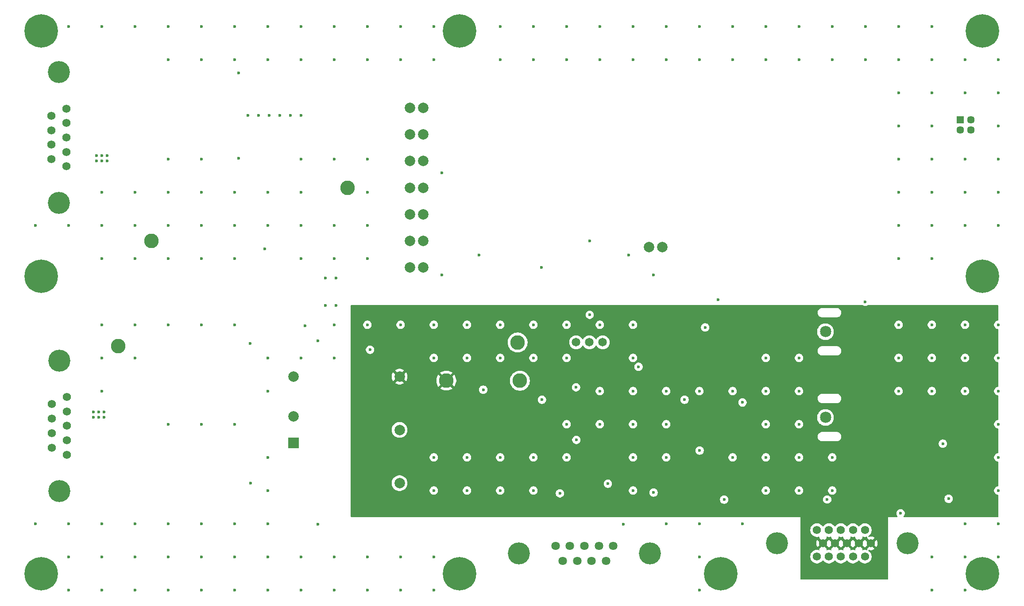
<source format=gbr>
%TF.GenerationSoftware,KiCad,Pcbnew,9.0.3*%
%TF.CreationDate,2025-09-16T12:03:33-04:00*%
%TF.ProjectId,6_COLD_TPC_HV,365f434f-4c44-45f5-9450-435f48562e6b,rev?*%
%TF.SameCoordinates,Original*%
%TF.FileFunction,Copper,L4,Inr*%
%TF.FilePolarity,Positive*%
%FSLAX46Y46*%
G04 Gerber Fmt 4.6, Leading zero omitted, Abs format (unit mm)*
G04 Created by KiCad (PCBNEW 9.0.3) date 2025-09-16 12:03:33*
%MOMM*%
%LPD*%
G01*
G04 APERTURE LIST*
%TA.AperFunction,ComponentPad*%
%ADD10C,2.800000*%
%TD*%
%TA.AperFunction,ComponentPad*%
%ADD11C,6.400000*%
%TD*%
%TA.AperFunction,ComponentPad*%
%ADD12C,2.159000*%
%TD*%
%TA.AperFunction,ComponentPad*%
%ADD13C,1.575000*%
%TD*%
%TA.AperFunction,ComponentPad*%
%ADD14C,4.216000*%
%TD*%
%TA.AperFunction,ComponentPad*%
%ADD15C,1.650000*%
%TD*%
%TA.AperFunction,ComponentPad*%
%ADD16C,2.000000*%
%TD*%
%TA.AperFunction,ComponentPad*%
%ADD17R,1.447800X1.447800*%
%TD*%
%TA.AperFunction,ComponentPad*%
%ADD18C,1.447800*%
%TD*%
%TA.AperFunction,ComponentPad*%
%ADD19C,1.635000*%
%TD*%
%TA.AperFunction,ComponentPad*%
%ADD20C,1.560000*%
%TD*%
%TA.AperFunction,ComponentPad*%
%ADD21R,2.000000X2.000000*%
%TD*%
%TA.AperFunction,ViaPad*%
%ADD22C,0.600000*%
%TD*%
G04 APERTURE END LIST*
D10*
%TO.N,/V_TELEM_RTN*%
%TO.C,GND1*%
X104730000Y-118410000D03*
%TD*%
D11*
%TO.N,GNDPWR*%
%TO.C,H3*%
X270000000Y-58000000D03*
%TD*%
%TO.N,GNDPWR*%
%TO.C,H2*%
X90000000Y-105000000D03*
%TD*%
D12*
%TO.N,Net-(P1-Pad1)*%
%TO.C,P1*%
X240000000Y-132049800D03*
%TD*%
D11*
%TO.N,GNDPWR*%
%TO.C,H6*%
X170000000Y-58000000D03*
%TD*%
D13*
%TO.N,/TEMP_0_Telem*%
%TO.C,J3*%
X247536000Y-153630000D03*
%TO.N,/TEMP_1_Telem*%
X245246000Y-153630000D03*
%TO.N,unconnected-(J3-Pad3)*%
X242956000Y-153630000D03*
%TO.N,/HV_I_MON_Telem*%
X240666000Y-153630000D03*
%TO.N,/HV_MON_Telem*%
X238376000Y-153630000D03*
%TO.N,/V3p3_RTN*%
X248681000Y-156170000D03*
X246391000Y-156170000D03*
X244101000Y-156170000D03*
X241811000Y-156170000D03*
X239521000Y-156170000D03*
%TO.N,unconnected-(J3-Pad11)*%
X247536000Y-158710000D03*
%TO.N,unconnected-(J3-Pad12)*%
X245246000Y-158710000D03*
%TO.N,unconnected-(J3-Pad13)*%
X242956000Y-158710000D03*
%TO.N,unconnected-(J3-Pad14)*%
X240666000Y-158710000D03*
%TO.N,unconnected-(J3-Pad15)*%
X238376000Y-158710000D03*
D14*
%TO.N,GNDPWR*%
X230715000Y-156170000D03*
X255705000Y-156170000D03*
%TD*%
D10*
%TO.N,/V3p3*%
%TO.C,V_{3.3V}1*%
X181560000Y-125020000D03*
%TD*%
D15*
%TO.N,/HV_SET_INT*%
%TO.C,J5*%
X197400000Y-117660000D03*
%TO.N,/Main_DCDC_Converter/HV_SET*%
X194860000Y-117660000D03*
%TO.N,/HV_SET_EXT*%
X192320000Y-117660000D03*
%TD*%
D11*
%TO.N,GNDPWR*%
%TO.C,H9*%
X270000000Y-105000000D03*
%TD*%
D16*
%TO.N,/Main_DCDC_Converter/V_RTN*%
%TO.C,U1*%
X160560000Y-72745000D03*
%TO.N,/Main_DCDC_Converter/V_IN*%
X160560000Y-77845000D03*
%TO.N,/HV_I_MON*%
X160560000Y-82945000D03*
%TO.N,/HV_EN*%
X160560000Y-88045000D03*
%TO.N,/V3p3_RTN*%
X160560000Y-93145000D03*
%TO.N,N/C*%
X160560000Y-98245000D03*
%TO.N,/5V_REF*%
X160560000Y-103345000D03*
%TO.N,/Main_DCDC_Converter/V_RTN*%
X163060000Y-72745000D03*
%TO.N,/Main_DCDC_Converter/V_IN*%
X163060000Y-77845000D03*
%TO.N,unconnected-(U1-NC-Pad10)*%
X163060000Y-82945000D03*
%TO.N,/Main_DCDC_Converter/V_RTN*%
X163060000Y-88045000D03*
%TO.N,Net-(U1-V_MODE)*%
X163060000Y-93145000D03*
%TO.N,/Main_DCDC_Converter/HV_SET*%
X163060000Y-98245000D03*
%TO.N,/HV_MON*%
X163060000Y-103345000D03*
%TO.N,/HV_RTN*%
X206260000Y-99445000D03*
X208760000Y-99445000D03*
%TD*%
D11*
%TO.N,GNDPWR*%
%TO.C,H8*%
X170000000Y-162000000D03*
%TD*%
%TO.N,GNDPWR*%
%TO.C,H4*%
X220000000Y-162000000D03*
%TD*%
D17*
%TO.N,/HV_RTN*%
%TO.C,J6*%
X265779999Y-75009999D03*
D18*
X265779999Y-77010000D03*
X267780000Y-75009999D03*
X267780000Y-77010000D03*
%TD*%
D11*
%TO.N,GNDPWR*%
%TO.C,H7*%
X270000000Y-162000000D03*
%TD*%
D19*
%TO.N,/SYNC_n+*%
%TO.C,J4*%
X199440000Y-156690000D03*
%TO.N,/Enable-*%
X196670000Y-156690000D03*
%TO.N,unconnected-(J4-Pad3)*%
X193900000Y-156690000D03*
%TO.N,/SCLK+*%
X191130000Y-156690000D03*
%TO.N,/Data_In-*%
X188360000Y-156690000D03*
%TO.N,/SYNC_n-*%
X198055000Y-159530000D03*
%TO.N,/Enable+*%
X195285000Y-159530000D03*
%TO.N,/SCLK-*%
X192515000Y-159530000D03*
%TO.N,/Data_In+*%
X189745000Y-159530000D03*
D14*
%TO.N,GNDPWR*%
X181400000Y-158110000D03*
X206400000Y-158110000D03*
%TD*%
D20*
%TO.N,/V_TELEM_RTN*%
%TO.C,J2*%
X94880000Y-128120000D03*
X94880000Y-130890000D03*
%TO.N,unconnected-(J2-Pad3)*%
X94880000Y-133660000D03*
%TO.N,/V_TELEM_RTN*%
X94880000Y-136430000D03*
X94880000Y-139200000D03*
%TO.N,/V_TELEM_IN*%
X92040000Y-129505000D03*
X92040000Y-132275000D03*
X92040000Y-135045000D03*
X92040000Y-137815000D03*
D14*
%TO.N,GNDPWR*%
X93460000Y-121160000D03*
X93460000Y-146160000D03*
%TD*%
D21*
%TO.N,/Telemetry_DCDC_Converter/V_POS*%
%TO.C,U4*%
X138247500Y-136930000D03*
D16*
%TO.N,/Telemetry_DCDC_Converter/V_RTN*%
X138247500Y-131830000D03*
%TO.N,/P5V*%
X158547500Y-144630000D03*
%TO.N,unconnected-(U4-COMMON-Pad4)*%
X158547500Y-134430000D03*
%TO.N,/V3p3_RTN*%
X158547500Y-124230000D03*
%TO.N,unconnected-(U4-REMOTE-Pad6)*%
X138247500Y-124230000D03*
%TD*%
D10*
%TO.N,/V3p3_RTN*%
%TO.C,V_{GND}1*%
X167490000Y-124990000D03*
%TD*%
%TO.N,/HV_SET_EXT*%
%TO.C,HV_SET_{-EXT}1*%
X181130000Y-117680000D03*
%TD*%
D11*
%TO.N,GNDPWR*%
%TO.C,H5*%
X90000000Y-162000000D03*
%TD*%
%TO.N,GNDPWR*%
%TO.C,H1*%
X90000000Y-58000000D03*
%TD*%
D20*
%TO.N,/V_SEC_RTN*%
%TO.C,J1*%
X94830000Y-72880000D03*
X94830000Y-75650000D03*
%TO.N,unconnected-(J1-Pad3)*%
X94830000Y-78420000D03*
%TO.N,/V_SEC_RTN*%
X94830000Y-81190000D03*
X94830000Y-83960000D03*
%TO.N,/V_SEC_IN*%
X91990000Y-74265000D03*
X91990000Y-77035000D03*
X91990000Y-79805000D03*
X91990000Y-82575000D03*
D14*
%TO.N,GNDPWR*%
X93410000Y-65920000D03*
X93410000Y-90920000D03*
%TD*%
D10*
%TO.N,/V_SEC_RTN*%
%TO.C,GND2*%
X111060000Y-98240000D03*
%TD*%
D12*
%TO.N,Net-(M3-Pad3)*%
%TO.C,P2*%
X240000000Y-115620000D03*
%TD*%
D10*
%TO.N,/HV_EN*%
%TO.C,V_{EN}1*%
X148590000Y-88075000D03*
%TD*%
D22*
%TO.N,/V_SEC_RTN*%
X101572000Y-81869000D03*
X273050000Y-95250000D03*
X254000000Y-88900000D03*
X184150000Y-57150000D03*
X266700000Y-95250000D03*
X228600000Y-57150000D03*
X254000000Y-76200000D03*
X133350000Y-88900000D03*
X146050000Y-63500000D03*
X146050000Y-101600000D03*
X120650000Y-101600000D03*
X228600000Y-63500000D03*
X139700000Y-95250000D03*
X120650000Y-82550000D03*
X203200000Y-63500000D03*
X133350000Y-57150000D03*
X234950000Y-57150000D03*
X266700000Y-69850000D03*
X133350000Y-63500000D03*
X260350000Y-63500000D03*
X152400000Y-95250000D03*
X101600000Y-88900000D03*
X137668000Y-74168000D03*
X222250000Y-63500000D03*
X139700000Y-74168000D03*
X273050000Y-63500000D03*
X254000000Y-69850000D03*
X209550000Y-57150000D03*
X131572000Y-74168000D03*
X101600000Y-101600000D03*
X133350000Y-95250000D03*
X114300000Y-88900000D03*
X100556000Y-81869000D03*
X254000000Y-82550000D03*
X132730000Y-99745000D03*
X177800000Y-57150000D03*
X247650000Y-57150000D03*
X241300000Y-57150000D03*
X152400000Y-101600000D03*
X120650000Y-95250000D03*
X215900000Y-63500000D03*
X127000000Y-63500000D03*
X102588000Y-81869000D03*
X139700000Y-101600000D03*
X260350000Y-57150000D03*
X139700000Y-82550000D03*
X152400000Y-63500000D03*
X95250000Y-57150000D03*
X146360000Y-105350000D03*
X120650000Y-63500000D03*
X114300000Y-101600000D03*
X254000000Y-95250000D03*
X260350000Y-76200000D03*
X146050000Y-82550000D03*
X254000000Y-101600000D03*
X139700000Y-63500000D03*
X139700000Y-57150000D03*
X260350000Y-88900000D03*
X152400000Y-88900000D03*
X209550000Y-63500000D03*
X254000000Y-63500000D03*
X100556000Y-82885000D03*
X254000000Y-57150000D03*
X234950000Y-63500000D03*
X120650000Y-57150000D03*
X273050000Y-76200000D03*
X135636000Y-74168000D03*
X215900000Y-57150000D03*
X129540000Y-74168000D03*
X114300000Y-63500000D03*
X266700000Y-88900000D03*
X260350000Y-95250000D03*
X102588000Y-82885000D03*
X273050000Y-88900000D03*
X247650000Y-63500000D03*
X152400000Y-82550000D03*
X146050000Y-95250000D03*
X107950000Y-101600000D03*
X107950000Y-95250000D03*
X260350000Y-69850000D03*
X101572000Y-82885000D03*
X114300000Y-82550000D03*
X158750000Y-63500000D03*
X101600000Y-57150000D03*
X146050000Y-57150000D03*
X241300000Y-63500000D03*
X127000000Y-95250000D03*
X127000000Y-57150000D03*
X158750000Y-57150000D03*
X88900000Y-95250000D03*
X184150000Y-63500000D03*
X260350000Y-82550000D03*
X127000000Y-101600000D03*
X107950000Y-88900000D03*
X260350000Y-101600000D03*
X114300000Y-57150000D03*
X196850000Y-57150000D03*
X266700000Y-63500000D03*
X266700000Y-82550000D03*
X114300000Y-95250000D03*
X133604000Y-74168000D03*
X190500000Y-57150000D03*
X273050000Y-82550000D03*
X196850000Y-63500000D03*
X144390000Y-105350000D03*
X127000000Y-88900000D03*
X95250000Y-95250000D03*
X139700000Y-88900000D03*
X152400000Y-57150000D03*
X190500000Y-63500000D03*
X273050000Y-69850000D03*
X165100000Y-63500000D03*
X177800000Y-63500000D03*
X203200000Y-57150000D03*
X120650000Y-88900000D03*
X165100000Y-57150000D03*
X101600000Y-95250000D03*
X107950000Y-57150000D03*
X222250000Y-57150000D03*
%TO.N,GNDPWR*%
X152908000Y-119070000D03*
X127780000Y-66095000D03*
X127770000Y-82395000D03*
%TO.N,/V3p3*%
X198385000Y-144740000D03*
X216980000Y-114810000D03*
X263560000Y-147630000D03*
X174550000Y-126740000D03*
X189205000Y-146580000D03*
X215935000Y-138383800D03*
%TO.N,/V3p3_RTN*%
X218895000Y-127873800D03*
X227840000Y-117770000D03*
X157660000Y-119080000D03*
X211565000Y-138393800D03*
X180910000Y-130470000D03*
X217605000Y-149123800D03*
X258380000Y-146770000D03*
X217735000Y-112490000D03*
X198775000Y-147000000D03*
X161115000Y-113270000D03*
X215090000Y-124100000D03*
X264510000Y-134640000D03*
X263570000Y-142250000D03*
X211155000Y-131183800D03*
X208935000Y-144593800D03*
X193915000Y-136350000D03*
X216980000Y-119770000D03*
X189455000Y-149310000D03*
%TO.N,/V_TELEM_RTN*%
X260350000Y-158750000D03*
X102000000Y-131000000D03*
X127000000Y-165100000D03*
X114300000Y-114300000D03*
X107950000Y-158750000D03*
X190500000Y-114300000D03*
X146050000Y-114300000D03*
X192300000Y-126260000D03*
X127000000Y-158750000D03*
X184150000Y-146050000D03*
X171450000Y-120650000D03*
X273050000Y-158750000D03*
X152400000Y-158750000D03*
X222250000Y-127000000D03*
X177800000Y-146050000D03*
X139700000Y-120650000D03*
X190500000Y-120650000D03*
X101600000Y-114300000D03*
X127000000Y-133350000D03*
X100000000Y-131000000D03*
X273050000Y-133350000D03*
X144400000Y-110600000D03*
X209550000Y-127000000D03*
X120650000Y-133350000D03*
X139700000Y-165100000D03*
X241300000Y-139700000D03*
X273050000Y-139700000D03*
X273050000Y-146050000D03*
X133350000Y-158750000D03*
X234950000Y-139700000D03*
X114300000Y-158750000D03*
X101600000Y-152400000D03*
X254000000Y-120650000D03*
X139700000Y-158750000D03*
X146050000Y-165100000D03*
X158750000Y-114300000D03*
X100000000Y-132000000D03*
X196850000Y-133350000D03*
X234950000Y-120650000D03*
X254000000Y-114300000D03*
X228600000Y-146050000D03*
X101600000Y-127000000D03*
X133350000Y-127000000D03*
X203200000Y-127000000D03*
X234950000Y-133350000D03*
X133350000Y-146050000D03*
X101000000Y-131000000D03*
X266700000Y-127000000D03*
X95250000Y-158750000D03*
X215900000Y-158750000D03*
X102000000Y-132000000D03*
X266700000Y-158750000D03*
X146050000Y-120650000D03*
X101600000Y-120650000D03*
X177800000Y-120650000D03*
X133350000Y-152400000D03*
X266700000Y-152400000D03*
X120650000Y-114300000D03*
X171450000Y-139700000D03*
X266700000Y-165100000D03*
X273050000Y-120650000D03*
X101000000Y-132000000D03*
X171450000Y-146050000D03*
X215900000Y-127000000D03*
X114300000Y-165100000D03*
X241300000Y-146050000D03*
X260350000Y-127000000D03*
X165100000Y-120650000D03*
X215900000Y-152400000D03*
X171450000Y-114300000D03*
X228600000Y-127000000D03*
X165100000Y-158750000D03*
X107950000Y-152400000D03*
X158750000Y-158750000D03*
X215900000Y-165100000D03*
X127000000Y-114300000D03*
X209550000Y-139700000D03*
X228600000Y-139700000D03*
X146360000Y-110600000D03*
X254000000Y-127000000D03*
X165100000Y-139700000D03*
X234950000Y-127000000D03*
X120650000Y-152400000D03*
X107950000Y-120650000D03*
X133350000Y-120650000D03*
X190500000Y-139700000D03*
X177800000Y-139700000D03*
X260350000Y-165100000D03*
X133350000Y-165100000D03*
X133350000Y-139700000D03*
X196850000Y-127000000D03*
X95250000Y-152400000D03*
X165100000Y-165100000D03*
X120650000Y-158750000D03*
X190500000Y-133350000D03*
X152400000Y-165100000D03*
X260350000Y-114300000D03*
X107950000Y-165100000D03*
X184150000Y-114300000D03*
X203200000Y-114300000D03*
X273050000Y-114300000D03*
X203200000Y-133350000D03*
X228600000Y-120650000D03*
X165100000Y-114300000D03*
X273050000Y-152400000D03*
X158750000Y-165100000D03*
X101600000Y-158750000D03*
X203200000Y-146050000D03*
X273050000Y-127000000D03*
X114300000Y-152400000D03*
X101600000Y-165100000D03*
X260350000Y-120650000D03*
X177800000Y-114300000D03*
X222250000Y-139700000D03*
X127000000Y-152400000D03*
X203200000Y-120650000D03*
X140500000Y-114475000D03*
X114300000Y-133350000D03*
X266700000Y-114300000D03*
X209550000Y-133350000D03*
X234950000Y-146050000D03*
X152400000Y-114300000D03*
X184150000Y-139700000D03*
X196850000Y-114300000D03*
X203200000Y-139700000D03*
X165100000Y-146050000D03*
X228600000Y-133350000D03*
X266700000Y-120650000D03*
X95250000Y-165100000D03*
X209550000Y-152400000D03*
X146050000Y-158750000D03*
X120650000Y-165100000D03*
X184150000Y-120650000D03*
X88900000Y-152400000D03*
X107950000Y-114300000D03*
%TO.N,/P5V*%
X129950000Y-117870000D03*
X262450000Y-137070000D03*
X254360000Y-150400000D03*
X130040000Y-144630000D03*
X192365000Y-136340000D03*
%TO.N,/5V_REF*%
X173720000Y-100945000D03*
X204240000Y-122350000D03*
X202320000Y-100950000D03*
%TO.N,/HV_I_MON_Telem*%
X240331193Y-147760234D03*
X220625000Y-147778800D03*
%TO.N,/HV_MON_Telem*%
X224130000Y-129170000D03*
X224130000Y-152390000D03*
%TO.N,/TEMP_0_Telem*%
X247610000Y-109880000D03*
X219470000Y-109500000D03*
%TO.N,/Enable_SIG*%
X201380000Y-152530000D03*
X142910000Y-117340000D03*
X142910000Y-152530000D03*
%TO.N,/HV_MON*%
X185780000Y-128650000D03*
X185710000Y-103320000D03*
X213060000Y-128650000D03*
%TO.N,/HV_I_MON*%
X166640000Y-104760000D03*
X207130000Y-146440000D03*
X207130000Y-104760000D03*
X166630000Y-85230000D03*
%TO.N,/Main_DCDC_Converter/HV_SET*%
X194920000Y-98220000D03*
X194910000Y-112380000D03*
%TD*%
%TA.AperFunction,Conductor*%
%TO.N,/V3p3_RTN*%
G36*
X247111491Y-110509685D02*
G01*
X247113343Y-110510898D01*
X247230814Y-110589390D01*
X247230827Y-110589397D01*
X247376498Y-110649735D01*
X247376503Y-110649737D01*
X247531153Y-110680499D01*
X247531156Y-110680500D01*
X247531158Y-110680500D01*
X247688844Y-110680500D01*
X247688845Y-110680499D01*
X247843497Y-110649737D01*
X247989179Y-110589394D01*
X248029445Y-110562489D01*
X248106657Y-110510898D01*
X248173334Y-110490020D01*
X248175548Y-110490000D01*
X272926000Y-110490000D01*
X272993039Y-110509685D01*
X273038794Y-110562489D01*
X273050000Y-110614000D01*
X273050000Y-113382052D01*
X273030315Y-113449091D01*
X272977511Y-113494846D01*
X272950192Y-113503669D01*
X272816508Y-113530261D01*
X272816498Y-113530264D01*
X272670827Y-113590602D01*
X272670814Y-113590609D01*
X272539711Y-113678210D01*
X272539707Y-113678213D01*
X272428213Y-113789707D01*
X272428210Y-113789711D01*
X272340609Y-113920814D01*
X272340602Y-113920827D01*
X272280264Y-114066498D01*
X272280261Y-114066510D01*
X272249500Y-114221153D01*
X272249500Y-114378846D01*
X272280261Y-114533489D01*
X272280264Y-114533501D01*
X272340602Y-114679172D01*
X272340609Y-114679185D01*
X272428210Y-114810288D01*
X272428213Y-114810292D01*
X272539707Y-114921786D01*
X272539711Y-114921789D01*
X272670814Y-115009390D01*
X272670827Y-115009397D01*
X272753163Y-115043501D01*
X272816503Y-115069737D01*
X272868130Y-115080006D01*
X272950191Y-115096330D01*
X273012102Y-115128715D01*
X273046677Y-115189431D01*
X273050000Y-115217947D01*
X273050000Y-119732052D01*
X273030315Y-119799091D01*
X272977511Y-119844846D01*
X272950192Y-119853669D01*
X272816508Y-119880261D01*
X272816498Y-119880264D01*
X272670827Y-119940602D01*
X272670814Y-119940609D01*
X272539711Y-120028210D01*
X272539707Y-120028213D01*
X272428213Y-120139707D01*
X272428210Y-120139711D01*
X272340609Y-120270814D01*
X272340602Y-120270827D01*
X272280264Y-120416498D01*
X272280261Y-120416510D01*
X272249500Y-120571153D01*
X272249500Y-120728846D01*
X272280261Y-120883489D01*
X272280264Y-120883501D01*
X272340602Y-121029172D01*
X272340609Y-121029185D01*
X272428210Y-121160288D01*
X272428213Y-121160292D01*
X272539707Y-121271786D01*
X272539711Y-121271789D01*
X272670814Y-121359390D01*
X272670827Y-121359397D01*
X272816498Y-121419735D01*
X272816503Y-121419737D01*
X272868130Y-121430006D01*
X272950191Y-121446330D01*
X273012102Y-121478715D01*
X273046677Y-121539431D01*
X273050000Y-121567947D01*
X273050000Y-126082052D01*
X273030315Y-126149091D01*
X272977511Y-126194846D01*
X272950192Y-126203669D01*
X272816508Y-126230261D01*
X272816498Y-126230264D01*
X272670827Y-126290602D01*
X272670814Y-126290609D01*
X272539711Y-126378210D01*
X272539707Y-126378213D01*
X272428213Y-126489707D01*
X272428210Y-126489711D01*
X272340609Y-126620814D01*
X272340602Y-126620827D01*
X272280264Y-126766498D01*
X272280261Y-126766510D01*
X272249500Y-126921153D01*
X272249500Y-127078846D01*
X272280261Y-127233489D01*
X272280264Y-127233501D01*
X272340602Y-127379172D01*
X272340609Y-127379185D01*
X272428210Y-127510288D01*
X272428213Y-127510292D01*
X272539707Y-127621786D01*
X272539711Y-127621789D01*
X272670814Y-127709390D01*
X272670827Y-127709397D01*
X272816498Y-127769735D01*
X272816503Y-127769737D01*
X272868130Y-127780006D01*
X272950191Y-127796330D01*
X273012102Y-127828715D01*
X273046677Y-127889431D01*
X273050000Y-127917947D01*
X273050000Y-132432052D01*
X273030315Y-132499091D01*
X272977511Y-132544846D01*
X272950192Y-132553669D01*
X272816508Y-132580261D01*
X272816498Y-132580264D01*
X272670827Y-132640602D01*
X272670814Y-132640609D01*
X272539711Y-132728210D01*
X272539707Y-132728213D01*
X272428213Y-132839707D01*
X272428210Y-132839711D01*
X272340609Y-132970814D01*
X272340602Y-132970827D01*
X272280264Y-133116498D01*
X272280261Y-133116510D01*
X272249500Y-133271153D01*
X272249500Y-133428846D01*
X272280261Y-133583489D01*
X272280264Y-133583501D01*
X272340602Y-133729172D01*
X272340609Y-133729185D01*
X272428210Y-133860288D01*
X272428213Y-133860292D01*
X272539707Y-133971786D01*
X272539711Y-133971789D01*
X272670814Y-134059390D01*
X272670827Y-134059397D01*
X272816498Y-134119735D01*
X272816503Y-134119737D01*
X272868130Y-134130006D01*
X272950191Y-134146330D01*
X273012102Y-134178715D01*
X273046677Y-134239431D01*
X273050000Y-134267947D01*
X273050000Y-138782052D01*
X273030315Y-138849091D01*
X272977511Y-138894846D01*
X272950192Y-138903669D01*
X272816508Y-138930261D01*
X272816498Y-138930264D01*
X272670827Y-138990602D01*
X272670814Y-138990609D01*
X272539711Y-139078210D01*
X272539707Y-139078213D01*
X272428213Y-139189707D01*
X272428210Y-139189711D01*
X272340609Y-139320814D01*
X272340602Y-139320827D01*
X272280264Y-139466498D01*
X272280261Y-139466510D01*
X272249500Y-139621153D01*
X272249500Y-139778846D01*
X272280261Y-139933489D01*
X272280264Y-139933501D01*
X272340602Y-140079172D01*
X272340609Y-140079185D01*
X272428210Y-140210288D01*
X272428213Y-140210292D01*
X272539707Y-140321786D01*
X272539711Y-140321789D01*
X272670814Y-140409390D01*
X272670827Y-140409397D01*
X272816498Y-140469735D01*
X272816503Y-140469737D01*
X272868130Y-140480006D01*
X272950191Y-140496330D01*
X273012102Y-140528715D01*
X273046677Y-140589431D01*
X273050000Y-140617947D01*
X273050000Y-145132052D01*
X273030315Y-145199091D01*
X272977511Y-145244846D01*
X272950192Y-145253669D01*
X272816508Y-145280261D01*
X272816498Y-145280264D01*
X272670827Y-145340602D01*
X272670814Y-145340609D01*
X272539711Y-145428210D01*
X272539707Y-145428213D01*
X272428213Y-145539707D01*
X272428210Y-145539711D01*
X272340609Y-145670814D01*
X272340602Y-145670827D01*
X272280264Y-145816498D01*
X272280261Y-145816510D01*
X272249500Y-145971153D01*
X272249500Y-146128846D01*
X272280261Y-146283489D01*
X272280264Y-146283501D01*
X272340602Y-146429172D01*
X272340609Y-146429185D01*
X272428210Y-146560288D01*
X272428213Y-146560292D01*
X272539707Y-146671786D01*
X272539711Y-146671789D01*
X272670814Y-146759390D01*
X272670827Y-146759397D01*
X272801419Y-146813489D01*
X272816503Y-146819737D01*
X272865585Y-146829500D01*
X272950191Y-146846330D01*
X273012102Y-146878715D01*
X273046677Y-146939431D01*
X273050000Y-146967947D01*
X273050000Y-151006000D01*
X273030315Y-151073039D01*
X272977511Y-151118794D01*
X272926000Y-151130000D01*
X255061441Y-151130000D01*
X254994402Y-151110315D01*
X254948647Y-151057511D01*
X254938703Y-150988353D01*
X254967728Y-150924797D01*
X254973760Y-150918319D01*
X254981786Y-150910292D01*
X254981789Y-150910289D01*
X255069394Y-150779179D01*
X255129737Y-150633497D01*
X255160500Y-150478842D01*
X255160500Y-150321158D01*
X255160500Y-150321155D01*
X255160499Y-150321153D01*
X255129738Y-150166510D01*
X255129737Y-150166503D01*
X255129735Y-150166498D01*
X255069397Y-150020827D01*
X255069390Y-150020814D01*
X254981789Y-149889711D01*
X254981786Y-149889707D01*
X254870292Y-149778213D01*
X254870288Y-149778210D01*
X254739185Y-149690609D01*
X254739172Y-149690602D01*
X254593501Y-149630264D01*
X254593489Y-149630261D01*
X254438845Y-149599500D01*
X254438842Y-149599500D01*
X254281158Y-149599500D01*
X254281155Y-149599500D01*
X254126510Y-149630261D01*
X254126498Y-149630264D01*
X253980827Y-149690602D01*
X253980814Y-149690609D01*
X253849711Y-149778210D01*
X253849707Y-149778213D01*
X253738213Y-149889707D01*
X253738210Y-149889711D01*
X253650609Y-150020814D01*
X253650602Y-150020827D01*
X253590264Y-150166498D01*
X253590261Y-150166510D01*
X253559500Y-150321153D01*
X253559500Y-150478846D01*
X253590261Y-150633489D01*
X253590264Y-150633501D01*
X253650602Y-150779172D01*
X253650609Y-150779185D01*
X253738210Y-150910288D01*
X253738213Y-150910292D01*
X253746240Y-150918319D01*
X253779725Y-150979642D01*
X253774741Y-151049334D01*
X253732869Y-151105267D01*
X253667405Y-151129684D01*
X253658559Y-151130000D01*
X251968000Y-151130000D01*
X251968000Y-147551153D01*
X262759500Y-147551153D01*
X262759500Y-147708846D01*
X262790261Y-147863489D01*
X262790264Y-147863501D01*
X262850602Y-148009172D01*
X262850609Y-148009185D01*
X262938210Y-148140288D01*
X262938213Y-148140292D01*
X263049707Y-148251786D01*
X263049711Y-148251789D01*
X263180814Y-148339390D01*
X263180827Y-148339397D01*
X263283730Y-148382020D01*
X263326503Y-148399737D01*
X263481153Y-148430499D01*
X263481156Y-148430500D01*
X263481158Y-148430500D01*
X263638844Y-148430500D01*
X263638845Y-148430499D01*
X263793497Y-148399737D01*
X263939179Y-148339394D01*
X264070289Y-148251789D01*
X264181789Y-148140289D01*
X264269394Y-148009179D01*
X264329737Y-147863497D01*
X264360500Y-147708842D01*
X264360500Y-147551158D01*
X264360500Y-147551155D01*
X264360499Y-147551153D01*
X264355644Y-147526744D01*
X264329737Y-147396503D01*
X264323335Y-147381048D01*
X264269397Y-147250827D01*
X264269390Y-147250814D01*
X264181789Y-147119711D01*
X264181786Y-147119707D01*
X264070292Y-147008213D01*
X264070288Y-147008210D01*
X263939185Y-146920609D01*
X263939172Y-146920602D01*
X263793501Y-146860264D01*
X263793489Y-146860261D01*
X263638845Y-146829500D01*
X263638842Y-146829500D01*
X263481158Y-146829500D01*
X263481155Y-146829500D01*
X263326510Y-146860261D01*
X263326498Y-146860264D01*
X263180827Y-146920602D01*
X263180814Y-146920609D01*
X263049711Y-147008210D01*
X263049707Y-147008213D01*
X262938213Y-147119707D01*
X262938210Y-147119711D01*
X262850609Y-147250814D01*
X262850602Y-147250827D01*
X262790264Y-147396498D01*
X262790261Y-147396510D01*
X262759500Y-147551153D01*
X251968000Y-147551153D01*
X251968000Y-145796000D01*
X242061244Y-145796000D01*
X242009397Y-145670827D01*
X242009390Y-145670814D01*
X241921789Y-145539711D01*
X241921786Y-145539707D01*
X241810292Y-145428213D01*
X241810288Y-145428210D01*
X241679185Y-145340609D01*
X241679172Y-145340602D01*
X241533501Y-145280264D01*
X241533489Y-145280261D01*
X241378845Y-145249500D01*
X241378842Y-145249500D01*
X241221158Y-145249500D01*
X241221155Y-145249500D01*
X241066510Y-145280261D01*
X241066498Y-145280264D01*
X240920827Y-145340602D01*
X240920814Y-145340609D01*
X240789711Y-145428210D01*
X240789707Y-145428213D01*
X240678213Y-145539707D01*
X240678210Y-145539711D01*
X240590609Y-145670814D01*
X240590602Y-145670827D01*
X240538754Y-145796000D01*
X235711244Y-145796000D01*
X235659397Y-145670827D01*
X235659390Y-145670814D01*
X235571789Y-145539711D01*
X235571786Y-145539707D01*
X235460292Y-145428213D01*
X235460288Y-145428210D01*
X235329185Y-145340609D01*
X235329172Y-145340602D01*
X235183501Y-145280264D01*
X235183489Y-145280261D01*
X235028845Y-145249500D01*
X235028842Y-145249500D01*
X234871158Y-145249500D01*
X234871155Y-145249500D01*
X234716510Y-145280261D01*
X234716498Y-145280264D01*
X234570827Y-145340602D01*
X234570814Y-145340609D01*
X234439711Y-145428210D01*
X234439707Y-145428213D01*
X234328213Y-145539707D01*
X234328210Y-145539711D01*
X234240609Y-145670814D01*
X234240602Y-145670827D01*
X234180264Y-145816498D01*
X234180261Y-145816510D01*
X234149500Y-145971153D01*
X234149500Y-146128846D01*
X234180261Y-146283489D01*
X234180264Y-146283501D01*
X234240602Y-146429172D01*
X234240609Y-146429185D01*
X234328210Y-146560288D01*
X234328213Y-146560292D01*
X234439707Y-146671786D01*
X234439711Y-146671789D01*
X234570814Y-146759390D01*
X234570827Y-146759397D01*
X234701419Y-146813489D01*
X234716503Y-146819737D01*
X234850194Y-146846330D01*
X234871153Y-146850499D01*
X234871156Y-146850500D01*
X234871158Y-146850500D01*
X235028844Y-146850500D01*
X235028845Y-146850499D01*
X235183497Y-146819737D01*
X235204000Y-146811244D01*
X235204000Y-151130000D01*
X149349000Y-151130000D01*
X149281961Y-151110315D01*
X149236206Y-151057511D01*
X149225000Y-151006000D01*
X149225000Y-147699953D01*
X219824500Y-147699953D01*
X219824500Y-147857646D01*
X219855261Y-148012289D01*
X219855264Y-148012301D01*
X219915602Y-148157972D01*
X219915609Y-148157985D01*
X220003210Y-148289088D01*
X220003213Y-148289092D01*
X220114707Y-148400586D01*
X220114711Y-148400589D01*
X220245814Y-148488190D01*
X220245827Y-148488197D01*
X220391498Y-148548535D01*
X220391503Y-148548537D01*
X220546153Y-148579299D01*
X220546156Y-148579300D01*
X220546158Y-148579300D01*
X220703844Y-148579300D01*
X220703845Y-148579299D01*
X220858497Y-148548537D01*
X221004179Y-148488194D01*
X221135289Y-148400589D01*
X221246789Y-148289089D01*
X221334394Y-148157979D01*
X221394737Y-148012297D01*
X221425500Y-147857642D01*
X221425500Y-147699958D01*
X221425500Y-147699955D01*
X221425407Y-147699488D01*
X221425407Y-147699487D01*
X221394738Y-147545308D01*
X221394737Y-147545307D01*
X221394737Y-147545303D01*
X221387045Y-147526732D01*
X221334397Y-147399627D01*
X221334390Y-147399614D01*
X221246789Y-147268511D01*
X221246786Y-147268507D01*
X221135292Y-147157013D01*
X221135288Y-147157010D01*
X221004185Y-147069409D01*
X221004172Y-147069402D01*
X220858501Y-147009064D01*
X220858489Y-147009061D01*
X220703845Y-146978300D01*
X220703842Y-146978300D01*
X220546158Y-146978300D01*
X220546155Y-146978300D01*
X220391510Y-147009061D01*
X220391498Y-147009064D01*
X220245827Y-147069402D01*
X220245814Y-147069409D01*
X220114711Y-147157010D01*
X220114707Y-147157013D01*
X220003213Y-147268507D01*
X220003210Y-147268511D01*
X219915609Y-147399614D01*
X219915602Y-147399627D01*
X219855264Y-147545298D01*
X219855261Y-147545310D01*
X219824500Y-147699953D01*
X149225000Y-147699953D01*
X149225000Y-144511902D01*
X157047000Y-144511902D01*
X157047000Y-144748097D01*
X157083946Y-144981368D01*
X157156933Y-145205996D01*
X157264157Y-145416433D01*
X157402983Y-145607510D01*
X157569990Y-145774517D01*
X157761067Y-145913343D01*
X157849129Y-145958213D01*
X157971503Y-146020566D01*
X157971505Y-146020566D01*
X157971508Y-146020568D01*
X158091912Y-146059689D01*
X158196131Y-146093553D01*
X158429403Y-146130500D01*
X158429408Y-146130500D01*
X158665597Y-146130500D01*
X158898868Y-146093553D01*
X159123492Y-146020568D01*
X159220474Y-145971153D01*
X164299500Y-145971153D01*
X164299500Y-146128846D01*
X164330261Y-146283489D01*
X164330264Y-146283501D01*
X164390602Y-146429172D01*
X164390609Y-146429185D01*
X164478210Y-146560288D01*
X164478213Y-146560292D01*
X164589707Y-146671786D01*
X164589711Y-146671789D01*
X164720814Y-146759390D01*
X164720827Y-146759397D01*
X164851419Y-146813489D01*
X164866503Y-146819737D01*
X165000194Y-146846330D01*
X165021153Y-146850499D01*
X165021156Y-146850500D01*
X165021158Y-146850500D01*
X165178844Y-146850500D01*
X165178845Y-146850499D01*
X165333497Y-146819737D01*
X165479179Y-146759394D01*
X165610289Y-146671789D01*
X165721789Y-146560289D01*
X165809394Y-146429179D01*
X165869737Y-146283497D01*
X165900500Y-146128842D01*
X165900500Y-145971158D01*
X165900500Y-145971155D01*
X165900499Y-145971153D01*
X170649500Y-145971153D01*
X170649500Y-146128846D01*
X170680261Y-146283489D01*
X170680264Y-146283501D01*
X170740602Y-146429172D01*
X170740609Y-146429185D01*
X170828210Y-146560288D01*
X170828213Y-146560292D01*
X170939707Y-146671786D01*
X170939711Y-146671789D01*
X171070814Y-146759390D01*
X171070827Y-146759397D01*
X171201419Y-146813489D01*
X171216503Y-146819737D01*
X171350194Y-146846330D01*
X171371153Y-146850499D01*
X171371156Y-146850500D01*
X171371158Y-146850500D01*
X171528844Y-146850500D01*
X171528845Y-146850499D01*
X171683497Y-146819737D01*
X171829179Y-146759394D01*
X171960289Y-146671789D01*
X172071789Y-146560289D01*
X172159394Y-146429179D01*
X172219737Y-146283497D01*
X172250500Y-146128842D01*
X172250500Y-145971158D01*
X172250500Y-145971155D01*
X172250499Y-145971153D01*
X176999500Y-145971153D01*
X176999500Y-146128846D01*
X177030261Y-146283489D01*
X177030264Y-146283501D01*
X177090602Y-146429172D01*
X177090609Y-146429185D01*
X177178210Y-146560288D01*
X177178213Y-146560292D01*
X177289707Y-146671786D01*
X177289711Y-146671789D01*
X177420814Y-146759390D01*
X177420827Y-146759397D01*
X177551419Y-146813489D01*
X177566503Y-146819737D01*
X177700194Y-146846330D01*
X177721153Y-146850499D01*
X177721156Y-146850500D01*
X177721158Y-146850500D01*
X177878844Y-146850500D01*
X177878845Y-146850499D01*
X178033497Y-146819737D01*
X178179179Y-146759394D01*
X178310289Y-146671789D01*
X178421789Y-146560289D01*
X178509394Y-146429179D01*
X178569737Y-146283497D01*
X178600500Y-146128842D01*
X178600500Y-145971158D01*
X178600500Y-145971155D01*
X178600499Y-145971153D01*
X183349500Y-145971153D01*
X183349500Y-146128846D01*
X183380261Y-146283489D01*
X183380264Y-146283501D01*
X183440602Y-146429172D01*
X183440609Y-146429185D01*
X183528210Y-146560288D01*
X183528213Y-146560292D01*
X183639707Y-146671786D01*
X183639711Y-146671789D01*
X183770814Y-146759390D01*
X183770827Y-146759397D01*
X183901419Y-146813489D01*
X183916503Y-146819737D01*
X184050194Y-146846330D01*
X184071153Y-146850499D01*
X184071156Y-146850500D01*
X184071158Y-146850500D01*
X184228844Y-146850500D01*
X184228845Y-146850499D01*
X184383497Y-146819737D01*
X184529179Y-146759394D01*
X184660289Y-146671789D01*
X184771789Y-146560289D01*
X184811302Y-146501153D01*
X188404500Y-146501153D01*
X188404500Y-146658846D01*
X188435261Y-146813489D01*
X188435264Y-146813501D01*
X188495602Y-146959172D01*
X188495609Y-146959185D01*
X188583210Y-147090288D01*
X188583213Y-147090292D01*
X188694707Y-147201786D01*
X188694711Y-147201789D01*
X188825814Y-147289390D01*
X188825827Y-147289397D01*
X188971498Y-147349735D01*
X188971503Y-147349737D01*
X189126153Y-147380499D01*
X189126156Y-147380500D01*
X189126158Y-147380500D01*
X189283844Y-147380500D01*
X189283845Y-147380499D01*
X189438497Y-147349737D01*
X189584179Y-147289394D01*
X189715289Y-147201789D01*
X189826789Y-147090289D01*
X189914394Y-146959179D01*
X189974737Y-146813497D01*
X190005500Y-146658842D01*
X190005500Y-146501158D01*
X190005500Y-146501155D01*
X190005499Y-146501153D01*
X189991184Y-146429186D01*
X189974737Y-146346503D01*
X189948641Y-146283501D01*
X189914397Y-146200827D01*
X189914390Y-146200814D01*
X189826789Y-146069711D01*
X189826786Y-146069707D01*
X189728232Y-145971153D01*
X202399500Y-145971153D01*
X202399500Y-146128846D01*
X202430261Y-146283489D01*
X202430264Y-146283501D01*
X202490602Y-146429172D01*
X202490609Y-146429185D01*
X202578210Y-146560288D01*
X202578213Y-146560292D01*
X202689707Y-146671786D01*
X202689711Y-146671789D01*
X202820814Y-146759390D01*
X202820827Y-146759397D01*
X202951419Y-146813489D01*
X202966503Y-146819737D01*
X203100194Y-146846330D01*
X203121153Y-146850499D01*
X203121156Y-146850500D01*
X203121158Y-146850500D01*
X203278844Y-146850500D01*
X203278845Y-146850499D01*
X203433497Y-146819737D01*
X203579179Y-146759394D01*
X203710289Y-146671789D01*
X203821789Y-146560289D01*
X203909394Y-146429179D01*
X203937569Y-146361158D01*
X203937571Y-146361153D01*
X206329500Y-146361153D01*
X206329500Y-146518846D01*
X206360261Y-146673489D01*
X206360264Y-146673501D01*
X206420602Y-146819172D01*
X206420609Y-146819185D01*
X206508210Y-146950288D01*
X206508213Y-146950292D01*
X206619707Y-147061786D01*
X206619711Y-147061789D01*
X206750814Y-147149390D01*
X206750827Y-147149397D01*
X206896498Y-147209735D01*
X206896503Y-147209737D01*
X207051153Y-147240499D01*
X207051156Y-147240500D01*
X207051158Y-147240500D01*
X207208844Y-147240500D01*
X207208845Y-147240499D01*
X207363497Y-147209737D01*
X207509179Y-147149394D01*
X207640289Y-147061789D01*
X207751789Y-146950289D01*
X207839394Y-146819179D01*
X207899737Y-146673497D01*
X207930500Y-146518842D01*
X207930500Y-146361158D01*
X207930500Y-146361155D01*
X207930499Y-146361153D01*
X207915051Y-146283492D01*
X207899737Y-146206503D01*
X207897386Y-146200827D01*
X207839397Y-146060827D01*
X207839391Y-146060816D01*
X207821444Y-146033956D01*
X207821443Y-146033955D01*
X207779480Y-145971153D01*
X227799500Y-145971153D01*
X227799500Y-146128846D01*
X227830261Y-146283489D01*
X227830264Y-146283501D01*
X227890602Y-146429172D01*
X227890609Y-146429185D01*
X227978210Y-146560288D01*
X227978213Y-146560292D01*
X228089707Y-146671786D01*
X228089711Y-146671789D01*
X228220814Y-146759390D01*
X228220827Y-146759397D01*
X228351419Y-146813489D01*
X228366503Y-146819737D01*
X228500194Y-146846330D01*
X228521153Y-146850499D01*
X228521156Y-146850500D01*
X228521158Y-146850500D01*
X228678844Y-146850500D01*
X228678845Y-146850499D01*
X228833497Y-146819737D01*
X228979179Y-146759394D01*
X229110289Y-146671789D01*
X229221789Y-146560289D01*
X229309394Y-146429179D01*
X229369737Y-146283497D01*
X229400500Y-146128842D01*
X229400500Y-145971158D01*
X229400500Y-145971155D01*
X229400499Y-145971153D01*
X229389000Y-145913343D01*
X229369737Y-145816503D01*
X229367152Y-145810263D01*
X229309397Y-145670827D01*
X229309390Y-145670814D01*
X229221789Y-145539711D01*
X229221786Y-145539707D01*
X229110292Y-145428213D01*
X229110288Y-145428210D01*
X228979185Y-145340609D01*
X228979172Y-145340602D01*
X228833501Y-145280264D01*
X228833489Y-145280261D01*
X228678845Y-145249500D01*
X228678842Y-145249500D01*
X228521158Y-145249500D01*
X228521155Y-145249500D01*
X228366510Y-145280261D01*
X228366498Y-145280264D01*
X228220827Y-145340602D01*
X228220814Y-145340609D01*
X228089711Y-145428210D01*
X228089707Y-145428213D01*
X227978213Y-145539707D01*
X227978210Y-145539711D01*
X227890609Y-145670814D01*
X227890602Y-145670827D01*
X227830264Y-145816498D01*
X227830261Y-145816510D01*
X227799500Y-145971153D01*
X207779480Y-145971153D01*
X207751789Y-145929711D01*
X207751786Y-145929707D01*
X207640292Y-145818213D01*
X207640288Y-145818210D01*
X207509185Y-145730609D01*
X207509172Y-145730602D01*
X207363501Y-145670264D01*
X207363489Y-145670261D01*
X207208845Y-145639500D01*
X207208842Y-145639500D01*
X207051158Y-145639500D01*
X207051155Y-145639500D01*
X206896510Y-145670261D01*
X206896498Y-145670264D01*
X206750827Y-145730602D01*
X206750814Y-145730609D01*
X206619711Y-145818210D01*
X206619707Y-145818213D01*
X206508213Y-145929707D01*
X206508210Y-145929711D01*
X206420609Y-146060814D01*
X206420602Y-146060827D01*
X206360264Y-146206498D01*
X206360261Y-146206510D01*
X206329500Y-146361153D01*
X203937571Y-146361153D01*
X203959745Y-146307621D01*
X203959747Y-146307614D01*
X203969737Y-146283497D01*
X204000500Y-146128842D01*
X204000500Y-145971158D01*
X204000500Y-145971155D01*
X204000499Y-145971153D01*
X203989000Y-145913343D01*
X203969737Y-145816503D01*
X203967152Y-145810263D01*
X203909397Y-145670827D01*
X203909390Y-145670814D01*
X203821789Y-145539711D01*
X203821786Y-145539707D01*
X203710292Y-145428213D01*
X203710288Y-145428210D01*
X203579185Y-145340609D01*
X203579172Y-145340602D01*
X203433501Y-145280264D01*
X203433489Y-145280261D01*
X203278845Y-145249500D01*
X203278842Y-145249500D01*
X203121158Y-145249500D01*
X203121155Y-145249500D01*
X202966510Y-145280261D01*
X202966498Y-145280264D01*
X202820827Y-145340602D01*
X202820814Y-145340609D01*
X202689711Y-145428210D01*
X202689707Y-145428213D01*
X202578213Y-145539707D01*
X202578210Y-145539711D01*
X202490609Y-145670814D01*
X202490602Y-145670827D01*
X202430264Y-145816498D01*
X202430261Y-145816510D01*
X202399500Y-145971153D01*
X189728232Y-145971153D01*
X189715292Y-145958213D01*
X189715288Y-145958210D01*
X189584185Y-145870609D01*
X189584172Y-145870602D01*
X189438501Y-145810264D01*
X189438489Y-145810261D01*
X189283845Y-145779500D01*
X189283842Y-145779500D01*
X189126158Y-145779500D01*
X189126155Y-145779500D01*
X188971510Y-145810261D01*
X188971498Y-145810264D01*
X188825827Y-145870602D01*
X188825814Y-145870609D01*
X188694711Y-145958210D01*
X188694707Y-145958213D01*
X188583213Y-146069707D01*
X188583210Y-146069711D01*
X188495609Y-146200814D01*
X188495602Y-146200827D01*
X188435264Y-146346498D01*
X188435261Y-146346510D01*
X188404500Y-146501153D01*
X184811302Y-146501153D01*
X184815294Y-146495179D01*
X184859390Y-146429186D01*
X184859397Y-146429172D01*
X184893641Y-146346498D01*
X184919737Y-146283497D01*
X184950500Y-146128842D01*
X184950500Y-145971158D01*
X184950500Y-145971155D01*
X184950499Y-145971153D01*
X184939000Y-145913343D01*
X184919737Y-145816503D01*
X184917152Y-145810263D01*
X184859397Y-145670827D01*
X184859390Y-145670814D01*
X184771789Y-145539711D01*
X184771786Y-145539707D01*
X184660292Y-145428213D01*
X184660288Y-145428210D01*
X184529185Y-145340609D01*
X184529172Y-145340602D01*
X184383501Y-145280264D01*
X184383489Y-145280261D01*
X184228845Y-145249500D01*
X184228842Y-145249500D01*
X184071158Y-145249500D01*
X184071155Y-145249500D01*
X183916510Y-145280261D01*
X183916498Y-145280264D01*
X183770827Y-145340602D01*
X183770814Y-145340609D01*
X183639711Y-145428210D01*
X183639707Y-145428213D01*
X183528213Y-145539707D01*
X183528210Y-145539711D01*
X183440609Y-145670814D01*
X183440602Y-145670827D01*
X183380264Y-145816498D01*
X183380261Y-145816510D01*
X183349500Y-145971153D01*
X178600499Y-145971153D01*
X178589000Y-145913343D01*
X178569737Y-145816503D01*
X178567152Y-145810263D01*
X178509397Y-145670827D01*
X178509390Y-145670814D01*
X178421789Y-145539711D01*
X178421786Y-145539707D01*
X178310292Y-145428213D01*
X178310288Y-145428210D01*
X178179185Y-145340609D01*
X178179172Y-145340602D01*
X178033501Y-145280264D01*
X178033489Y-145280261D01*
X177878845Y-145249500D01*
X177878842Y-145249500D01*
X177721158Y-145249500D01*
X177721155Y-145249500D01*
X177566510Y-145280261D01*
X177566498Y-145280264D01*
X177420827Y-145340602D01*
X177420814Y-145340609D01*
X177289711Y-145428210D01*
X177289707Y-145428213D01*
X177178213Y-145539707D01*
X177178210Y-145539711D01*
X177090609Y-145670814D01*
X177090602Y-145670827D01*
X177030264Y-145816498D01*
X177030261Y-145816510D01*
X176999500Y-145971153D01*
X172250499Y-145971153D01*
X172239000Y-145913343D01*
X172219737Y-145816503D01*
X172217152Y-145810263D01*
X172159397Y-145670827D01*
X172159390Y-145670814D01*
X172071789Y-145539711D01*
X172071786Y-145539707D01*
X171960292Y-145428213D01*
X171960288Y-145428210D01*
X171829185Y-145340609D01*
X171829172Y-145340602D01*
X171683501Y-145280264D01*
X171683489Y-145280261D01*
X171528845Y-145249500D01*
X171528842Y-145249500D01*
X171371158Y-145249500D01*
X171371155Y-145249500D01*
X171216510Y-145280261D01*
X171216498Y-145280264D01*
X171070827Y-145340602D01*
X171070814Y-145340609D01*
X170939711Y-145428210D01*
X170939707Y-145428213D01*
X170828213Y-145539707D01*
X170828210Y-145539711D01*
X170740609Y-145670814D01*
X170740602Y-145670827D01*
X170680264Y-145816498D01*
X170680261Y-145816510D01*
X170649500Y-145971153D01*
X165900499Y-145971153D01*
X165889000Y-145913343D01*
X165869737Y-145816503D01*
X165867152Y-145810263D01*
X165809397Y-145670827D01*
X165809390Y-145670814D01*
X165721789Y-145539711D01*
X165721786Y-145539707D01*
X165610292Y-145428213D01*
X165610288Y-145428210D01*
X165479185Y-145340609D01*
X165479172Y-145340602D01*
X165333501Y-145280264D01*
X165333489Y-145280261D01*
X165178845Y-145249500D01*
X165178842Y-145249500D01*
X165021158Y-145249500D01*
X165021155Y-145249500D01*
X164866510Y-145280261D01*
X164866498Y-145280264D01*
X164720827Y-145340602D01*
X164720814Y-145340609D01*
X164589711Y-145428210D01*
X164589707Y-145428213D01*
X164478213Y-145539707D01*
X164478210Y-145539711D01*
X164390609Y-145670814D01*
X164390602Y-145670827D01*
X164330264Y-145816498D01*
X164330261Y-145816510D01*
X164299500Y-145971153D01*
X159220474Y-145971153D01*
X159333933Y-145913343D01*
X159525010Y-145774517D01*
X159692017Y-145607510D01*
X159830843Y-145416433D01*
X159938068Y-145205992D01*
X160011053Y-144981368D01*
X160036794Y-144818846D01*
X160048000Y-144748097D01*
X160048000Y-144661153D01*
X197584500Y-144661153D01*
X197584500Y-144818846D01*
X197615261Y-144973489D01*
X197615264Y-144973501D01*
X197675602Y-145119172D01*
X197675609Y-145119185D01*
X197763210Y-145250288D01*
X197763213Y-145250292D01*
X197874707Y-145361786D01*
X197874711Y-145361789D01*
X198005814Y-145449390D01*
X198005827Y-145449397D01*
X198151498Y-145509735D01*
X198151503Y-145509737D01*
X198306153Y-145540499D01*
X198306156Y-145540500D01*
X198306158Y-145540500D01*
X198463844Y-145540500D01*
X198463845Y-145540499D01*
X198618497Y-145509737D01*
X198764179Y-145449394D01*
X198895289Y-145361789D01*
X199006789Y-145250289D01*
X199094394Y-145119179D01*
X199154737Y-144973497D01*
X199185500Y-144818842D01*
X199185500Y-144661158D01*
X199185500Y-144661155D01*
X199185499Y-144661153D01*
X199154738Y-144506510D01*
X199154737Y-144506503D01*
X199154735Y-144506498D01*
X199094397Y-144360827D01*
X199094390Y-144360814D01*
X199006789Y-144229711D01*
X199006786Y-144229707D01*
X198895292Y-144118213D01*
X198895288Y-144118210D01*
X198764185Y-144030609D01*
X198764172Y-144030602D01*
X198618501Y-143970264D01*
X198618489Y-143970261D01*
X198463845Y-143939500D01*
X198463842Y-143939500D01*
X198306158Y-143939500D01*
X198306155Y-143939500D01*
X198151510Y-143970261D01*
X198151498Y-143970264D01*
X198005827Y-144030602D01*
X198005814Y-144030609D01*
X197874711Y-144118210D01*
X197874707Y-144118213D01*
X197763213Y-144229707D01*
X197763210Y-144229711D01*
X197675609Y-144360814D01*
X197675602Y-144360827D01*
X197615264Y-144506498D01*
X197615261Y-144506510D01*
X197584500Y-144661153D01*
X160048000Y-144661153D01*
X160048000Y-144511902D01*
X160011053Y-144278631D01*
X159977189Y-144174412D01*
X159938068Y-144054008D01*
X159938066Y-144054005D01*
X159938066Y-144054003D01*
X159830842Y-143843566D01*
X159692017Y-143652490D01*
X159525010Y-143485483D01*
X159333933Y-143346657D01*
X159123496Y-143239433D01*
X158898868Y-143166446D01*
X158665597Y-143129500D01*
X158665592Y-143129500D01*
X158429408Y-143129500D01*
X158429403Y-143129500D01*
X158196131Y-143166446D01*
X157971503Y-143239433D01*
X157761066Y-143346657D01*
X157652050Y-143425862D01*
X157569990Y-143485483D01*
X157569988Y-143485485D01*
X157569987Y-143485485D01*
X157402985Y-143652487D01*
X157402985Y-143652488D01*
X157402983Y-143652490D01*
X157343362Y-143734550D01*
X157264157Y-143843566D01*
X157156933Y-144054003D01*
X157083946Y-144278631D01*
X157047000Y-144511902D01*
X149225000Y-144511902D01*
X149225000Y-139621153D01*
X164299500Y-139621153D01*
X164299500Y-139778846D01*
X164330261Y-139933489D01*
X164330264Y-139933501D01*
X164390602Y-140079172D01*
X164390609Y-140079185D01*
X164478210Y-140210288D01*
X164478213Y-140210292D01*
X164589707Y-140321786D01*
X164589711Y-140321789D01*
X164720814Y-140409390D01*
X164720827Y-140409397D01*
X164866498Y-140469735D01*
X164866503Y-140469737D01*
X165000194Y-140496330D01*
X165021153Y-140500499D01*
X165021156Y-140500500D01*
X165021158Y-140500500D01*
X165178844Y-140500500D01*
X165178845Y-140500499D01*
X165333497Y-140469737D01*
X165479179Y-140409394D01*
X165610289Y-140321789D01*
X165721789Y-140210289D01*
X165809394Y-140079179D01*
X165869737Y-139933497D01*
X165900500Y-139778842D01*
X165900500Y-139621158D01*
X165900500Y-139621155D01*
X165900499Y-139621153D01*
X170649500Y-139621153D01*
X170649500Y-139778846D01*
X170680261Y-139933489D01*
X170680264Y-139933501D01*
X170740602Y-140079172D01*
X170740609Y-140079185D01*
X170828210Y-140210288D01*
X170828213Y-140210292D01*
X170939707Y-140321786D01*
X170939711Y-140321789D01*
X171070814Y-140409390D01*
X171070827Y-140409397D01*
X171216498Y-140469735D01*
X171216503Y-140469737D01*
X171350194Y-140496330D01*
X171371153Y-140500499D01*
X171371156Y-140500500D01*
X171371158Y-140500500D01*
X171528844Y-140500500D01*
X171528845Y-140500499D01*
X171683497Y-140469737D01*
X171829179Y-140409394D01*
X171960289Y-140321789D01*
X172071789Y-140210289D01*
X172159394Y-140079179D01*
X172219737Y-139933497D01*
X172250500Y-139778842D01*
X172250500Y-139621158D01*
X172250500Y-139621155D01*
X172250499Y-139621153D01*
X176999500Y-139621153D01*
X176999500Y-139778846D01*
X177030261Y-139933489D01*
X177030264Y-139933501D01*
X177090602Y-140079172D01*
X177090609Y-140079185D01*
X177178210Y-140210288D01*
X177178213Y-140210292D01*
X177289707Y-140321786D01*
X177289711Y-140321789D01*
X177420814Y-140409390D01*
X177420827Y-140409397D01*
X177566498Y-140469735D01*
X177566503Y-140469737D01*
X177700194Y-140496330D01*
X177721153Y-140500499D01*
X177721156Y-140500500D01*
X177721158Y-140500500D01*
X177878844Y-140500500D01*
X177878845Y-140500499D01*
X178033497Y-140469737D01*
X178179179Y-140409394D01*
X178310289Y-140321789D01*
X178421789Y-140210289D01*
X178509394Y-140079179D01*
X178569737Y-139933497D01*
X178600500Y-139778842D01*
X178600500Y-139621158D01*
X178600500Y-139621155D01*
X178600499Y-139621153D01*
X183349500Y-139621153D01*
X183349500Y-139778846D01*
X183380261Y-139933489D01*
X183380264Y-139933501D01*
X183440602Y-140079172D01*
X183440609Y-140079185D01*
X183528210Y-140210288D01*
X183528213Y-140210292D01*
X183639707Y-140321786D01*
X183639711Y-140321789D01*
X183770814Y-140409390D01*
X183770827Y-140409397D01*
X183916498Y-140469735D01*
X183916503Y-140469737D01*
X184050194Y-140496330D01*
X184071153Y-140500499D01*
X184071156Y-140500500D01*
X184071158Y-140500500D01*
X184228844Y-140500500D01*
X184228845Y-140500499D01*
X184383497Y-140469737D01*
X184529179Y-140409394D01*
X184660289Y-140321789D01*
X184771789Y-140210289D01*
X184859394Y-140079179D01*
X184919737Y-139933497D01*
X184950500Y-139778842D01*
X184950500Y-139621158D01*
X184950500Y-139621155D01*
X184950499Y-139621153D01*
X189699500Y-139621153D01*
X189699500Y-139778846D01*
X189730261Y-139933489D01*
X189730264Y-139933501D01*
X189790602Y-140079172D01*
X189790609Y-140079185D01*
X189878210Y-140210288D01*
X189878213Y-140210292D01*
X189989707Y-140321786D01*
X189989711Y-140321789D01*
X190120814Y-140409390D01*
X190120827Y-140409397D01*
X190266498Y-140469735D01*
X190266503Y-140469737D01*
X190400194Y-140496330D01*
X190421153Y-140500499D01*
X190421156Y-140500500D01*
X190421158Y-140500500D01*
X190578844Y-140500500D01*
X190578845Y-140500499D01*
X190733497Y-140469737D01*
X190879179Y-140409394D01*
X191010289Y-140321789D01*
X191121789Y-140210289D01*
X191209394Y-140079179D01*
X191269737Y-139933497D01*
X191300500Y-139778842D01*
X191300500Y-139621158D01*
X191300500Y-139621155D01*
X191300499Y-139621153D01*
X202399500Y-139621153D01*
X202399500Y-139778846D01*
X202430261Y-139933489D01*
X202430264Y-139933501D01*
X202490602Y-140079172D01*
X202490609Y-140079185D01*
X202578210Y-140210288D01*
X202578213Y-140210292D01*
X202689707Y-140321786D01*
X202689711Y-140321789D01*
X202820814Y-140409390D01*
X202820827Y-140409397D01*
X202966498Y-140469735D01*
X202966503Y-140469737D01*
X203100194Y-140496330D01*
X203121153Y-140500499D01*
X203121156Y-140500500D01*
X203121158Y-140500500D01*
X203278844Y-140500500D01*
X203278845Y-140500499D01*
X203433497Y-140469737D01*
X203579179Y-140409394D01*
X203710289Y-140321789D01*
X203821789Y-140210289D01*
X203909394Y-140079179D01*
X203969737Y-139933497D01*
X204000500Y-139778842D01*
X204000500Y-139621158D01*
X204000500Y-139621155D01*
X204000499Y-139621153D01*
X208749500Y-139621153D01*
X208749500Y-139778846D01*
X208780261Y-139933489D01*
X208780264Y-139933501D01*
X208840602Y-140079172D01*
X208840609Y-140079185D01*
X208928210Y-140210288D01*
X208928213Y-140210292D01*
X209039707Y-140321786D01*
X209039711Y-140321789D01*
X209170814Y-140409390D01*
X209170827Y-140409397D01*
X209316498Y-140469735D01*
X209316503Y-140469737D01*
X209450194Y-140496330D01*
X209471153Y-140500499D01*
X209471156Y-140500500D01*
X209471158Y-140500500D01*
X209628844Y-140500500D01*
X209628845Y-140500499D01*
X209783497Y-140469737D01*
X209929179Y-140409394D01*
X210060289Y-140321789D01*
X210171789Y-140210289D01*
X210259394Y-140079179D01*
X210319737Y-139933497D01*
X210350500Y-139778842D01*
X210350500Y-139621158D01*
X210350500Y-139621155D01*
X210350499Y-139621153D01*
X221449500Y-139621153D01*
X221449500Y-139778846D01*
X221480261Y-139933489D01*
X221480264Y-139933501D01*
X221540602Y-140079172D01*
X221540609Y-140079185D01*
X221628210Y-140210288D01*
X221628213Y-140210292D01*
X221739707Y-140321786D01*
X221739711Y-140321789D01*
X221870814Y-140409390D01*
X221870827Y-140409397D01*
X222016498Y-140469735D01*
X222016503Y-140469737D01*
X222150194Y-140496330D01*
X222171153Y-140500499D01*
X222171156Y-140500500D01*
X222171158Y-140500500D01*
X222328844Y-140500500D01*
X222328845Y-140500499D01*
X222483497Y-140469737D01*
X222629179Y-140409394D01*
X222760289Y-140321789D01*
X222871789Y-140210289D01*
X222959394Y-140079179D01*
X223019737Y-139933497D01*
X223050500Y-139778842D01*
X223050500Y-139621158D01*
X223050500Y-139621155D01*
X223050499Y-139621153D01*
X227799500Y-139621153D01*
X227799500Y-139778846D01*
X227830261Y-139933489D01*
X227830264Y-139933501D01*
X227890602Y-140079172D01*
X227890609Y-140079185D01*
X227978210Y-140210288D01*
X227978213Y-140210292D01*
X228089707Y-140321786D01*
X228089711Y-140321789D01*
X228220814Y-140409390D01*
X228220827Y-140409397D01*
X228366498Y-140469735D01*
X228366503Y-140469737D01*
X228500194Y-140496330D01*
X228521153Y-140500499D01*
X228521156Y-140500500D01*
X228521158Y-140500500D01*
X228678844Y-140500500D01*
X228678845Y-140500499D01*
X228833497Y-140469737D01*
X228979179Y-140409394D01*
X229110289Y-140321789D01*
X229221789Y-140210289D01*
X229309394Y-140079179D01*
X229369737Y-139933497D01*
X229400500Y-139778842D01*
X229400500Y-139621158D01*
X229400500Y-139621155D01*
X229400499Y-139621153D01*
X234149500Y-139621153D01*
X234149500Y-139778846D01*
X234180261Y-139933489D01*
X234180264Y-139933501D01*
X234240602Y-140079172D01*
X234240609Y-140079185D01*
X234328210Y-140210288D01*
X234328213Y-140210292D01*
X234439707Y-140321786D01*
X234439711Y-140321789D01*
X234570814Y-140409390D01*
X234570827Y-140409397D01*
X234716498Y-140469735D01*
X234716503Y-140469737D01*
X234850194Y-140496330D01*
X234871153Y-140500499D01*
X234871156Y-140500500D01*
X234871158Y-140500500D01*
X235028844Y-140500500D01*
X235028845Y-140500499D01*
X235183497Y-140469737D01*
X235329179Y-140409394D01*
X235460289Y-140321789D01*
X235571789Y-140210289D01*
X235659394Y-140079179D01*
X235719737Y-139933497D01*
X235750500Y-139778842D01*
X235750500Y-139621158D01*
X235750500Y-139621155D01*
X235750499Y-139621153D01*
X240499500Y-139621153D01*
X240499500Y-139778846D01*
X240530261Y-139933489D01*
X240530264Y-139933501D01*
X240590602Y-140079172D01*
X240590609Y-140079185D01*
X240678210Y-140210288D01*
X240678213Y-140210292D01*
X240789707Y-140321786D01*
X240789711Y-140321789D01*
X240920814Y-140409390D01*
X240920827Y-140409397D01*
X241066498Y-140469735D01*
X241066503Y-140469737D01*
X241200194Y-140496330D01*
X241221153Y-140500499D01*
X241221156Y-140500500D01*
X241221158Y-140500500D01*
X241378844Y-140500500D01*
X241378845Y-140500499D01*
X241533497Y-140469737D01*
X241679179Y-140409394D01*
X241810289Y-140321789D01*
X241921789Y-140210289D01*
X242009394Y-140079179D01*
X242069737Y-139933497D01*
X242100500Y-139778842D01*
X242100500Y-139621158D01*
X242100500Y-139621155D01*
X242100499Y-139621153D01*
X242069738Y-139466510D01*
X242069737Y-139466503D01*
X242069735Y-139466498D01*
X242009397Y-139320827D01*
X242009390Y-139320814D01*
X241921789Y-139189711D01*
X241921786Y-139189707D01*
X241810292Y-139078213D01*
X241810288Y-139078210D01*
X241679185Y-138990609D01*
X241679172Y-138990602D01*
X241533501Y-138930264D01*
X241533489Y-138930261D01*
X241378845Y-138899500D01*
X241378842Y-138899500D01*
X241221158Y-138899500D01*
X241221155Y-138899500D01*
X241066510Y-138930261D01*
X241066498Y-138930264D01*
X240920827Y-138990602D01*
X240920814Y-138990609D01*
X240789711Y-139078210D01*
X240789707Y-139078213D01*
X240678213Y-139189707D01*
X240678210Y-139189711D01*
X240590609Y-139320814D01*
X240590602Y-139320827D01*
X240530264Y-139466498D01*
X240530261Y-139466510D01*
X240499500Y-139621153D01*
X235750499Y-139621153D01*
X235719738Y-139466510D01*
X235719737Y-139466503D01*
X235719735Y-139466498D01*
X235659397Y-139320827D01*
X235659390Y-139320814D01*
X235571789Y-139189711D01*
X235571786Y-139189707D01*
X235460292Y-139078213D01*
X235460288Y-139078210D01*
X235329185Y-138990609D01*
X235329172Y-138990602D01*
X235183501Y-138930264D01*
X235183489Y-138930261D01*
X235028845Y-138899500D01*
X235028842Y-138899500D01*
X234871158Y-138899500D01*
X234871155Y-138899500D01*
X234716510Y-138930261D01*
X234716498Y-138930264D01*
X234570827Y-138990602D01*
X234570814Y-138990609D01*
X234439711Y-139078210D01*
X234439707Y-139078213D01*
X234328213Y-139189707D01*
X234328210Y-139189711D01*
X234240609Y-139320814D01*
X234240602Y-139320827D01*
X234180264Y-139466498D01*
X234180261Y-139466510D01*
X234149500Y-139621153D01*
X229400499Y-139621153D01*
X229369738Y-139466510D01*
X229369737Y-139466503D01*
X229369735Y-139466498D01*
X229309397Y-139320827D01*
X229309390Y-139320814D01*
X229221789Y-139189711D01*
X229221786Y-139189707D01*
X229110292Y-139078213D01*
X229110288Y-139078210D01*
X228979185Y-138990609D01*
X228979172Y-138990602D01*
X228833501Y-138930264D01*
X228833489Y-138930261D01*
X228678845Y-138899500D01*
X228678842Y-138899500D01*
X228521158Y-138899500D01*
X228521155Y-138899500D01*
X228366510Y-138930261D01*
X228366498Y-138930264D01*
X228220827Y-138990602D01*
X228220814Y-138990609D01*
X228089711Y-139078210D01*
X228089707Y-139078213D01*
X227978213Y-139189707D01*
X227978210Y-139189711D01*
X227890609Y-139320814D01*
X227890602Y-139320827D01*
X227830264Y-139466498D01*
X227830261Y-139466510D01*
X227799500Y-139621153D01*
X223050499Y-139621153D01*
X223019738Y-139466510D01*
X223019737Y-139466503D01*
X223019735Y-139466498D01*
X222959397Y-139320827D01*
X222959390Y-139320814D01*
X222871789Y-139189711D01*
X222871786Y-139189707D01*
X222760292Y-139078213D01*
X222760288Y-139078210D01*
X222629185Y-138990609D01*
X222629172Y-138990602D01*
X222483501Y-138930264D01*
X222483489Y-138930261D01*
X222328845Y-138899500D01*
X222328842Y-138899500D01*
X222171158Y-138899500D01*
X222171155Y-138899500D01*
X222016510Y-138930261D01*
X222016498Y-138930264D01*
X221870827Y-138990602D01*
X221870814Y-138990609D01*
X221739711Y-139078210D01*
X221739707Y-139078213D01*
X221628213Y-139189707D01*
X221628210Y-139189711D01*
X221540609Y-139320814D01*
X221540602Y-139320827D01*
X221480264Y-139466498D01*
X221480261Y-139466510D01*
X221449500Y-139621153D01*
X210350499Y-139621153D01*
X210319738Y-139466510D01*
X210319737Y-139466503D01*
X210319735Y-139466498D01*
X210259397Y-139320827D01*
X210259390Y-139320814D01*
X210171789Y-139189711D01*
X210171786Y-139189707D01*
X210060292Y-139078213D01*
X210060288Y-139078210D01*
X209929185Y-138990609D01*
X209929172Y-138990602D01*
X209783501Y-138930264D01*
X209783489Y-138930261D01*
X209628845Y-138899500D01*
X209628842Y-138899500D01*
X209471158Y-138899500D01*
X209471155Y-138899500D01*
X209316510Y-138930261D01*
X209316498Y-138930264D01*
X209170827Y-138990602D01*
X209170814Y-138990609D01*
X209039711Y-139078210D01*
X209039707Y-139078213D01*
X208928213Y-139189707D01*
X208928210Y-139189711D01*
X208840609Y-139320814D01*
X208840602Y-139320827D01*
X208780264Y-139466498D01*
X208780261Y-139466510D01*
X208749500Y-139621153D01*
X204000499Y-139621153D01*
X203969738Y-139466510D01*
X203969737Y-139466503D01*
X203969735Y-139466498D01*
X203909397Y-139320827D01*
X203909390Y-139320814D01*
X203821789Y-139189711D01*
X203821786Y-139189707D01*
X203710292Y-139078213D01*
X203710288Y-139078210D01*
X203579185Y-138990609D01*
X203579172Y-138990602D01*
X203433501Y-138930264D01*
X203433489Y-138930261D01*
X203278845Y-138899500D01*
X203278842Y-138899500D01*
X203121158Y-138899500D01*
X203121155Y-138899500D01*
X202966510Y-138930261D01*
X202966498Y-138930264D01*
X202820827Y-138990602D01*
X202820814Y-138990609D01*
X202689711Y-139078210D01*
X202689707Y-139078213D01*
X202578213Y-139189707D01*
X202578210Y-139189711D01*
X202490609Y-139320814D01*
X202490602Y-139320827D01*
X202430264Y-139466498D01*
X202430261Y-139466510D01*
X202399500Y-139621153D01*
X191300499Y-139621153D01*
X191269738Y-139466510D01*
X191269737Y-139466503D01*
X191269735Y-139466498D01*
X191209397Y-139320827D01*
X191209390Y-139320814D01*
X191121789Y-139189711D01*
X191121786Y-139189707D01*
X191010292Y-139078213D01*
X191010288Y-139078210D01*
X190879185Y-138990609D01*
X190879172Y-138990602D01*
X190733501Y-138930264D01*
X190733489Y-138930261D01*
X190578845Y-138899500D01*
X190578842Y-138899500D01*
X190421158Y-138899500D01*
X190421155Y-138899500D01*
X190266510Y-138930261D01*
X190266498Y-138930264D01*
X190120827Y-138990602D01*
X190120814Y-138990609D01*
X189989711Y-139078210D01*
X189989707Y-139078213D01*
X189878213Y-139189707D01*
X189878210Y-139189711D01*
X189790609Y-139320814D01*
X189790602Y-139320827D01*
X189730264Y-139466498D01*
X189730261Y-139466510D01*
X189699500Y-139621153D01*
X184950499Y-139621153D01*
X184919738Y-139466510D01*
X184919737Y-139466503D01*
X184919735Y-139466498D01*
X184859397Y-139320827D01*
X184859390Y-139320814D01*
X184771789Y-139189711D01*
X184771786Y-139189707D01*
X184660292Y-139078213D01*
X184660288Y-139078210D01*
X184529185Y-138990609D01*
X184529172Y-138990602D01*
X184383501Y-138930264D01*
X184383489Y-138930261D01*
X184228845Y-138899500D01*
X184228842Y-138899500D01*
X184071158Y-138899500D01*
X184071155Y-138899500D01*
X183916510Y-138930261D01*
X183916498Y-138930264D01*
X183770827Y-138990602D01*
X183770814Y-138990609D01*
X183639711Y-139078210D01*
X183639707Y-139078213D01*
X183528213Y-139189707D01*
X183528210Y-139189711D01*
X183440609Y-139320814D01*
X183440602Y-139320827D01*
X183380264Y-139466498D01*
X183380261Y-139466510D01*
X183349500Y-139621153D01*
X178600499Y-139621153D01*
X178569738Y-139466510D01*
X178569737Y-139466503D01*
X178569735Y-139466498D01*
X178509397Y-139320827D01*
X178509390Y-139320814D01*
X178421789Y-139189711D01*
X178421786Y-139189707D01*
X178310292Y-139078213D01*
X178310288Y-139078210D01*
X178179185Y-138990609D01*
X178179172Y-138990602D01*
X178033501Y-138930264D01*
X178033489Y-138930261D01*
X177878845Y-138899500D01*
X177878842Y-138899500D01*
X177721158Y-138899500D01*
X177721155Y-138899500D01*
X177566510Y-138930261D01*
X177566498Y-138930264D01*
X177420827Y-138990602D01*
X177420814Y-138990609D01*
X177289711Y-139078210D01*
X177289707Y-139078213D01*
X177178213Y-139189707D01*
X177178210Y-139189711D01*
X177090609Y-139320814D01*
X177090602Y-139320827D01*
X177030264Y-139466498D01*
X177030261Y-139466510D01*
X176999500Y-139621153D01*
X172250499Y-139621153D01*
X172219738Y-139466510D01*
X172219737Y-139466503D01*
X172219735Y-139466498D01*
X172159397Y-139320827D01*
X172159390Y-139320814D01*
X172071789Y-139189711D01*
X172071786Y-139189707D01*
X171960292Y-139078213D01*
X171960288Y-139078210D01*
X171829185Y-138990609D01*
X171829172Y-138990602D01*
X171683501Y-138930264D01*
X171683489Y-138930261D01*
X171528845Y-138899500D01*
X171528842Y-138899500D01*
X171371158Y-138899500D01*
X171371155Y-138899500D01*
X171216510Y-138930261D01*
X171216498Y-138930264D01*
X171070827Y-138990602D01*
X171070814Y-138990609D01*
X170939711Y-139078210D01*
X170939707Y-139078213D01*
X170828213Y-139189707D01*
X170828210Y-139189711D01*
X170740609Y-139320814D01*
X170740602Y-139320827D01*
X170680264Y-139466498D01*
X170680261Y-139466510D01*
X170649500Y-139621153D01*
X165900499Y-139621153D01*
X165869738Y-139466510D01*
X165869737Y-139466503D01*
X165869735Y-139466498D01*
X165809397Y-139320827D01*
X165809390Y-139320814D01*
X165721789Y-139189711D01*
X165721786Y-139189707D01*
X165610292Y-139078213D01*
X165610288Y-139078210D01*
X165479185Y-138990609D01*
X165479172Y-138990602D01*
X165333501Y-138930264D01*
X165333489Y-138930261D01*
X165178845Y-138899500D01*
X165178842Y-138899500D01*
X165021158Y-138899500D01*
X165021155Y-138899500D01*
X164866510Y-138930261D01*
X164866498Y-138930264D01*
X164720827Y-138990602D01*
X164720814Y-138990609D01*
X164589711Y-139078210D01*
X164589707Y-139078213D01*
X164478213Y-139189707D01*
X164478210Y-139189711D01*
X164390609Y-139320814D01*
X164390602Y-139320827D01*
X164330264Y-139466498D01*
X164330261Y-139466510D01*
X164299500Y-139621153D01*
X149225000Y-139621153D01*
X149225000Y-138304953D01*
X215134500Y-138304953D01*
X215134500Y-138462646D01*
X215165261Y-138617289D01*
X215165264Y-138617301D01*
X215225602Y-138762972D01*
X215225609Y-138762985D01*
X215313210Y-138894088D01*
X215313213Y-138894092D01*
X215424707Y-139005586D01*
X215424711Y-139005589D01*
X215555814Y-139093190D01*
X215555827Y-139093197D01*
X215701498Y-139153535D01*
X215701503Y-139153537D01*
X215856153Y-139184299D01*
X215856156Y-139184300D01*
X215856158Y-139184300D01*
X216013844Y-139184300D01*
X216013845Y-139184299D01*
X216168497Y-139153537D01*
X216314179Y-139093194D01*
X216445289Y-139005589D01*
X216556789Y-138894089D01*
X216644394Y-138762979D01*
X216704737Y-138617297D01*
X216735500Y-138462642D01*
X216735500Y-138304958D01*
X216735500Y-138304955D01*
X216735499Y-138304953D01*
X216704738Y-138150310D01*
X216704737Y-138150303D01*
X216704735Y-138150298D01*
X216644397Y-138004627D01*
X216644390Y-138004614D01*
X216556789Y-137873511D01*
X216556786Y-137873507D01*
X216445292Y-137762013D01*
X216445288Y-137762010D01*
X216314185Y-137674409D01*
X216314172Y-137674402D01*
X216168501Y-137614064D01*
X216168489Y-137614061D01*
X216013845Y-137583300D01*
X216013842Y-137583300D01*
X215856158Y-137583300D01*
X215856155Y-137583300D01*
X215701510Y-137614061D01*
X215701498Y-137614064D01*
X215555827Y-137674402D01*
X215555814Y-137674409D01*
X215424711Y-137762010D01*
X215424707Y-137762013D01*
X215313213Y-137873507D01*
X215313210Y-137873511D01*
X215225609Y-138004614D01*
X215225602Y-138004627D01*
X215165264Y-138150298D01*
X215165261Y-138150310D01*
X215134500Y-138304953D01*
X149225000Y-138304953D01*
X149225000Y-136261153D01*
X191564500Y-136261153D01*
X191564500Y-136418846D01*
X191595261Y-136573489D01*
X191595264Y-136573501D01*
X191655602Y-136719172D01*
X191655609Y-136719185D01*
X191743210Y-136850288D01*
X191743213Y-136850292D01*
X191854707Y-136961786D01*
X191854711Y-136961789D01*
X191985814Y-137049390D01*
X191985827Y-137049397D01*
X192131498Y-137109735D01*
X192131503Y-137109737D01*
X192286153Y-137140499D01*
X192286156Y-137140500D01*
X192286158Y-137140500D01*
X192443844Y-137140500D01*
X192443845Y-137140499D01*
X192598497Y-137109737D01*
X192744179Y-137049394D01*
X192831343Y-136991153D01*
X261649500Y-136991153D01*
X261649500Y-137148846D01*
X261680261Y-137303489D01*
X261680264Y-137303501D01*
X261740602Y-137449172D01*
X261740609Y-137449185D01*
X261828210Y-137580288D01*
X261828213Y-137580292D01*
X261939707Y-137691786D01*
X261939711Y-137691789D01*
X262070814Y-137779390D01*
X262070827Y-137779397D01*
X262216498Y-137839735D01*
X262216503Y-137839737D01*
X262371153Y-137870499D01*
X262371156Y-137870500D01*
X262371158Y-137870500D01*
X262528844Y-137870500D01*
X262528845Y-137870499D01*
X262683497Y-137839737D01*
X262829179Y-137779394D01*
X262960289Y-137691789D01*
X263071789Y-137580289D01*
X263159394Y-137449179D01*
X263219737Y-137303497D01*
X263250500Y-137148842D01*
X263250500Y-136991158D01*
X263250500Y-136991155D01*
X263250499Y-136991153D01*
X263244658Y-136961789D01*
X263219737Y-136836503D01*
X263171143Y-136719185D01*
X263159397Y-136690827D01*
X263159390Y-136690814D01*
X263071789Y-136559711D01*
X263071786Y-136559707D01*
X262960292Y-136448213D01*
X262960288Y-136448210D01*
X262829185Y-136360609D01*
X262829172Y-136360602D01*
X262683501Y-136300264D01*
X262683489Y-136300261D01*
X262528845Y-136269500D01*
X262528842Y-136269500D01*
X262371158Y-136269500D01*
X262371155Y-136269500D01*
X262216510Y-136300261D01*
X262216498Y-136300264D01*
X262070827Y-136360602D01*
X262070814Y-136360609D01*
X261939711Y-136448210D01*
X261939707Y-136448213D01*
X261828213Y-136559707D01*
X261828210Y-136559711D01*
X261740609Y-136690814D01*
X261740602Y-136690827D01*
X261680264Y-136836498D01*
X261680261Y-136836510D01*
X261649500Y-136991153D01*
X192831343Y-136991153D01*
X192875289Y-136961789D01*
X192875292Y-136961786D01*
X192939694Y-136897385D01*
X192986786Y-136850292D01*
X192986789Y-136850289D01*
X193074394Y-136719179D01*
X193134737Y-136573497D01*
X193165500Y-136418842D01*
X193165500Y-136261158D01*
X193165500Y-136261155D01*
X193165499Y-136261153D01*
X193134737Y-136106503D01*
X193134735Y-136106498D01*
X193074397Y-135960827D01*
X193074390Y-135960814D01*
X192986789Y-135829711D01*
X192986786Y-135829707D01*
X192875292Y-135718213D01*
X192875288Y-135718210D01*
X192745264Y-135631330D01*
X238509500Y-135631330D01*
X238509500Y-135808269D01*
X238544015Y-135981787D01*
X238544018Y-135981799D01*
X238611722Y-136145252D01*
X238611723Y-136145254D01*
X238710022Y-136292368D01*
X238710025Y-136292372D01*
X238835127Y-136417474D01*
X238835131Y-136417477D01*
X238982243Y-136515775D01*
X238982244Y-136515775D01*
X238982245Y-136515776D01*
X238982247Y-136515777D01*
X239121606Y-136573501D01*
X239145705Y-136583483D01*
X239319230Y-136617999D01*
X239319234Y-136618000D01*
X239319235Y-136618000D01*
X242200766Y-136618000D01*
X242200767Y-136617999D01*
X242374295Y-136583483D01*
X242537757Y-136515775D01*
X242684869Y-136417477D01*
X242809977Y-136292369D01*
X242908275Y-136145257D01*
X242975983Y-135981795D01*
X243010500Y-135808265D01*
X243010500Y-135631335D01*
X242975983Y-135457805D01*
X242908275Y-135294343D01*
X242809977Y-135147231D01*
X242809974Y-135147227D01*
X242684872Y-135022125D01*
X242684868Y-135022122D01*
X242537754Y-134923823D01*
X242537752Y-134923822D01*
X242374299Y-134856118D01*
X242374287Y-134856115D01*
X242200769Y-134821600D01*
X242200765Y-134821600D01*
X239319235Y-134821600D01*
X239319230Y-134821600D01*
X239145712Y-134856115D01*
X239145700Y-134856118D01*
X238982247Y-134923822D01*
X238982245Y-134923823D01*
X238835131Y-135022122D01*
X238835127Y-135022125D01*
X238710025Y-135147227D01*
X238710022Y-135147231D01*
X238611723Y-135294345D01*
X238611722Y-135294347D01*
X238544018Y-135457800D01*
X238544015Y-135457812D01*
X238509500Y-135631330D01*
X192745264Y-135631330D01*
X192744185Y-135630609D01*
X192744172Y-135630602D01*
X192598501Y-135570264D01*
X192598489Y-135570261D01*
X192443845Y-135539500D01*
X192443842Y-135539500D01*
X192286158Y-135539500D01*
X192286155Y-135539500D01*
X192131510Y-135570261D01*
X192131498Y-135570264D01*
X191985827Y-135630602D01*
X191985814Y-135630609D01*
X191854711Y-135718210D01*
X191854707Y-135718213D01*
X191743213Y-135829707D01*
X191743210Y-135829711D01*
X191655609Y-135960814D01*
X191655602Y-135960827D01*
X191595264Y-136106498D01*
X191595261Y-136106510D01*
X191564500Y-136261153D01*
X149225000Y-136261153D01*
X149225000Y-134311902D01*
X157047000Y-134311902D01*
X157047000Y-134548097D01*
X157083946Y-134781368D01*
X157156933Y-135005996D01*
X157264157Y-135216433D01*
X157402983Y-135407510D01*
X157569990Y-135574517D01*
X157761067Y-135713343D01*
X157860491Y-135764002D01*
X157971503Y-135820566D01*
X157971505Y-135820566D01*
X157971508Y-135820568D01*
X158091912Y-135859689D01*
X158196131Y-135893553D01*
X158429403Y-135930500D01*
X158429408Y-135930500D01*
X158665597Y-135930500D01*
X158898868Y-135893553D01*
X159123492Y-135820568D01*
X159333933Y-135713343D01*
X159525010Y-135574517D01*
X159692017Y-135407510D01*
X159830843Y-135216433D01*
X159938068Y-135005992D01*
X160011053Y-134781368D01*
X160048000Y-134548097D01*
X160048000Y-134311902D01*
X160011053Y-134078631D01*
X159976337Y-133971786D01*
X159938068Y-133854008D01*
X159938066Y-133854005D01*
X159938066Y-133854003D01*
X159881502Y-133742991D01*
X159830843Y-133643567D01*
X159692017Y-133452490D01*
X159525010Y-133285483D01*
X159505287Y-133271153D01*
X189699500Y-133271153D01*
X189699500Y-133428846D01*
X189730261Y-133583489D01*
X189730264Y-133583501D01*
X189790602Y-133729172D01*
X189790609Y-133729185D01*
X189878210Y-133860288D01*
X189878213Y-133860292D01*
X189989707Y-133971786D01*
X189989711Y-133971789D01*
X190120814Y-134059390D01*
X190120827Y-134059397D01*
X190266498Y-134119735D01*
X190266503Y-134119737D01*
X190400194Y-134146330D01*
X190421153Y-134150499D01*
X190421156Y-134150500D01*
X190421158Y-134150500D01*
X190578844Y-134150500D01*
X190578845Y-134150499D01*
X190733497Y-134119737D01*
X190879179Y-134059394D01*
X191010289Y-133971789D01*
X191121789Y-133860289D01*
X191209394Y-133729179D01*
X191269737Y-133583497D01*
X191300500Y-133428842D01*
X191300500Y-133271158D01*
X191300500Y-133271155D01*
X191300499Y-133271153D01*
X196049500Y-133271153D01*
X196049500Y-133428846D01*
X196080261Y-133583489D01*
X196080264Y-133583501D01*
X196140602Y-133729172D01*
X196140609Y-133729185D01*
X196228210Y-133860288D01*
X196228213Y-133860292D01*
X196339707Y-133971786D01*
X196339711Y-133971789D01*
X196470814Y-134059390D01*
X196470827Y-134059397D01*
X196616498Y-134119735D01*
X196616503Y-134119737D01*
X196750194Y-134146330D01*
X196771153Y-134150499D01*
X196771156Y-134150500D01*
X196771158Y-134150500D01*
X196928844Y-134150500D01*
X196928845Y-134150499D01*
X197083497Y-134119737D01*
X197229179Y-134059394D01*
X197360289Y-133971789D01*
X197471789Y-133860289D01*
X197559394Y-133729179D01*
X197619737Y-133583497D01*
X197650500Y-133428842D01*
X197650500Y-133271158D01*
X197650500Y-133271155D01*
X197650499Y-133271153D01*
X202399500Y-133271153D01*
X202399500Y-133428846D01*
X202430261Y-133583489D01*
X202430264Y-133583501D01*
X202490602Y-133729172D01*
X202490609Y-133729185D01*
X202578210Y-133860288D01*
X202578213Y-133860292D01*
X202689707Y-133971786D01*
X202689711Y-133971789D01*
X202820814Y-134059390D01*
X202820827Y-134059397D01*
X202966498Y-134119735D01*
X202966503Y-134119737D01*
X203100194Y-134146330D01*
X203121153Y-134150499D01*
X203121156Y-134150500D01*
X203121158Y-134150500D01*
X203278844Y-134150500D01*
X203278845Y-134150499D01*
X203433497Y-134119737D01*
X203579179Y-134059394D01*
X203710289Y-133971789D01*
X203821789Y-133860289D01*
X203909394Y-133729179D01*
X203969737Y-133583497D01*
X204000500Y-133428842D01*
X204000500Y-133271158D01*
X204000500Y-133271155D01*
X204000499Y-133271153D01*
X208749500Y-133271153D01*
X208749500Y-133428846D01*
X208780261Y-133583489D01*
X208780264Y-133583501D01*
X208840602Y-133729172D01*
X208840609Y-133729185D01*
X208928210Y-133860288D01*
X208928213Y-133860292D01*
X209039707Y-133971786D01*
X209039711Y-133971789D01*
X209170814Y-134059390D01*
X209170827Y-134059397D01*
X209316498Y-134119735D01*
X209316503Y-134119737D01*
X209450194Y-134146330D01*
X209471153Y-134150499D01*
X209471156Y-134150500D01*
X209471158Y-134150500D01*
X209628844Y-134150500D01*
X209628845Y-134150499D01*
X209783497Y-134119737D01*
X209929179Y-134059394D01*
X210060289Y-133971789D01*
X210171789Y-133860289D01*
X210259394Y-133729179D01*
X210319737Y-133583497D01*
X210350500Y-133428842D01*
X210350500Y-133271158D01*
X210350500Y-133271155D01*
X210350499Y-133271153D01*
X227799500Y-133271153D01*
X227799500Y-133428846D01*
X227830261Y-133583489D01*
X227830264Y-133583501D01*
X227890602Y-133729172D01*
X227890609Y-133729185D01*
X227978210Y-133860288D01*
X227978213Y-133860292D01*
X228089707Y-133971786D01*
X228089711Y-133971789D01*
X228220814Y-134059390D01*
X228220827Y-134059397D01*
X228366498Y-134119735D01*
X228366503Y-134119737D01*
X228500194Y-134146330D01*
X228521153Y-134150499D01*
X228521156Y-134150500D01*
X228521158Y-134150500D01*
X228678844Y-134150500D01*
X228678845Y-134150499D01*
X228833497Y-134119737D01*
X228979179Y-134059394D01*
X229110289Y-133971789D01*
X229221789Y-133860289D01*
X229309394Y-133729179D01*
X229369737Y-133583497D01*
X229400500Y-133428842D01*
X229400500Y-133271158D01*
X229400500Y-133271155D01*
X229400499Y-133271153D01*
X234149500Y-133271153D01*
X234149500Y-133428846D01*
X234180261Y-133583489D01*
X234180264Y-133583501D01*
X234240602Y-133729172D01*
X234240609Y-133729185D01*
X234328210Y-133860288D01*
X234328213Y-133860292D01*
X234439707Y-133971786D01*
X234439711Y-133971789D01*
X234570814Y-134059390D01*
X234570827Y-134059397D01*
X234716498Y-134119735D01*
X234716503Y-134119737D01*
X234850194Y-134146330D01*
X234871153Y-134150499D01*
X234871156Y-134150500D01*
X234871158Y-134150500D01*
X235028844Y-134150500D01*
X235028845Y-134150499D01*
X235183497Y-134119737D01*
X235329179Y-134059394D01*
X235460289Y-133971789D01*
X235571789Y-133860289D01*
X235659394Y-133729179D01*
X235719737Y-133583497D01*
X235750500Y-133428842D01*
X235750500Y-133271158D01*
X235750500Y-133271155D01*
X235750499Y-133271153D01*
X235719738Y-133116510D01*
X235719737Y-133116503D01*
X235687814Y-133039433D01*
X235659397Y-132970827D01*
X235659390Y-132970814D01*
X235571789Y-132839711D01*
X235571786Y-132839707D01*
X235460292Y-132728213D01*
X235460288Y-132728210D01*
X235329185Y-132640609D01*
X235329172Y-132640602D01*
X235183501Y-132580264D01*
X235183489Y-132580261D01*
X235028845Y-132549500D01*
X235028842Y-132549500D01*
X234871158Y-132549500D01*
X234871155Y-132549500D01*
X234716510Y-132580261D01*
X234716498Y-132580264D01*
X234570827Y-132640602D01*
X234570814Y-132640609D01*
X234439711Y-132728210D01*
X234439707Y-132728213D01*
X234328213Y-132839707D01*
X234328210Y-132839711D01*
X234240609Y-132970814D01*
X234240602Y-132970827D01*
X234180264Y-133116498D01*
X234180261Y-133116510D01*
X234149500Y-133271153D01*
X229400499Y-133271153D01*
X229369738Y-133116510D01*
X229369737Y-133116503D01*
X229337814Y-133039433D01*
X229309397Y-132970827D01*
X229309390Y-132970814D01*
X229221789Y-132839711D01*
X229221786Y-132839707D01*
X229110292Y-132728213D01*
X229110288Y-132728210D01*
X228979185Y-132640609D01*
X228979172Y-132640602D01*
X228833501Y-132580264D01*
X228833489Y-132580261D01*
X228678845Y-132549500D01*
X228678842Y-132549500D01*
X228521158Y-132549500D01*
X228521155Y-132549500D01*
X228366510Y-132580261D01*
X228366498Y-132580264D01*
X228220827Y-132640602D01*
X228220814Y-132640609D01*
X228089711Y-132728210D01*
X228089707Y-132728213D01*
X227978213Y-132839707D01*
X227978210Y-132839711D01*
X227890609Y-132970814D01*
X227890602Y-132970827D01*
X227830264Y-133116498D01*
X227830261Y-133116510D01*
X227799500Y-133271153D01*
X210350499Y-133271153D01*
X210319738Y-133116510D01*
X210319737Y-133116503D01*
X210287814Y-133039433D01*
X210259397Y-132970827D01*
X210259390Y-132970814D01*
X210171789Y-132839711D01*
X210171786Y-132839707D01*
X210060292Y-132728213D01*
X210060288Y-132728210D01*
X209929185Y-132640609D01*
X209929172Y-132640602D01*
X209783501Y-132580264D01*
X209783489Y-132580261D01*
X209628845Y-132549500D01*
X209628842Y-132549500D01*
X209471158Y-132549500D01*
X209471155Y-132549500D01*
X209316510Y-132580261D01*
X209316498Y-132580264D01*
X209170827Y-132640602D01*
X209170814Y-132640609D01*
X209039711Y-132728210D01*
X209039707Y-132728213D01*
X208928213Y-132839707D01*
X208928210Y-132839711D01*
X208840609Y-132970814D01*
X208840602Y-132970827D01*
X208780264Y-133116498D01*
X208780261Y-133116510D01*
X208749500Y-133271153D01*
X204000499Y-133271153D01*
X203969738Y-133116510D01*
X203969737Y-133116503D01*
X203937814Y-133039433D01*
X203909397Y-132970827D01*
X203909390Y-132970814D01*
X203821789Y-132839711D01*
X203821786Y-132839707D01*
X203710292Y-132728213D01*
X203710288Y-132728210D01*
X203579185Y-132640609D01*
X203579172Y-132640602D01*
X203433501Y-132580264D01*
X203433489Y-132580261D01*
X203278845Y-132549500D01*
X203278842Y-132549500D01*
X203121158Y-132549500D01*
X203121155Y-132549500D01*
X202966510Y-132580261D01*
X202966498Y-132580264D01*
X202820827Y-132640602D01*
X202820814Y-132640609D01*
X202689711Y-132728210D01*
X202689707Y-132728213D01*
X202578213Y-132839707D01*
X202578210Y-132839711D01*
X202490609Y-132970814D01*
X202490602Y-132970827D01*
X202430264Y-133116498D01*
X202430261Y-133116510D01*
X202399500Y-133271153D01*
X197650499Y-133271153D01*
X197619738Y-133116510D01*
X197619737Y-133116503D01*
X197587814Y-133039433D01*
X197559397Y-132970827D01*
X197559390Y-132970814D01*
X197471789Y-132839711D01*
X197471786Y-132839707D01*
X197360292Y-132728213D01*
X197360288Y-132728210D01*
X197229185Y-132640609D01*
X197229172Y-132640602D01*
X197083501Y-132580264D01*
X197083489Y-132580261D01*
X196928845Y-132549500D01*
X196928842Y-132549500D01*
X196771158Y-132549500D01*
X196771155Y-132549500D01*
X196616510Y-132580261D01*
X196616498Y-132580264D01*
X196470827Y-132640602D01*
X196470814Y-132640609D01*
X196339711Y-132728210D01*
X196339707Y-132728213D01*
X196228213Y-132839707D01*
X196228210Y-132839711D01*
X196140609Y-132970814D01*
X196140602Y-132970827D01*
X196080264Y-133116498D01*
X196080261Y-133116510D01*
X196049500Y-133271153D01*
X191300499Y-133271153D01*
X191269738Y-133116510D01*
X191269737Y-133116503D01*
X191237814Y-133039433D01*
X191209397Y-132970827D01*
X191209390Y-132970814D01*
X191121789Y-132839711D01*
X191121786Y-132839707D01*
X191010292Y-132728213D01*
X191010288Y-132728210D01*
X190879185Y-132640609D01*
X190879172Y-132640602D01*
X190733501Y-132580264D01*
X190733489Y-132580261D01*
X190578845Y-132549500D01*
X190578842Y-132549500D01*
X190421158Y-132549500D01*
X190421155Y-132549500D01*
X190266510Y-132580261D01*
X190266498Y-132580264D01*
X190120827Y-132640602D01*
X190120814Y-132640609D01*
X189989711Y-132728210D01*
X189989707Y-132728213D01*
X189878213Y-132839707D01*
X189878210Y-132839711D01*
X189790609Y-132970814D01*
X189790602Y-132970827D01*
X189730264Y-133116498D01*
X189730261Y-133116510D01*
X189699500Y-133271153D01*
X159505287Y-133271153D01*
X159333933Y-133146657D01*
X159123496Y-133039433D01*
X158898868Y-132966446D01*
X158665597Y-132929500D01*
X158665592Y-132929500D01*
X158429408Y-132929500D01*
X158429403Y-132929500D01*
X158196131Y-132966446D01*
X157971503Y-133039433D01*
X157761066Y-133146657D01*
X157652050Y-133225862D01*
X157569990Y-133285483D01*
X157569988Y-133285485D01*
X157569987Y-133285485D01*
X157402985Y-133452487D01*
X157402985Y-133452488D01*
X157402983Y-133452490D01*
X157358261Y-133514044D01*
X157264157Y-133643566D01*
X157156933Y-133854003D01*
X157083946Y-134078631D01*
X157047000Y-134311902D01*
X149225000Y-134311902D01*
X149225000Y-131925451D01*
X238420000Y-131925451D01*
X238420000Y-132174148D01*
X238458905Y-132419785D01*
X238535754Y-132656307D01*
X238535755Y-132656310D01*
X238648665Y-132877904D01*
X238794837Y-133079094D01*
X238794841Y-133079099D01*
X238970700Y-133254958D01*
X238970705Y-133254962D01*
X239012717Y-133285485D01*
X239171899Y-133401137D01*
X239316754Y-133474944D01*
X239393489Y-133514044D01*
X239393492Y-133514045D01*
X239511753Y-133552469D01*
X239630016Y-133590895D01*
X239875651Y-133629800D01*
X239875652Y-133629800D01*
X240124348Y-133629800D01*
X240124349Y-133629800D01*
X240369984Y-133590895D01*
X240606510Y-133514044D01*
X240828101Y-133401137D01*
X241029301Y-133254957D01*
X241205157Y-133079101D01*
X241351337Y-132877901D01*
X241464244Y-132656310D01*
X241541095Y-132419784D01*
X241580000Y-132174149D01*
X241580000Y-131925451D01*
X241541095Y-131679816D01*
X241464244Y-131443290D01*
X241464244Y-131443289D01*
X241425144Y-131366554D01*
X241351337Y-131221699D01*
X241332661Y-131195994D01*
X241205162Y-131020505D01*
X241205158Y-131020500D01*
X241029299Y-130844641D01*
X241029294Y-130844637D01*
X240828104Y-130698465D01*
X240828103Y-130698464D01*
X240828101Y-130698463D01*
X240757109Y-130662290D01*
X240606510Y-130585555D01*
X240606507Y-130585554D01*
X240369985Y-130508705D01*
X240247166Y-130489252D01*
X240124349Y-130469800D01*
X239875651Y-130469800D01*
X239793772Y-130482768D01*
X239630014Y-130508705D01*
X239393492Y-130585554D01*
X239393489Y-130585555D01*
X239171895Y-130698465D01*
X238970705Y-130844637D01*
X238970700Y-130844641D01*
X238794841Y-131020500D01*
X238794837Y-131020505D01*
X238648665Y-131221695D01*
X238535755Y-131443289D01*
X238535754Y-131443292D01*
X238458905Y-131679814D01*
X238420000Y-131925451D01*
X149225000Y-131925451D01*
X149225000Y-128571153D01*
X184979500Y-128571153D01*
X184979500Y-128728846D01*
X185010261Y-128883489D01*
X185010264Y-128883501D01*
X185070602Y-129029172D01*
X185070609Y-129029185D01*
X185158210Y-129160288D01*
X185158213Y-129160292D01*
X185269707Y-129271786D01*
X185269711Y-129271789D01*
X185400814Y-129359390D01*
X185400827Y-129359397D01*
X185546498Y-129419735D01*
X185546503Y-129419737D01*
X185701153Y-129450499D01*
X185701156Y-129450500D01*
X185701158Y-129450500D01*
X185858844Y-129450500D01*
X185858845Y-129450499D01*
X186013497Y-129419737D01*
X186159179Y-129359394D01*
X186290289Y-129271789D01*
X186401789Y-129160289D01*
X186489394Y-129029179D01*
X186549737Y-128883497D01*
X186580500Y-128728842D01*
X186580500Y-128571158D01*
X186580500Y-128571155D01*
X186580499Y-128571153D01*
X212259500Y-128571153D01*
X212259500Y-128728846D01*
X212290261Y-128883489D01*
X212290264Y-128883501D01*
X212350602Y-129029172D01*
X212350609Y-129029185D01*
X212438210Y-129160288D01*
X212438213Y-129160292D01*
X212549707Y-129271786D01*
X212549711Y-129271789D01*
X212680814Y-129359390D01*
X212680827Y-129359397D01*
X212826498Y-129419735D01*
X212826503Y-129419737D01*
X212981153Y-129450499D01*
X212981156Y-129450500D01*
X212981158Y-129450500D01*
X213138844Y-129450500D01*
X213138845Y-129450499D01*
X213293497Y-129419737D01*
X213439179Y-129359394D01*
X213570289Y-129271789D01*
X213681789Y-129160289D01*
X213727984Y-129091153D01*
X223329500Y-129091153D01*
X223329500Y-129248846D01*
X223360261Y-129403489D01*
X223360264Y-129403501D01*
X223420602Y-129549172D01*
X223420609Y-129549185D01*
X223508210Y-129680288D01*
X223508213Y-129680292D01*
X223619707Y-129791786D01*
X223619711Y-129791789D01*
X223750814Y-129879390D01*
X223750827Y-129879397D01*
X223896498Y-129939735D01*
X223896503Y-129939737D01*
X224051153Y-129970499D01*
X224051156Y-129970500D01*
X224051158Y-129970500D01*
X224208844Y-129970500D01*
X224208845Y-129970499D01*
X224363497Y-129939737D01*
X224509179Y-129879394D01*
X224640289Y-129791789D01*
X224751789Y-129680289D01*
X224839394Y-129549179D01*
X224899737Y-129403497D01*
X224930500Y-129248842D01*
X224930500Y-129091158D01*
X224930500Y-129091155D01*
X224930499Y-129091153D01*
X224918172Y-129029181D01*
X224899737Y-128936503D01*
X224877783Y-128883501D01*
X224839397Y-128790827D01*
X224839390Y-128790814D01*
X224751789Y-128659711D01*
X224751786Y-128659707D01*
X224640292Y-128548213D01*
X224640288Y-128548210D01*
X224509185Y-128460609D01*
X224509172Y-128460602D01*
X224410674Y-128419804D01*
X224363501Y-128400264D01*
X224363489Y-128400261D01*
X224208845Y-128369500D01*
X224208842Y-128369500D01*
X224051158Y-128369500D01*
X224051155Y-128369500D01*
X223896510Y-128400261D01*
X223896498Y-128400264D01*
X223750827Y-128460602D01*
X223750814Y-128460609D01*
X223619711Y-128548210D01*
X223619707Y-128548213D01*
X223508213Y-128659707D01*
X223508210Y-128659711D01*
X223420609Y-128790814D01*
X223420602Y-128790827D01*
X223360264Y-128936498D01*
X223360261Y-128936510D01*
X223329500Y-129091153D01*
X213727984Y-129091153D01*
X213769394Y-129029179D01*
X213829737Y-128883497D01*
X213860500Y-128728842D01*
X213860500Y-128571158D01*
X213860500Y-128571155D01*
X213860499Y-128571153D01*
X213855936Y-128548213D01*
X213829737Y-128416503D01*
X213823010Y-128400263D01*
X213786174Y-128311330D01*
X238509500Y-128311330D01*
X238509500Y-128488269D01*
X238544015Y-128661787D01*
X238544018Y-128661799D01*
X238611722Y-128825252D01*
X238611723Y-128825254D01*
X238710022Y-128972368D01*
X238710025Y-128972372D01*
X238835127Y-129097474D01*
X238835131Y-129097477D01*
X238982243Y-129195775D01*
X238982244Y-129195775D01*
X238982245Y-129195776D01*
X238982247Y-129195777D01*
X239110358Y-129248842D01*
X239145705Y-129263483D01*
X239319230Y-129297999D01*
X239319234Y-129298000D01*
X239319235Y-129298000D01*
X242200766Y-129298000D01*
X242200767Y-129297999D01*
X242374295Y-129263483D01*
X242537757Y-129195775D01*
X242684869Y-129097477D01*
X242809977Y-128972369D01*
X242908275Y-128825257D01*
X242975983Y-128661795D01*
X243010500Y-128488265D01*
X243010500Y-128311335D01*
X242975983Y-128137805D01*
X242930588Y-128028211D01*
X242908277Y-127974347D01*
X242908276Y-127974345D01*
X242809977Y-127827231D01*
X242809974Y-127827227D01*
X242684872Y-127702125D01*
X242684868Y-127702122D01*
X242537754Y-127603823D01*
X242537752Y-127603822D01*
X242374299Y-127536118D01*
X242374287Y-127536115D01*
X242200769Y-127501600D01*
X242200765Y-127501600D01*
X239319235Y-127501600D01*
X239319230Y-127501600D01*
X239145712Y-127536115D01*
X239145700Y-127536118D01*
X238982247Y-127603822D01*
X238982245Y-127603823D01*
X238835131Y-127702122D01*
X238835127Y-127702125D01*
X238710025Y-127827227D01*
X238710022Y-127827231D01*
X238611723Y-127974345D01*
X238611722Y-127974347D01*
X238544018Y-128137800D01*
X238544015Y-128137812D01*
X238509500Y-128311330D01*
X213786174Y-128311330D01*
X213769397Y-128270827D01*
X213769390Y-128270814D01*
X213681789Y-128139711D01*
X213681786Y-128139707D01*
X213570292Y-128028213D01*
X213570288Y-128028210D01*
X213439185Y-127940609D01*
X213439172Y-127940602D01*
X213293501Y-127880264D01*
X213293489Y-127880261D01*
X213138845Y-127849500D01*
X213138842Y-127849500D01*
X212981158Y-127849500D01*
X212981155Y-127849500D01*
X212826510Y-127880261D01*
X212826498Y-127880264D01*
X212680827Y-127940602D01*
X212680814Y-127940609D01*
X212549711Y-128028210D01*
X212549707Y-128028213D01*
X212438213Y-128139707D01*
X212438210Y-128139711D01*
X212350609Y-128270814D01*
X212350602Y-128270827D01*
X212290264Y-128416498D01*
X212290261Y-128416510D01*
X212259500Y-128571153D01*
X186580499Y-128571153D01*
X186575936Y-128548213D01*
X186549737Y-128416503D01*
X186543010Y-128400263D01*
X186489397Y-128270827D01*
X186489390Y-128270814D01*
X186401789Y-128139711D01*
X186401786Y-128139707D01*
X186290292Y-128028213D01*
X186290288Y-128028210D01*
X186159185Y-127940609D01*
X186159172Y-127940602D01*
X186013501Y-127880264D01*
X186013489Y-127880261D01*
X185858845Y-127849500D01*
X185858842Y-127849500D01*
X185701158Y-127849500D01*
X185701155Y-127849500D01*
X185546510Y-127880261D01*
X185546498Y-127880264D01*
X185400827Y-127940602D01*
X185400814Y-127940609D01*
X185269711Y-128028210D01*
X185269707Y-128028213D01*
X185158213Y-128139707D01*
X185158210Y-128139711D01*
X185070609Y-128270814D01*
X185070602Y-128270827D01*
X185010264Y-128416498D01*
X185010261Y-128416510D01*
X184979500Y-128571153D01*
X149225000Y-128571153D01*
X149225000Y-124111947D01*
X157047500Y-124111947D01*
X157047500Y-124348052D01*
X157084434Y-124581247D01*
X157157397Y-124805802D01*
X157264587Y-125016174D01*
X157324838Y-125099104D01*
X157324840Y-125099105D01*
X157946458Y-124477487D01*
X157971478Y-124537890D01*
X158042612Y-124644351D01*
X158133149Y-124734888D01*
X158239610Y-124806022D01*
X158300011Y-124831041D01*
X157678393Y-125452658D01*
X157761328Y-125512914D01*
X157971697Y-125620102D01*
X158196252Y-125693065D01*
X158196251Y-125693065D01*
X158429448Y-125730000D01*
X158665552Y-125730000D01*
X158898747Y-125693065D01*
X159123302Y-125620102D01*
X159333663Y-125512918D01*
X159333669Y-125512914D01*
X159416604Y-125452658D01*
X159416605Y-125452658D01*
X158794988Y-124831041D01*
X158855390Y-124806022D01*
X158961851Y-124734888D01*
X159052388Y-124644351D01*
X159123522Y-124537890D01*
X159148541Y-124477488D01*
X159770158Y-125099105D01*
X159770158Y-125099104D01*
X159830414Y-125016169D01*
X159830418Y-125016163D01*
X159907202Y-124865466D01*
X165590000Y-124865466D01*
X165590000Y-125114533D01*
X165622508Y-125361463D01*
X165686973Y-125602049D01*
X165782283Y-125832148D01*
X165782288Y-125832159D01*
X165906813Y-126047841D01*
X165906819Y-126047849D01*
X165981400Y-126145045D01*
X166774152Y-125352292D01*
X166781049Y-125368942D01*
X166868599Y-125499970D01*
X166980030Y-125611401D01*
X167111058Y-125698951D01*
X167127705Y-125705846D01*
X166334953Y-126498598D01*
X166432150Y-126573180D01*
X166432158Y-126573186D01*
X166647840Y-126697711D01*
X166647851Y-126697716D01*
X166877950Y-126793026D01*
X167118536Y-126857491D01*
X167365466Y-126890000D01*
X167614534Y-126890000D01*
X167861463Y-126857491D01*
X168102049Y-126793026D01*
X168332148Y-126697716D01*
X168332159Y-126697711D01*
X168395479Y-126661153D01*
X173749500Y-126661153D01*
X173749500Y-126818846D01*
X173780261Y-126973489D01*
X173780264Y-126973501D01*
X173840602Y-127119172D01*
X173840609Y-127119185D01*
X173928210Y-127250288D01*
X173928213Y-127250292D01*
X174039707Y-127361786D01*
X174039711Y-127361789D01*
X174170814Y-127449390D01*
X174170827Y-127449397D01*
X174296858Y-127501600D01*
X174316503Y-127509737D01*
X174471153Y-127540499D01*
X174471156Y-127540500D01*
X174471158Y-127540500D01*
X174628844Y-127540500D01*
X174628845Y-127540499D01*
X174783497Y-127509737D01*
X174929179Y-127449394D01*
X175060289Y-127361789D01*
X175171789Y-127250289D01*
X175259394Y-127119179D01*
X175319737Y-126973497D01*
X175350500Y-126818842D01*
X175350500Y-126661158D01*
X175350500Y-126661155D01*
X175350499Y-126661153D01*
X175329720Y-126556690D01*
X175319737Y-126506503D01*
X175316462Y-126498597D01*
X175259397Y-126360827D01*
X175259390Y-126360814D01*
X175171789Y-126229711D01*
X175171786Y-126229707D01*
X175060292Y-126118213D01*
X175060288Y-126118210D01*
X174929185Y-126030609D01*
X174929172Y-126030602D01*
X174783501Y-125970264D01*
X174783489Y-125970261D01*
X174628845Y-125939500D01*
X174628842Y-125939500D01*
X174471158Y-125939500D01*
X174471155Y-125939500D01*
X174316510Y-125970261D01*
X174316498Y-125970264D01*
X174170827Y-126030602D01*
X174170814Y-126030609D01*
X174039711Y-126118210D01*
X174039707Y-126118213D01*
X173928213Y-126229707D01*
X173928210Y-126229711D01*
X173840609Y-126360814D01*
X173840602Y-126360827D01*
X173780264Y-126506498D01*
X173780261Y-126506510D01*
X173749500Y-126661153D01*
X168395479Y-126661153D01*
X168547850Y-126573181D01*
X168569342Y-126556690D01*
X168569342Y-126556689D01*
X168645045Y-126498599D01*
X168645045Y-126498597D01*
X167852294Y-125705846D01*
X167868942Y-125698951D01*
X167999970Y-125611401D01*
X168111401Y-125499970D01*
X168198951Y-125368942D01*
X168205846Y-125352294D01*
X168998597Y-126145045D01*
X168998600Y-126145045D01*
X169073178Y-126047855D01*
X169197711Y-125832159D01*
X169197716Y-125832148D01*
X169293026Y-125602049D01*
X169357491Y-125361463D01*
X169390000Y-125114533D01*
X169390000Y-124895441D01*
X179659500Y-124895441D01*
X179659500Y-125144558D01*
X179659501Y-125144575D01*
X179692017Y-125391561D01*
X179756498Y-125632207D01*
X179851830Y-125862361D01*
X179851837Y-125862376D01*
X179976400Y-126078126D01*
X180128060Y-126275774D01*
X180128066Y-126275781D01*
X180304218Y-126451933D01*
X180304225Y-126451939D01*
X180501873Y-126603599D01*
X180717623Y-126728162D01*
X180717638Y-126728169D01*
X180810173Y-126766498D01*
X180947793Y-126823502D01*
X181188435Y-126887982D01*
X181435435Y-126920500D01*
X181435442Y-126920500D01*
X181684558Y-126920500D01*
X181684565Y-126920500D01*
X181931565Y-126887982D01*
X182172207Y-126823502D01*
X182402373Y-126728164D01*
X182618127Y-126603599D01*
X182815776Y-126451938D01*
X182991938Y-126275776D01*
X183064545Y-126181153D01*
X191499500Y-126181153D01*
X191499500Y-126338846D01*
X191530261Y-126493489D01*
X191530264Y-126493501D01*
X191590602Y-126639172D01*
X191590609Y-126639185D01*
X191678210Y-126770288D01*
X191678213Y-126770292D01*
X191789707Y-126881786D01*
X191789711Y-126881789D01*
X191920814Y-126969390D01*
X191920827Y-126969397D01*
X192066498Y-127029735D01*
X192066503Y-127029737D01*
X192221153Y-127060499D01*
X192221156Y-127060500D01*
X192221158Y-127060500D01*
X192378844Y-127060500D01*
X192378845Y-127060499D01*
X192533497Y-127029737D01*
X192669264Y-126973501D01*
X192679172Y-126969397D01*
X192679172Y-126969396D01*
X192679179Y-126969394D01*
X192751377Y-126921153D01*
X196049500Y-126921153D01*
X196049500Y-127078846D01*
X196080261Y-127233489D01*
X196080264Y-127233501D01*
X196140602Y-127379172D01*
X196140609Y-127379185D01*
X196228210Y-127510288D01*
X196228213Y-127510292D01*
X196339707Y-127621786D01*
X196339711Y-127621789D01*
X196470814Y-127709390D01*
X196470827Y-127709397D01*
X196616498Y-127769735D01*
X196616503Y-127769737D01*
X196750194Y-127796330D01*
X196771153Y-127800499D01*
X196771156Y-127800500D01*
X196771158Y-127800500D01*
X196928844Y-127800500D01*
X196928845Y-127800499D01*
X197083497Y-127769737D01*
X197229179Y-127709394D01*
X197360289Y-127621789D01*
X197471789Y-127510289D01*
X197559394Y-127379179D01*
X197619737Y-127233497D01*
X197650500Y-127078842D01*
X197650500Y-126921158D01*
X197650500Y-126921155D01*
X197650499Y-126921153D01*
X202399500Y-126921153D01*
X202399500Y-127078846D01*
X202430261Y-127233489D01*
X202430264Y-127233501D01*
X202490602Y-127379172D01*
X202490609Y-127379185D01*
X202578210Y-127510288D01*
X202578213Y-127510292D01*
X202689707Y-127621786D01*
X202689711Y-127621789D01*
X202820814Y-127709390D01*
X202820827Y-127709397D01*
X202966498Y-127769735D01*
X202966503Y-127769737D01*
X203100194Y-127796330D01*
X203121153Y-127800499D01*
X203121156Y-127800500D01*
X203121158Y-127800500D01*
X203278844Y-127800500D01*
X203278845Y-127800499D01*
X203433497Y-127769737D01*
X203579179Y-127709394D01*
X203710289Y-127621789D01*
X203821789Y-127510289D01*
X203909394Y-127379179D01*
X203969737Y-127233497D01*
X204000500Y-127078842D01*
X204000500Y-126921158D01*
X204000500Y-126921155D01*
X204000499Y-126921153D01*
X208749500Y-126921153D01*
X208749500Y-127078846D01*
X208780261Y-127233489D01*
X208780264Y-127233501D01*
X208840602Y-127379172D01*
X208840609Y-127379185D01*
X208928210Y-127510288D01*
X208928213Y-127510292D01*
X209039707Y-127621786D01*
X209039711Y-127621789D01*
X209170814Y-127709390D01*
X209170827Y-127709397D01*
X209316498Y-127769735D01*
X209316503Y-127769737D01*
X209450194Y-127796330D01*
X209471153Y-127800499D01*
X209471156Y-127800500D01*
X209471158Y-127800500D01*
X209628844Y-127800500D01*
X209628845Y-127800499D01*
X209783497Y-127769737D01*
X209929179Y-127709394D01*
X210060289Y-127621789D01*
X210171789Y-127510289D01*
X210259394Y-127379179D01*
X210319737Y-127233497D01*
X210350500Y-127078842D01*
X210350500Y-126921158D01*
X210350500Y-126921155D01*
X210350499Y-126921153D01*
X215099500Y-126921153D01*
X215099500Y-127078846D01*
X215130261Y-127233489D01*
X215130264Y-127233501D01*
X215190602Y-127379172D01*
X215190609Y-127379185D01*
X215278210Y-127510288D01*
X215278213Y-127510292D01*
X215389707Y-127621786D01*
X215389711Y-127621789D01*
X215520814Y-127709390D01*
X215520827Y-127709397D01*
X215666498Y-127769735D01*
X215666503Y-127769737D01*
X215800194Y-127796330D01*
X215821153Y-127800499D01*
X215821156Y-127800500D01*
X215821158Y-127800500D01*
X215978844Y-127800500D01*
X215978845Y-127800499D01*
X216133497Y-127769737D01*
X216279179Y-127709394D01*
X216410289Y-127621789D01*
X216521789Y-127510289D01*
X216609394Y-127379179D01*
X216669737Y-127233497D01*
X216700500Y-127078842D01*
X216700500Y-126921158D01*
X216700500Y-126921155D01*
X216700499Y-126921153D01*
X221449500Y-126921153D01*
X221449500Y-127078846D01*
X221480261Y-127233489D01*
X221480264Y-127233501D01*
X221540602Y-127379172D01*
X221540609Y-127379185D01*
X221628210Y-127510288D01*
X221628213Y-127510292D01*
X221739707Y-127621786D01*
X221739711Y-127621789D01*
X221870814Y-127709390D01*
X221870827Y-127709397D01*
X222016498Y-127769735D01*
X222016503Y-127769737D01*
X222150194Y-127796330D01*
X222171153Y-127800499D01*
X222171156Y-127800500D01*
X222171158Y-127800500D01*
X222328844Y-127800500D01*
X222328845Y-127800499D01*
X222483497Y-127769737D01*
X222629179Y-127709394D01*
X222760289Y-127621789D01*
X222871789Y-127510289D01*
X222959394Y-127379179D01*
X223019737Y-127233497D01*
X223050500Y-127078842D01*
X223050500Y-126921158D01*
X223050500Y-126921155D01*
X223050499Y-126921153D01*
X227799500Y-126921153D01*
X227799500Y-127078846D01*
X227830261Y-127233489D01*
X227830264Y-127233501D01*
X227890602Y-127379172D01*
X227890609Y-127379185D01*
X227978210Y-127510288D01*
X227978213Y-127510292D01*
X228089707Y-127621786D01*
X228089711Y-127621789D01*
X228220814Y-127709390D01*
X228220827Y-127709397D01*
X228366498Y-127769735D01*
X228366503Y-127769737D01*
X228500194Y-127796330D01*
X228521153Y-127800499D01*
X228521156Y-127800500D01*
X228521158Y-127800500D01*
X228678844Y-127800500D01*
X228678845Y-127800499D01*
X228833497Y-127769737D01*
X228979179Y-127709394D01*
X229110289Y-127621789D01*
X229221789Y-127510289D01*
X229309394Y-127379179D01*
X229369737Y-127233497D01*
X229400500Y-127078842D01*
X229400500Y-126921158D01*
X229400500Y-126921155D01*
X229400499Y-126921153D01*
X234149500Y-126921153D01*
X234149500Y-127078846D01*
X234180261Y-127233489D01*
X234180264Y-127233501D01*
X234240602Y-127379172D01*
X234240609Y-127379185D01*
X234328210Y-127510288D01*
X234328213Y-127510292D01*
X234439707Y-127621786D01*
X234439711Y-127621789D01*
X234570814Y-127709390D01*
X234570827Y-127709397D01*
X234716498Y-127769735D01*
X234716503Y-127769737D01*
X234850194Y-127796330D01*
X234871153Y-127800499D01*
X234871156Y-127800500D01*
X234871158Y-127800500D01*
X235028844Y-127800500D01*
X235028845Y-127800499D01*
X235183497Y-127769737D01*
X235329179Y-127709394D01*
X235460289Y-127621789D01*
X235571789Y-127510289D01*
X235659394Y-127379179D01*
X235719737Y-127233497D01*
X235750500Y-127078842D01*
X235750500Y-126921158D01*
X235750500Y-126921155D01*
X235750499Y-126921153D01*
X253199500Y-126921153D01*
X253199500Y-127078846D01*
X253230261Y-127233489D01*
X253230264Y-127233501D01*
X253290602Y-127379172D01*
X253290609Y-127379185D01*
X253378210Y-127510288D01*
X253378213Y-127510292D01*
X253489707Y-127621786D01*
X253489711Y-127621789D01*
X253620814Y-127709390D01*
X253620827Y-127709397D01*
X253766498Y-127769735D01*
X253766503Y-127769737D01*
X253900194Y-127796330D01*
X253921153Y-127800499D01*
X253921156Y-127800500D01*
X253921158Y-127800500D01*
X254078844Y-127800500D01*
X254078845Y-127800499D01*
X254233497Y-127769737D01*
X254379179Y-127709394D01*
X254510289Y-127621789D01*
X254621789Y-127510289D01*
X254709394Y-127379179D01*
X254769737Y-127233497D01*
X254800500Y-127078842D01*
X254800500Y-126921158D01*
X254800500Y-126921155D01*
X254800499Y-126921153D01*
X259549500Y-126921153D01*
X259549500Y-127078846D01*
X259580261Y-127233489D01*
X259580264Y-127233501D01*
X259640602Y-127379172D01*
X259640609Y-127379185D01*
X259728210Y-127510288D01*
X259728213Y-127510292D01*
X259839707Y-127621786D01*
X259839711Y-127621789D01*
X259970814Y-127709390D01*
X259970827Y-127709397D01*
X260116498Y-127769735D01*
X260116503Y-127769737D01*
X260250194Y-127796330D01*
X260271153Y-127800499D01*
X260271156Y-127800500D01*
X260271158Y-127800500D01*
X260428844Y-127800500D01*
X260428845Y-127800499D01*
X260583497Y-127769737D01*
X260729179Y-127709394D01*
X260860289Y-127621789D01*
X260971789Y-127510289D01*
X261059394Y-127379179D01*
X261119737Y-127233497D01*
X261150500Y-127078842D01*
X261150500Y-126921158D01*
X261150500Y-126921155D01*
X261150499Y-126921153D01*
X265899500Y-126921153D01*
X265899500Y-127078846D01*
X265930261Y-127233489D01*
X265930264Y-127233501D01*
X265990602Y-127379172D01*
X265990609Y-127379185D01*
X266078210Y-127510288D01*
X266078213Y-127510292D01*
X266189707Y-127621786D01*
X266189711Y-127621789D01*
X266320814Y-127709390D01*
X266320827Y-127709397D01*
X266466498Y-127769735D01*
X266466503Y-127769737D01*
X266600194Y-127796330D01*
X266621153Y-127800499D01*
X266621156Y-127800500D01*
X266621158Y-127800500D01*
X266778844Y-127800500D01*
X266778845Y-127800499D01*
X266933497Y-127769737D01*
X267079179Y-127709394D01*
X267210289Y-127621789D01*
X267321789Y-127510289D01*
X267409394Y-127379179D01*
X267469737Y-127233497D01*
X267500500Y-127078842D01*
X267500500Y-126921158D01*
X267500500Y-126921155D01*
X267500499Y-126921153D01*
X267481075Y-126823502D01*
X267469737Y-126766503D01*
X267417001Y-126639185D01*
X267409397Y-126620827D01*
X267409390Y-126620814D01*
X267321789Y-126489711D01*
X267321786Y-126489707D01*
X267210292Y-126378213D01*
X267210288Y-126378210D01*
X267079185Y-126290609D01*
X267079172Y-126290602D01*
X266933501Y-126230264D01*
X266933489Y-126230261D01*
X266778845Y-126199500D01*
X266778842Y-126199500D01*
X266621158Y-126199500D01*
X266621155Y-126199500D01*
X266466510Y-126230261D01*
X266466498Y-126230264D01*
X266320827Y-126290602D01*
X266320814Y-126290609D01*
X266189711Y-126378210D01*
X266189707Y-126378213D01*
X266078213Y-126489707D01*
X266078210Y-126489711D01*
X265990609Y-126620814D01*
X265990602Y-126620827D01*
X265930264Y-126766498D01*
X265930261Y-126766510D01*
X265899500Y-126921153D01*
X261150499Y-126921153D01*
X261131075Y-126823502D01*
X261119737Y-126766503D01*
X261067001Y-126639185D01*
X261059397Y-126620827D01*
X261059390Y-126620814D01*
X260971789Y-126489711D01*
X260971786Y-126489707D01*
X260860292Y-126378213D01*
X260860288Y-126378210D01*
X260729185Y-126290609D01*
X260729172Y-126290602D01*
X260583501Y-126230264D01*
X260583489Y-126230261D01*
X260428845Y-126199500D01*
X260428842Y-126199500D01*
X260271158Y-126199500D01*
X260271155Y-126199500D01*
X260116510Y-126230261D01*
X260116498Y-126230264D01*
X259970827Y-126290602D01*
X259970814Y-126290609D01*
X259839711Y-126378210D01*
X259839707Y-126378213D01*
X259728213Y-126489707D01*
X259728210Y-126489711D01*
X259640609Y-126620814D01*
X259640602Y-126620827D01*
X259580264Y-126766498D01*
X259580261Y-126766510D01*
X259549500Y-126921153D01*
X254800499Y-126921153D01*
X254781075Y-126823502D01*
X254769737Y-126766503D01*
X254717001Y-126639185D01*
X254709397Y-126620827D01*
X254709390Y-126620814D01*
X254621789Y-126489711D01*
X254621786Y-126489707D01*
X254510292Y-126378213D01*
X254510288Y-126378210D01*
X254379185Y-126290609D01*
X254379172Y-126290602D01*
X254233501Y-126230264D01*
X254233489Y-126230261D01*
X254078845Y-126199500D01*
X254078842Y-126199500D01*
X253921158Y-126199500D01*
X253921155Y-126199500D01*
X253766510Y-126230261D01*
X253766498Y-126230264D01*
X253620827Y-126290602D01*
X253620814Y-126290609D01*
X253489711Y-126378210D01*
X253489707Y-126378213D01*
X253378213Y-126489707D01*
X253378210Y-126489711D01*
X253290609Y-126620814D01*
X253290602Y-126620827D01*
X253230264Y-126766498D01*
X253230261Y-126766510D01*
X253199500Y-126921153D01*
X235750499Y-126921153D01*
X235731075Y-126823502D01*
X235719737Y-126766503D01*
X235667001Y-126639185D01*
X235659397Y-126620827D01*
X235659390Y-126620814D01*
X235571789Y-126489711D01*
X235571786Y-126489707D01*
X235460292Y-126378213D01*
X235460288Y-126378210D01*
X235329185Y-126290609D01*
X235329172Y-126290602D01*
X235183501Y-126230264D01*
X235183489Y-126230261D01*
X235028845Y-126199500D01*
X235028842Y-126199500D01*
X234871158Y-126199500D01*
X234871155Y-126199500D01*
X234716510Y-126230261D01*
X234716498Y-126230264D01*
X234570827Y-126290602D01*
X234570814Y-126290609D01*
X234439711Y-126378210D01*
X234439707Y-126378213D01*
X234328213Y-126489707D01*
X234328210Y-126489711D01*
X234240609Y-126620814D01*
X234240602Y-126620827D01*
X234180264Y-126766498D01*
X234180261Y-126766510D01*
X234149500Y-126921153D01*
X229400499Y-126921153D01*
X229381075Y-126823502D01*
X229369737Y-126766503D01*
X229317001Y-126639185D01*
X229309397Y-126620827D01*
X229309390Y-126620814D01*
X229221789Y-126489711D01*
X229221786Y-126489707D01*
X229110292Y-126378213D01*
X229110288Y-126378210D01*
X228979185Y-126290609D01*
X228979172Y-126290602D01*
X228833501Y-126230264D01*
X228833489Y-126230261D01*
X228678845Y-126199500D01*
X228678842Y-126199500D01*
X228521158Y-126199500D01*
X228521155Y-126199500D01*
X228366510Y-126230261D01*
X228366498Y-126230264D01*
X228220827Y-126290602D01*
X228220814Y-126290609D01*
X228089711Y-126378210D01*
X228089707Y-126378213D01*
X227978213Y-126489707D01*
X227978210Y-126489711D01*
X227890609Y-126620814D01*
X227890602Y-126620827D01*
X227830264Y-126766498D01*
X227830261Y-126766510D01*
X227799500Y-126921153D01*
X223050499Y-126921153D01*
X223031075Y-126823502D01*
X223019737Y-126766503D01*
X222967001Y-126639185D01*
X222959397Y-126620827D01*
X222959390Y-126620814D01*
X222871789Y-126489711D01*
X222871786Y-126489707D01*
X222760292Y-126378213D01*
X222760288Y-126378210D01*
X222629185Y-126290609D01*
X222629172Y-126290602D01*
X222483501Y-126230264D01*
X222483489Y-126230261D01*
X222328845Y-126199500D01*
X222328842Y-126199500D01*
X222171158Y-126199500D01*
X222171155Y-126199500D01*
X222016510Y-126230261D01*
X222016498Y-126230264D01*
X221870827Y-126290602D01*
X221870814Y-126290609D01*
X221739711Y-126378210D01*
X221739707Y-126378213D01*
X221628213Y-126489707D01*
X221628210Y-126489711D01*
X221540609Y-126620814D01*
X221540602Y-126620827D01*
X221480264Y-126766498D01*
X221480261Y-126766510D01*
X221449500Y-126921153D01*
X216700499Y-126921153D01*
X216681075Y-126823502D01*
X216669737Y-126766503D01*
X216617001Y-126639185D01*
X216609397Y-126620827D01*
X216609390Y-126620814D01*
X216521789Y-126489711D01*
X216521786Y-126489707D01*
X216410292Y-126378213D01*
X216410288Y-126378210D01*
X216279185Y-126290609D01*
X216279172Y-126290602D01*
X216133501Y-126230264D01*
X216133489Y-126230261D01*
X215978845Y-126199500D01*
X215978842Y-126199500D01*
X215821158Y-126199500D01*
X215821155Y-126199500D01*
X215666510Y-126230261D01*
X215666498Y-126230264D01*
X215520827Y-126290602D01*
X215520814Y-126290609D01*
X215389711Y-126378210D01*
X215389707Y-126378213D01*
X215278213Y-126489707D01*
X215278210Y-126489711D01*
X215190609Y-126620814D01*
X215190602Y-126620827D01*
X215130264Y-126766498D01*
X215130261Y-126766510D01*
X215099500Y-126921153D01*
X210350499Y-126921153D01*
X210331075Y-126823502D01*
X210319737Y-126766503D01*
X210267001Y-126639185D01*
X210259397Y-126620827D01*
X210259390Y-126620814D01*
X210171789Y-126489711D01*
X210171786Y-126489707D01*
X210060292Y-126378213D01*
X210060288Y-126378210D01*
X209929185Y-126290609D01*
X209929172Y-126290602D01*
X209783501Y-126230264D01*
X209783489Y-126230261D01*
X209628845Y-126199500D01*
X209628842Y-126199500D01*
X209471158Y-126199500D01*
X209471155Y-126199500D01*
X209316510Y-126230261D01*
X209316498Y-126230264D01*
X209170827Y-126290602D01*
X209170814Y-126290609D01*
X209039711Y-126378210D01*
X209039707Y-126378213D01*
X208928213Y-126489707D01*
X208928210Y-126489711D01*
X208840609Y-126620814D01*
X208840602Y-126620827D01*
X208780264Y-126766498D01*
X208780261Y-126766510D01*
X208749500Y-126921153D01*
X204000499Y-126921153D01*
X203981075Y-126823502D01*
X203969737Y-126766503D01*
X203917001Y-126639185D01*
X203909397Y-126620827D01*
X203909390Y-126620814D01*
X203821789Y-126489711D01*
X203821786Y-126489707D01*
X203710292Y-126378213D01*
X203710288Y-126378210D01*
X203579185Y-126290609D01*
X203579172Y-126290602D01*
X203433501Y-126230264D01*
X203433489Y-126230261D01*
X203278845Y-126199500D01*
X203278842Y-126199500D01*
X203121158Y-126199500D01*
X203121155Y-126199500D01*
X202966510Y-126230261D01*
X202966498Y-126230264D01*
X202820827Y-126290602D01*
X202820814Y-126290609D01*
X202689711Y-126378210D01*
X202689707Y-126378213D01*
X202578213Y-126489707D01*
X202578210Y-126489711D01*
X202490609Y-126620814D01*
X202490602Y-126620827D01*
X202430264Y-126766498D01*
X202430261Y-126766510D01*
X202399500Y-126921153D01*
X197650499Y-126921153D01*
X197631075Y-126823502D01*
X197619737Y-126766503D01*
X197567001Y-126639185D01*
X197559397Y-126620827D01*
X197559390Y-126620814D01*
X197471789Y-126489711D01*
X197471786Y-126489707D01*
X197360292Y-126378213D01*
X197360288Y-126378210D01*
X197229185Y-126290609D01*
X197229172Y-126290602D01*
X197083501Y-126230264D01*
X197083489Y-126230261D01*
X196928845Y-126199500D01*
X196928842Y-126199500D01*
X196771158Y-126199500D01*
X196771155Y-126199500D01*
X196616510Y-126230261D01*
X196616498Y-126230264D01*
X196470827Y-126290602D01*
X196470814Y-126290609D01*
X196339711Y-126378210D01*
X196339707Y-126378213D01*
X196228213Y-126489707D01*
X196228210Y-126489711D01*
X196140609Y-126620814D01*
X196140602Y-126620827D01*
X196080264Y-126766498D01*
X196080261Y-126766510D01*
X196049500Y-126921153D01*
X192751377Y-126921153D01*
X192810289Y-126881789D01*
X192834587Y-126857491D01*
X192864694Y-126827385D01*
X192921786Y-126770292D01*
X192921789Y-126770289D01*
X193009394Y-126639179D01*
X193069737Y-126493497D01*
X193100500Y-126338842D01*
X193100500Y-126181158D01*
X193100500Y-126181155D01*
X193100499Y-126181153D01*
X193080786Y-126082052D01*
X193069737Y-126026503D01*
X193046441Y-125970261D01*
X193009397Y-125880827D01*
X193009390Y-125880814D01*
X192921789Y-125749711D01*
X192921786Y-125749707D01*
X192810292Y-125638213D01*
X192810288Y-125638210D01*
X192679185Y-125550609D01*
X192679172Y-125550602D01*
X192533501Y-125490264D01*
X192533489Y-125490261D01*
X192378845Y-125459500D01*
X192378842Y-125459500D01*
X192221158Y-125459500D01*
X192221155Y-125459500D01*
X192066510Y-125490261D01*
X192066498Y-125490264D01*
X191920827Y-125550602D01*
X191920814Y-125550609D01*
X191789711Y-125638210D01*
X191789707Y-125638213D01*
X191678213Y-125749707D01*
X191678210Y-125749711D01*
X191590609Y-125880814D01*
X191590602Y-125880827D01*
X191530264Y-126026498D01*
X191530261Y-126026510D01*
X191499500Y-126181153D01*
X183064545Y-126181153D01*
X183112842Y-126118211D01*
X183127138Y-126099580D01*
X183140587Y-126082052D01*
X183143599Y-126078127D01*
X183268164Y-125862373D01*
X183363502Y-125632207D01*
X183427982Y-125391565D01*
X183460500Y-125144565D01*
X183460500Y-124895435D01*
X183427982Y-124648435D01*
X183363502Y-124407793D01*
X183289857Y-124229999D01*
X183268169Y-124177638D01*
X183268162Y-124177623D01*
X183143599Y-123961873D01*
X182991939Y-123764225D01*
X182991933Y-123764218D01*
X182815781Y-123588066D01*
X182815774Y-123588060D01*
X182618126Y-123436400D01*
X182402376Y-123311837D01*
X182402361Y-123311830D01*
X182172207Y-123216498D01*
X181931561Y-123152017D01*
X181684575Y-123119501D01*
X181684570Y-123119500D01*
X181684565Y-123119500D01*
X181435435Y-123119500D01*
X181435429Y-123119500D01*
X181435424Y-123119501D01*
X181188438Y-123152017D01*
X180947792Y-123216498D01*
X180717638Y-123311830D01*
X180717623Y-123311837D01*
X180501873Y-123436400D01*
X180304225Y-123588060D01*
X180304218Y-123588066D01*
X180128066Y-123764218D01*
X180128060Y-123764225D01*
X179976400Y-123961873D01*
X179851837Y-124177623D01*
X179851830Y-124177638D01*
X179756498Y-124407792D01*
X179692017Y-124648438D01*
X179659501Y-124895424D01*
X179659500Y-124895441D01*
X169390000Y-124895441D01*
X169390000Y-124865466D01*
X169357491Y-124618536D01*
X169293026Y-124377950D01*
X169197716Y-124147851D01*
X169197711Y-124147840D01*
X169073186Y-123932158D01*
X169073180Y-123932150D01*
X168998598Y-123834953D01*
X168205846Y-124627705D01*
X168198951Y-124611058D01*
X168111401Y-124480030D01*
X167999970Y-124368599D01*
X167868942Y-124281049D01*
X167852292Y-124274152D01*
X168645045Y-123481400D01*
X168547849Y-123406819D01*
X168547841Y-123406813D01*
X168332159Y-123282288D01*
X168332148Y-123282283D01*
X168102049Y-123186973D01*
X167861463Y-123122508D01*
X167614534Y-123090000D01*
X167365466Y-123090000D01*
X167118536Y-123122508D01*
X166877950Y-123186973D01*
X166647851Y-123282283D01*
X166647847Y-123282285D01*
X166432143Y-123406823D01*
X166334953Y-123481399D01*
X166334953Y-123481400D01*
X167127706Y-124274153D01*
X167111058Y-124281049D01*
X166980030Y-124368599D01*
X166868599Y-124480030D01*
X166781049Y-124611058D01*
X166774153Y-124627706D01*
X165981400Y-123834953D01*
X165981399Y-123834953D01*
X165906823Y-123932143D01*
X165782285Y-124147847D01*
X165782283Y-124147851D01*
X165686973Y-124377950D01*
X165622508Y-124618536D01*
X165590000Y-124865466D01*
X159907202Y-124865466D01*
X159937603Y-124805801D01*
X160010565Y-124581247D01*
X160047500Y-124348052D01*
X160047500Y-124111947D01*
X160010565Y-123878752D01*
X159937602Y-123654197D01*
X159902675Y-123585648D01*
X159830414Y-123443828D01*
X159770158Y-123360894D01*
X159770158Y-123360893D01*
X159148541Y-123982511D01*
X159123522Y-123922110D01*
X159052388Y-123815649D01*
X158961851Y-123725112D01*
X158855390Y-123653978D01*
X158794988Y-123628958D01*
X159416605Y-123007340D01*
X159416604Y-123007338D01*
X159333674Y-122947087D01*
X159123302Y-122839897D01*
X158898747Y-122766934D01*
X158898748Y-122766934D01*
X158665552Y-122730000D01*
X158429448Y-122730000D01*
X158196252Y-122766934D01*
X157971697Y-122839897D01*
X157761330Y-122947084D01*
X157678394Y-123007340D01*
X158300012Y-123628958D01*
X158239610Y-123653978D01*
X158133149Y-123725112D01*
X158042612Y-123815649D01*
X157971478Y-123922110D01*
X157946458Y-123982511D01*
X157324840Y-123360894D01*
X157264584Y-123443830D01*
X157157397Y-123654197D01*
X157084434Y-123878752D01*
X157047500Y-124111947D01*
X149225000Y-124111947D01*
X149225000Y-122271153D01*
X203439500Y-122271153D01*
X203439500Y-122428846D01*
X203470261Y-122583489D01*
X203470264Y-122583501D01*
X203530602Y-122729172D01*
X203530609Y-122729185D01*
X203618210Y-122860288D01*
X203618213Y-122860292D01*
X203729707Y-122971786D01*
X203729711Y-122971789D01*
X203860814Y-123059390D01*
X203860827Y-123059397D01*
X204005931Y-123119500D01*
X204006503Y-123119737D01*
X204161153Y-123150499D01*
X204161156Y-123150500D01*
X204161158Y-123150500D01*
X204318844Y-123150500D01*
X204318845Y-123150499D01*
X204473497Y-123119737D01*
X204619179Y-123059394D01*
X204750289Y-122971789D01*
X204861789Y-122860289D01*
X204949394Y-122729179D01*
X205009737Y-122583497D01*
X205040500Y-122428842D01*
X205040500Y-122271158D01*
X205040500Y-122271155D01*
X205040499Y-122271153D01*
X205009738Y-122116510D01*
X205009737Y-122116503D01*
X205009735Y-122116498D01*
X204949397Y-121970827D01*
X204949390Y-121970814D01*
X204861789Y-121839711D01*
X204861786Y-121839707D01*
X204750292Y-121728213D01*
X204750288Y-121728210D01*
X204619185Y-121640609D01*
X204619172Y-121640602D01*
X204473501Y-121580264D01*
X204473489Y-121580261D01*
X204318845Y-121549500D01*
X204318842Y-121549500D01*
X204161158Y-121549500D01*
X204161155Y-121549500D01*
X204006510Y-121580261D01*
X204006498Y-121580264D01*
X203860827Y-121640602D01*
X203860814Y-121640609D01*
X203729711Y-121728210D01*
X203729707Y-121728213D01*
X203618213Y-121839707D01*
X203618210Y-121839711D01*
X203530609Y-121970814D01*
X203530602Y-121970827D01*
X203470264Y-122116498D01*
X203470261Y-122116510D01*
X203439500Y-122271153D01*
X149225000Y-122271153D01*
X149225000Y-120571153D01*
X164299500Y-120571153D01*
X164299500Y-120728846D01*
X164330261Y-120883489D01*
X164330264Y-120883501D01*
X164390602Y-121029172D01*
X164390609Y-121029185D01*
X164478210Y-121160288D01*
X164478213Y-121160292D01*
X164589707Y-121271786D01*
X164589711Y-121271789D01*
X164720814Y-121359390D01*
X164720827Y-121359397D01*
X164866498Y-121419735D01*
X164866503Y-121419737D01*
X165000194Y-121446330D01*
X165021153Y-121450499D01*
X165021156Y-121450500D01*
X165021158Y-121450500D01*
X165178844Y-121450500D01*
X165178845Y-121450499D01*
X165333497Y-121419737D01*
X165479179Y-121359394D01*
X165610289Y-121271789D01*
X165721789Y-121160289D01*
X165809394Y-121029179D01*
X165869737Y-120883497D01*
X165900500Y-120728842D01*
X165900500Y-120571158D01*
X165900500Y-120571155D01*
X165900499Y-120571153D01*
X170649500Y-120571153D01*
X170649500Y-120728846D01*
X170680261Y-120883489D01*
X170680264Y-120883501D01*
X170740602Y-121029172D01*
X170740609Y-121029185D01*
X170828210Y-121160288D01*
X170828213Y-121160292D01*
X170939707Y-121271786D01*
X170939711Y-121271789D01*
X171070814Y-121359390D01*
X171070827Y-121359397D01*
X171216498Y-121419735D01*
X171216503Y-121419737D01*
X171350194Y-121446330D01*
X171371153Y-121450499D01*
X171371156Y-121450500D01*
X171371158Y-121450500D01*
X171528844Y-121450500D01*
X171528845Y-121450499D01*
X171683497Y-121419737D01*
X171829179Y-121359394D01*
X171960289Y-121271789D01*
X172071789Y-121160289D01*
X172159394Y-121029179D01*
X172219737Y-120883497D01*
X172250500Y-120728842D01*
X172250500Y-120571158D01*
X172250500Y-120571155D01*
X172250499Y-120571153D01*
X176999500Y-120571153D01*
X176999500Y-120728846D01*
X177030261Y-120883489D01*
X177030264Y-120883501D01*
X177090602Y-121029172D01*
X177090609Y-121029185D01*
X177178210Y-121160288D01*
X177178213Y-121160292D01*
X177289707Y-121271786D01*
X177289711Y-121271789D01*
X177420814Y-121359390D01*
X177420827Y-121359397D01*
X177566498Y-121419735D01*
X177566503Y-121419737D01*
X177700194Y-121446330D01*
X177721153Y-121450499D01*
X177721156Y-121450500D01*
X177721158Y-121450500D01*
X177878844Y-121450500D01*
X177878845Y-121450499D01*
X178033497Y-121419737D01*
X178179179Y-121359394D01*
X178310289Y-121271789D01*
X178421789Y-121160289D01*
X178509394Y-121029179D01*
X178569737Y-120883497D01*
X178600500Y-120728842D01*
X178600500Y-120571158D01*
X178600500Y-120571155D01*
X178600499Y-120571153D01*
X183349500Y-120571153D01*
X183349500Y-120728846D01*
X183380261Y-120883489D01*
X183380264Y-120883501D01*
X183440602Y-121029172D01*
X183440609Y-121029185D01*
X183528210Y-121160288D01*
X183528213Y-121160292D01*
X183639707Y-121271786D01*
X183639711Y-121271789D01*
X183770814Y-121359390D01*
X183770827Y-121359397D01*
X183916498Y-121419735D01*
X183916503Y-121419737D01*
X184050194Y-121446330D01*
X184071153Y-121450499D01*
X184071156Y-121450500D01*
X184071158Y-121450500D01*
X184228844Y-121450500D01*
X184228845Y-121450499D01*
X184383497Y-121419737D01*
X184529179Y-121359394D01*
X184660289Y-121271789D01*
X184771789Y-121160289D01*
X184859394Y-121029179D01*
X184919737Y-120883497D01*
X184950500Y-120728842D01*
X184950500Y-120571158D01*
X184950500Y-120571155D01*
X184950499Y-120571153D01*
X189699500Y-120571153D01*
X189699500Y-120728846D01*
X189730261Y-120883489D01*
X189730264Y-120883501D01*
X189790602Y-121029172D01*
X189790609Y-121029185D01*
X189878210Y-121160288D01*
X189878213Y-121160292D01*
X189989707Y-121271786D01*
X189989711Y-121271789D01*
X190120814Y-121359390D01*
X190120827Y-121359397D01*
X190266498Y-121419735D01*
X190266503Y-121419737D01*
X190400194Y-121446330D01*
X190421153Y-121450499D01*
X190421156Y-121450500D01*
X190421158Y-121450500D01*
X190578844Y-121450500D01*
X190578845Y-121450499D01*
X190733497Y-121419737D01*
X190879179Y-121359394D01*
X191010289Y-121271789D01*
X191121789Y-121160289D01*
X191209394Y-121029179D01*
X191269737Y-120883497D01*
X191300500Y-120728842D01*
X191300500Y-120571158D01*
X191300500Y-120571155D01*
X191300499Y-120571153D01*
X202399500Y-120571153D01*
X202399500Y-120728846D01*
X202430261Y-120883489D01*
X202430264Y-120883501D01*
X202490602Y-121029172D01*
X202490609Y-121029185D01*
X202578210Y-121160288D01*
X202578213Y-121160292D01*
X202689707Y-121271786D01*
X202689711Y-121271789D01*
X202820814Y-121359390D01*
X202820827Y-121359397D01*
X202966498Y-121419735D01*
X202966503Y-121419737D01*
X203100194Y-121446330D01*
X203121153Y-121450499D01*
X203121156Y-121450500D01*
X203121158Y-121450500D01*
X203278844Y-121450500D01*
X203278845Y-121450499D01*
X203433497Y-121419737D01*
X203579179Y-121359394D01*
X203710289Y-121271789D01*
X203821789Y-121160289D01*
X203909394Y-121029179D01*
X203969737Y-120883497D01*
X204000500Y-120728842D01*
X204000500Y-120571158D01*
X204000500Y-120571155D01*
X204000499Y-120571153D01*
X227799500Y-120571153D01*
X227799500Y-120728846D01*
X227830261Y-120883489D01*
X227830264Y-120883501D01*
X227890602Y-121029172D01*
X227890609Y-121029185D01*
X227978210Y-121160288D01*
X227978213Y-121160292D01*
X228089707Y-121271786D01*
X228089711Y-121271789D01*
X228220814Y-121359390D01*
X228220827Y-121359397D01*
X228366498Y-121419735D01*
X228366503Y-121419737D01*
X228500194Y-121446330D01*
X228521153Y-121450499D01*
X228521156Y-121450500D01*
X228521158Y-121450500D01*
X228678844Y-121450500D01*
X228678845Y-121450499D01*
X228833497Y-121419737D01*
X228979179Y-121359394D01*
X229110289Y-121271789D01*
X229221789Y-121160289D01*
X229309394Y-121029179D01*
X229369737Y-120883497D01*
X229400500Y-120728842D01*
X229400500Y-120571158D01*
X229400500Y-120571155D01*
X229400499Y-120571153D01*
X234149500Y-120571153D01*
X234149500Y-120728846D01*
X234180261Y-120883489D01*
X234180264Y-120883501D01*
X234240602Y-121029172D01*
X234240609Y-121029185D01*
X234328210Y-121160288D01*
X234328213Y-121160292D01*
X234439707Y-121271786D01*
X234439711Y-121271789D01*
X234570814Y-121359390D01*
X234570827Y-121359397D01*
X234716498Y-121419735D01*
X234716503Y-121419737D01*
X234850194Y-121446330D01*
X234871153Y-121450499D01*
X234871156Y-121450500D01*
X234871158Y-121450500D01*
X235028844Y-121450500D01*
X235028845Y-121450499D01*
X235183497Y-121419737D01*
X235329179Y-121359394D01*
X235460289Y-121271789D01*
X235571789Y-121160289D01*
X235659394Y-121029179D01*
X235719737Y-120883497D01*
X235750500Y-120728842D01*
X235750500Y-120571158D01*
X235750500Y-120571155D01*
X235750499Y-120571153D01*
X253199500Y-120571153D01*
X253199500Y-120728846D01*
X253230261Y-120883489D01*
X253230264Y-120883501D01*
X253290602Y-121029172D01*
X253290609Y-121029185D01*
X253378210Y-121160288D01*
X253378213Y-121160292D01*
X253489707Y-121271786D01*
X253489711Y-121271789D01*
X253620814Y-121359390D01*
X253620827Y-121359397D01*
X253766498Y-121419735D01*
X253766503Y-121419737D01*
X253900194Y-121446330D01*
X253921153Y-121450499D01*
X253921156Y-121450500D01*
X253921158Y-121450500D01*
X254078844Y-121450500D01*
X254078845Y-121450499D01*
X254233497Y-121419737D01*
X254379179Y-121359394D01*
X254510289Y-121271789D01*
X254621789Y-121160289D01*
X254709394Y-121029179D01*
X254769737Y-120883497D01*
X254800500Y-120728842D01*
X254800500Y-120571158D01*
X254800500Y-120571155D01*
X254800499Y-120571153D01*
X259549500Y-120571153D01*
X259549500Y-120728846D01*
X259580261Y-120883489D01*
X259580264Y-120883501D01*
X259640602Y-121029172D01*
X259640609Y-121029185D01*
X259728210Y-121160288D01*
X259728213Y-121160292D01*
X259839707Y-121271786D01*
X259839711Y-121271789D01*
X259970814Y-121359390D01*
X259970827Y-121359397D01*
X260116498Y-121419735D01*
X260116503Y-121419737D01*
X260250194Y-121446330D01*
X260271153Y-121450499D01*
X260271156Y-121450500D01*
X260271158Y-121450500D01*
X260428844Y-121450500D01*
X260428845Y-121450499D01*
X260583497Y-121419737D01*
X260729179Y-121359394D01*
X260860289Y-121271789D01*
X260971789Y-121160289D01*
X261059394Y-121029179D01*
X261119737Y-120883497D01*
X261150500Y-120728842D01*
X261150500Y-120571158D01*
X261150500Y-120571155D01*
X261150499Y-120571153D01*
X265899500Y-120571153D01*
X265899500Y-120728846D01*
X265930261Y-120883489D01*
X265930264Y-120883501D01*
X265990602Y-121029172D01*
X265990609Y-121029185D01*
X266078210Y-121160288D01*
X266078213Y-121160292D01*
X266189707Y-121271786D01*
X266189711Y-121271789D01*
X266320814Y-121359390D01*
X266320827Y-121359397D01*
X266466498Y-121419735D01*
X266466503Y-121419737D01*
X266600194Y-121446330D01*
X266621153Y-121450499D01*
X266621156Y-121450500D01*
X266621158Y-121450500D01*
X266778844Y-121450500D01*
X266778845Y-121450499D01*
X266933497Y-121419737D01*
X267079179Y-121359394D01*
X267210289Y-121271789D01*
X267321789Y-121160289D01*
X267409394Y-121029179D01*
X267469737Y-120883497D01*
X267500500Y-120728842D01*
X267500500Y-120571158D01*
X267500500Y-120571155D01*
X267500499Y-120571153D01*
X267469738Y-120416510D01*
X267469737Y-120416503D01*
X267469735Y-120416498D01*
X267409397Y-120270827D01*
X267409390Y-120270814D01*
X267321789Y-120139711D01*
X267321786Y-120139707D01*
X267210292Y-120028213D01*
X267210288Y-120028210D01*
X267079185Y-119940609D01*
X267079172Y-119940602D01*
X266933501Y-119880264D01*
X266933489Y-119880261D01*
X266778845Y-119849500D01*
X266778842Y-119849500D01*
X266621158Y-119849500D01*
X266621155Y-119849500D01*
X266466510Y-119880261D01*
X266466498Y-119880264D01*
X266320827Y-119940602D01*
X266320814Y-119940609D01*
X266189711Y-120028210D01*
X266189707Y-120028213D01*
X266078213Y-120139707D01*
X266078210Y-120139711D01*
X265990609Y-120270814D01*
X265990602Y-120270827D01*
X265930264Y-120416498D01*
X265930261Y-120416510D01*
X265899500Y-120571153D01*
X261150499Y-120571153D01*
X261119738Y-120416510D01*
X261119737Y-120416503D01*
X261119735Y-120416498D01*
X261059397Y-120270827D01*
X261059390Y-120270814D01*
X260971789Y-120139711D01*
X260971786Y-120139707D01*
X260860292Y-120028213D01*
X260860288Y-120028210D01*
X260729185Y-119940609D01*
X260729172Y-119940602D01*
X260583501Y-119880264D01*
X260583489Y-119880261D01*
X260428845Y-119849500D01*
X260428842Y-119849500D01*
X260271158Y-119849500D01*
X260271155Y-119849500D01*
X260116510Y-119880261D01*
X260116498Y-119880264D01*
X259970827Y-119940602D01*
X259970814Y-119940609D01*
X259839711Y-120028210D01*
X259839707Y-120028213D01*
X259728213Y-120139707D01*
X259728210Y-120139711D01*
X259640609Y-120270814D01*
X259640602Y-120270827D01*
X259580264Y-120416498D01*
X259580261Y-120416510D01*
X259549500Y-120571153D01*
X254800499Y-120571153D01*
X254769738Y-120416510D01*
X254769737Y-120416503D01*
X254769735Y-120416498D01*
X254709397Y-120270827D01*
X254709390Y-120270814D01*
X254621789Y-120139711D01*
X254621786Y-120139707D01*
X254510292Y-120028213D01*
X254510288Y-120028210D01*
X254379185Y-119940609D01*
X254379172Y-119940602D01*
X254233501Y-119880264D01*
X254233489Y-119880261D01*
X254078845Y-119849500D01*
X254078842Y-119849500D01*
X253921158Y-119849500D01*
X253921155Y-119849500D01*
X253766510Y-119880261D01*
X253766498Y-119880264D01*
X253620827Y-119940602D01*
X253620814Y-119940609D01*
X253489711Y-120028210D01*
X253489707Y-120028213D01*
X253378213Y-120139707D01*
X253378210Y-120139711D01*
X253290609Y-120270814D01*
X253290602Y-120270827D01*
X253230264Y-120416498D01*
X253230261Y-120416510D01*
X253199500Y-120571153D01*
X235750499Y-120571153D01*
X235719738Y-120416510D01*
X235719737Y-120416503D01*
X235719735Y-120416498D01*
X235659397Y-120270827D01*
X235659390Y-120270814D01*
X235571789Y-120139711D01*
X235571786Y-120139707D01*
X235460292Y-120028213D01*
X235460288Y-120028210D01*
X235329185Y-119940609D01*
X235329172Y-119940602D01*
X235183501Y-119880264D01*
X235183489Y-119880261D01*
X235028845Y-119849500D01*
X235028842Y-119849500D01*
X234871158Y-119849500D01*
X234871155Y-119849500D01*
X234716510Y-119880261D01*
X234716498Y-119880264D01*
X234570827Y-119940602D01*
X234570814Y-119940609D01*
X234439711Y-120028210D01*
X234439707Y-120028213D01*
X234328213Y-120139707D01*
X234328210Y-120139711D01*
X234240609Y-120270814D01*
X234240602Y-120270827D01*
X234180264Y-120416498D01*
X234180261Y-120416510D01*
X234149500Y-120571153D01*
X229400499Y-120571153D01*
X229369738Y-120416510D01*
X229369737Y-120416503D01*
X229369735Y-120416498D01*
X229309397Y-120270827D01*
X229309390Y-120270814D01*
X229221789Y-120139711D01*
X229221786Y-120139707D01*
X229110292Y-120028213D01*
X229110288Y-120028210D01*
X228979185Y-119940609D01*
X228979172Y-119940602D01*
X228833501Y-119880264D01*
X228833489Y-119880261D01*
X228678845Y-119849500D01*
X228678842Y-119849500D01*
X228521158Y-119849500D01*
X228521155Y-119849500D01*
X228366510Y-119880261D01*
X228366498Y-119880264D01*
X228220827Y-119940602D01*
X228220814Y-119940609D01*
X228089711Y-120028210D01*
X228089707Y-120028213D01*
X227978213Y-120139707D01*
X227978210Y-120139711D01*
X227890609Y-120270814D01*
X227890602Y-120270827D01*
X227830264Y-120416498D01*
X227830261Y-120416510D01*
X227799500Y-120571153D01*
X204000499Y-120571153D01*
X203969738Y-120416510D01*
X203969737Y-120416503D01*
X203969735Y-120416498D01*
X203909397Y-120270827D01*
X203909390Y-120270814D01*
X203821789Y-120139711D01*
X203821786Y-120139707D01*
X203710292Y-120028213D01*
X203710288Y-120028210D01*
X203579185Y-119940609D01*
X203579172Y-119940602D01*
X203433501Y-119880264D01*
X203433489Y-119880261D01*
X203278845Y-119849500D01*
X203278842Y-119849500D01*
X203121158Y-119849500D01*
X203121155Y-119849500D01*
X202966510Y-119880261D01*
X202966498Y-119880264D01*
X202820827Y-119940602D01*
X202820814Y-119940609D01*
X202689711Y-120028210D01*
X202689707Y-120028213D01*
X202578213Y-120139707D01*
X202578210Y-120139711D01*
X202490609Y-120270814D01*
X202490602Y-120270827D01*
X202430264Y-120416498D01*
X202430261Y-120416510D01*
X202399500Y-120571153D01*
X191300499Y-120571153D01*
X191269738Y-120416510D01*
X191269737Y-120416503D01*
X191269735Y-120416498D01*
X191209397Y-120270827D01*
X191209390Y-120270814D01*
X191121789Y-120139711D01*
X191121786Y-120139707D01*
X191010292Y-120028213D01*
X191010288Y-120028210D01*
X190879185Y-119940609D01*
X190879172Y-119940602D01*
X190733501Y-119880264D01*
X190733489Y-119880261D01*
X190578845Y-119849500D01*
X190578842Y-119849500D01*
X190421158Y-119849500D01*
X190421155Y-119849500D01*
X190266510Y-119880261D01*
X190266498Y-119880264D01*
X190120827Y-119940602D01*
X190120814Y-119940609D01*
X189989711Y-120028210D01*
X189989707Y-120028213D01*
X189878213Y-120139707D01*
X189878210Y-120139711D01*
X189790609Y-120270814D01*
X189790602Y-120270827D01*
X189730264Y-120416498D01*
X189730261Y-120416510D01*
X189699500Y-120571153D01*
X184950499Y-120571153D01*
X184919738Y-120416510D01*
X184919737Y-120416503D01*
X184919735Y-120416498D01*
X184859397Y-120270827D01*
X184859390Y-120270814D01*
X184771789Y-120139711D01*
X184771786Y-120139707D01*
X184660292Y-120028213D01*
X184660288Y-120028210D01*
X184529185Y-119940609D01*
X184529172Y-119940602D01*
X184383501Y-119880264D01*
X184383489Y-119880261D01*
X184228845Y-119849500D01*
X184228842Y-119849500D01*
X184071158Y-119849500D01*
X184071155Y-119849500D01*
X183916510Y-119880261D01*
X183916498Y-119880264D01*
X183770827Y-119940602D01*
X183770814Y-119940609D01*
X183639711Y-120028210D01*
X183639707Y-120028213D01*
X183528213Y-120139707D01*
X183528210Y-120139711D01*
X183440609Y-120270814D01*
X183440602Y-120270827D01*
X183380264Y-120416498D01*
X183380261Y-120416510D01*
X183349500Y-120571153D01*
X178600499Y-120571153D01*
X178569738Y-120416510D01*
X178569737Y-120416503D01*
X178569735Y-120416498D01*
X178509397Y-120270827D01*
X178509390Y-120270814D01*
X178421789Y-120139711D01*
X178421786Y-120139707D01*
X178310292Y-120028213D01*
X178310288Y-120028210D01*
X178179185Y-119940609D01*
X178179172Y-119940602D01*
X178033501Y-119880264D01*
X178033489Y-119880261D01*
X177878845Y-119849500D01*
X177878842Y-119849500D01*
X177721158Y-119849500D01*
X177721155Y-119849500D01*
X177566510Y-119880261D01*
X177566498Y-119880264D01*
X177420827Y-119940602D01*
X177420814Y-119940609D01*
X177289711Y-120028210D01*
X177289707Y-120028213D01*
X177178213Y-120139707D01*
X177178210Y-120139711D01*
X177090609Y-120270814D01*
X177090602Y-120270827D01*
X177030264Y-120416498D01*
X177030261Y-120416510D01*
X176999500Y-120571153D01*
X172250499Y-120571153D01*
X172219738Y-120416510D01*
X172219737Y-120416503D01*
X172219735Y-120416498D01*
X172159397Y-120270827D01*
X172159390Y-120270814D01*
X172071789Y-120139711D01*
X172071786Y-120139707D01*
X171960292Y-120028213D01*
X171960288Y-120028210D01*
X171829185Y-119940609D01*
X171829172Y-119940602D01*
X171683501Y-119880264D01*
X171683489Y-119880261D01*
X171528845Y-119849500D01*
X171528842Y-119849500D01*
X171371158Y-119849500D01*
X171371155Y-119849500D01*
X171216510Y-119880261D01*
X171216498Y-119880264D01*
X171070827Y-119940602D01*
X171070814Y-119940609D01*
X170939711Y-120028210D01*
X170939707Y-120028213D01*
X170828213Y-120139707D01*
X170828210Y-120139711D01*
X170740609Y-120270814D01*
X170740602Y-120270827D01*
X170680264Y-120416498D01*
X170680261Y-120416510D01*
X170649500Y-120571153D01*
X165900499Y-120571153D01*
X165869738Y-120416510D01*
X165869737Y-120416503D01*
X165869735Y-120416498D01*
X165809397Y-120270827D01*
X165809390Y-120270814D01*
X165721789Y-120139711D01*
X165721786Y-120139707D01*
X165610292Y-120028213D01*
X165610288Y-120028210D01*
X165479185Y-119940609D01*
X165479172Y-119940602D01*
X165333501Y-119880264D01*
X165333489Y-119880261D01*
X165178845Y-119849500D01*
X165178842Y-119849500D01*
X165021158Y-119849500D01*
X165021155Y-119849500D01*
X164866510Y-119880261D01*
X164866498Y-119880264D01*
X164720827Y-119940602D01*
X164720814Y-119940609D01*
X164589711Y-120028210D01*
X164589707Y-120028213D01*
X164478213Y-120139707D01*
X164478210Y-120139711D01*
X164390609Y-120270814D01*
X164390602Y-120270827D01*
X164330264Y-120416498D01*
X164330261Y-120416510D01*
X164299500Y-120571153D01*
X149225000Y-120571153D01*
X149225000Y-118991153D01*
X152107500Y-118991153D01*
X152107500Y-119148846D01*
X152138261Y-119303489D01*
X152138264Y-119303501D01*
X152198602Y-119449172D01*
X152198609Y-119449185D01*
X152286210Y-119580288D01*
X152286213Y-119580292D01*
X152397707Y-119691786D01*
X152397711Y-119691789D01*
X152528814Y-119779390D01*
X152528827Y-119779397D01*
X152674498Y-119839735D01*
X152674503Y-119839737D01*
X152789302Y-119862572D01*
X152829153Y-119870499D01*
X152829156Y-119870500D01*
X152829158Y-119870500D01*
X152986844Y-119870500D01*
X152986845Y-119870499D01*
X153141497Y-119839737D01*
X153287179Y-119779394D01*
X153418289Y-119691789D01*
X153529789Y-119580289D01*
X153617394Y-119449179D01*
X153677737Y-119303497D01*
X153708500Y-119148842D01*
X153708500Y-118991158D01*
X153708500Y-118991155D01*
X153708499Y-118991153D01*
X153683315Y-118864545D01*
X153677737Y-118836503D01*
X153636989Y-118738127D01*
X153617397Y-118690827D01*
X153617390Y-118690814D01*
X153529789Y-118559711D01*
X153529786Y-118559707D01*
X153418292Y-118448213D01*
X153418288Y-118448210D01*
X153287185Y-118360609D01*
X153287172Y-118360602D01*
X153141501Y-118300264D01*
X153141489Y-118300261D01*
X152986845Y-118269500D01*
X152986842Y-118269500D01*
X152829158Y-118269500D01*
X152829155Y-118269500D01*
X152674510Y-118300261D01*
X152674498Y-118300264D01*
X152528827Y-118360602D01*
X152528814Y-118360609D01*
X152397711Y-118448210D01*
X152397707Y-118448213D01*
X152286213Y-118559707D01*
X152286210Y-118559711D01*
X152198609Y-118690814D01*
X152198602Y-118690827D01*
X152138264Y-118836498D01*
X152138261Y-118836510D01*
X152107500Y-118991153D01*
X149225000Y-118991153D01*
X149225000Y-117555435D01*
X179229500Y-117555435D01*
X179229500Y-117804565D01*
X179262018Y-118051565D01*
X179311544Y-118236398D01*
X179326498Y-118292207D01*
X179421830Y-118522361D01*
X179421837Y-118522376D01*
X179546400Y-118738126D01*
X179698060Y-118935774D01*
X179698066Y-118935781D01*
X179874218Y-119111933D01*
X179874225Y-119111939D01*
X180071873Y-119263599D01*
X180287623Y-119388162D01*
X180287638Y-119388169D01*
X180386825Y-119429253D01*
X180517793Y-119483502D01*
X180758435Y-119547982D01*
X181005435Y-119580500D01*
X181005442Y-119580500D01*
X181254558Y-119580500D01*
X181254565Y-119580500D01*
X181501565Y-119547982D01*
X181742207Y-119483502D01*
X181972373Y-119388164D01*
X182188127Y-119263599D01*
X182269017Y-119201530D01*
X238509500Y-119201530D01*
X238509500Y-119378469D01*
X238544015Y-119551987D01*
X238544018Y-119551999D01*
X238611722Y-119715452D01*
X238611723Y-119715454D01*
X238710022Y-119862568D01*
X238710025Y-119862572D01*
X238835127Y-119987674D01*
X238835131Y-119987677D01*
X238982243Y-120085975D01*
X238982244Y-120085975D01*
X238982245Y-120085976D01*
X238982247Y-120085977D01*
X239145700Y-120153681D01*
X239145705Y-120153683D01*
X239319230Y-120188199D01*
X239319234Y-120188200D01*
X239319235Y-120188200D01*
X242200766Y-120188200D01*
X242200767Y-120188199D01*
X242374295Y-120153683D01*
X242537757Y-120085975D01*
X242684869Y-119987677D01*
X242809977Y-119862569D01*
X242908275Y-119715457D01*
X242975983Y-119551995D01*
X243010500Y-119378465D01*
X243010500Y-119201535D01*
X242975983Y-119028005D01*
X242960719Y-118991155D01*
X242908277Y-118864547D01*
X242908276Y-118864545D01*
X242889535Y-118836498D01*
X242809977Y-118717431D01*
X242809974Y-118717427D01*
X242684872Y-118592325D01*
X242684868Y-118592322D01*
X242537754Y-118494023D01*
X242537752Y-118494022D01*
X242374299Y-118426318D01*
X242374287Y-118426315D01*
X242200769Y-118391800D01*
X242200765Y-118391800D01*
X239319235Y-118391800D01*
X239319230Y-118391800D01*
X239145712Y-118426315D01*
X239145700Y-118426318D01*
X238982247Y-118494022D01*
X238982245Y-118494023D01*
X238835131Y-118592322D01*
X238835127Y-118592325D01*
X238710025Y-118717427D01*
X238710022Y-118717431D01*
X238611723Y-118864545D01*
X238611722Y-118864547D01*
X238544018Y-119028000D01*
X238544015Y-119028012D01*
X238509500Y-119201530D01*
X182269017Y-119201530D01*
X182385776Y-119111938D01*
X182385781Y-119111933D01*
X182389953Y-119107762D01*
X182561933Y-118935781D01*
X182561938Y-118935776D01*
X182713599Y-118738127D01*
X182838164Y-118522373D01*
X182933502Y-118292207D01*
X182997982Y-118051565D01*
X183030500Y-117804565D01*
X183030500Y-117555675D01*
X190994500Y-117555675D01*
X190994500Y-117764324D01*
X191027137Y-117970389D01*
X191091612Y-118168820D01*
X191160485Y-118303990D01*
X191186330Y-118354714D01*
X191308965Y-118523505D01*
X191456495Y-118671035D01*
X191625286Y-118793670D01*
X191709341Y-118836498D01*
X191811179Y-118888387D01*
X191811181Y-118888387D01*
X191811184Y-118888389D01*
X191917545Y-118922948D01*
X192009610Y-118952862D01*
X192215676Y-118985500D01*
X192215681Y-118985500D01*
X192424324Y-118985500D01*
X192630389Y-118952862D01*
X192828816Y-118888389D01*
X193014714Y-118793670D01*
X193183505Y-118671035D01*
X193331035Y-118523505D01*
X193453670Y-118354714D01*
X193479515Y-118303990D01*
X193527489Y-118253194D01*
X193595310Y-118236398D01*
X193661445Y-118258935D01*
X193700485Y-118303990D01*
X193726328Y-118354712D01*
X193778353Y-118426317D01*
X193848965Y-118523505D01*
X193996495Y-118671035D01*
X194165286Y-118793670D01*
X194249341Y-118836498D01*
X194351179Y-118888387D01*
X194351181Y-118888387D01*
X194351184Y-118888389D01*
X194457545Y-118922948D01*
X194549610Y-118952862D01*
X194755676Y-118985500D01*
X194755681Y-118985500D01*
X194964324Y-118985500D01*
X195170389Y-118952862D01*
X195368816Y-118888389D01*
X195554714Y-118793670D01*
X195723505Y-118671035D01*
X195871035Y-118523505D01*
X195993670Y-118354714D01*
X196019515Y-118303990D01*
X196067489Y-118253194D01*
X196135310Y-118236398D01*
X196201445Y-118258935D01*
X196240485Y-118303990D01*
X196266328Y-118354712D01*
X196318353Y-118426317D01*
X196388965Y-118523505D01*
X196536495Y-118671035D01*
X196705286Y-118793670D01*
X196789341Y-118836498D01*
X196891179Y-118888387D01*
X196891181Y-118888387D01*
X196891184Y-118888389D01*
X196997545Y-118922948D01*
X197089610Y-118952862D01*
X197295676Y-118985500D01*
X197295681Y-118985500D01*
X197504324Y-118985500D01*
X197710389Y-118952862D01*
X197908816Y-118888389D01*
X198094714Y-118793670D01*
X198263505Y-118671035D01*
X198411035Y-118523505D01*
X198533670Y-118354714D01*
X198628389Y-118168816D01*
X198692862Y-117970389D01*
X198725500Y-117764324D01*
X198725500Y-117555675D01*
X198692862Y-117349610D01*
X198628387Y-117151179D01*
X198536753Y-116971337D01*
X198533670Y-116965286D01*
X198411035Y-116796495D01*
X198263505Y-116648965D01*
X198094714Y-116526330D01*
X197908820Y-116431612D01*
X197710389Y-116367137D01*
X197504324Y-116334500D01*
X197504319Y-116334500D01*
X197295681Y-116334500D01*
X197295676Y-116334500D01*
X197089610Y-116367137D01*
X196891179Y-116431612D01*
X196705285Y-116526330D01*
X196536493Y-116648966D01*
X196388966Y-116796493D01*
X196266330Y-116965285D01*
X196240485Y-117016010D01*
X196192510Y-117066806D01*
X196124690Y-117083601D01*
X196058555Y-117061064D01*
X196019515Y-117016010D01*
X195996753Y-116971337D01*
X195993670Y-116965286D01*
X195871035Y-116796495D01*
X195723505Y-116648965D01*
X195554714Y-116526330D01*
X195368820Y-116431612D01*
X195170389Y-116367137D01*
X194964324Y-116334500D01*
X194964319Y-116334500D01*
X194755681Y-116334500D01*
X194755676Y-116334500D01*
X194549610Y-116367137D01*
X194351179Y-116431612D01*
X194165285Y-116526330D01*
X193996493Y-116648966D01*
X193848966Y-116796493D01*
X193726330Y-116965285D01*
X193700485Y-117016010D01*
X193652510Y-117066806D01*
X193584690Y-117083601D01*
X193518555Y-117061064D01*
X193479515Y-117016010D01*
X193456753Y-116971337D01*
X193453670Y-116965286D01*
X193331035Y-116796495D01*
X193183505Y-116648965D01*
X193014714Y-116526330D01*
X192828820Y-116431612D01*
X192630389Y-116367137D01*
X192424324Y-116334500D01*
X192424319Y-116334500D01*
X192215681Y-116334500D01*
X192215676Y-116334500D01*
X192009610Y-116367137D01*
X191811179Y-116431612D01*
X191625285Y-116526330D01*
X191456493Y-116648966D01*
X191308966Y-116796493D01*
X191186330Y-116965285D01*
X191091612Y-117151179D01*
X191027137Y-117349610D01*
X190994500Y-117555675D01*
X183030500Y-117555675D01*
X183030500Y-117555435D01*
X182997982Y-117308435D01*
X182933502Y-117067793D01*
X182838164Y-116837627D01*
X182830967Y-116825162D01*
X182713599Y-116621873D01*
X182561939Y-116424225D01*
X182561933Y-116424218D01*
X182385781Y-116248066D01*
X182385774Y-116248060D01*
X182188126Y-116096400D01*
X181972376Y-115971837D01*
X181972361Y-115971830D01*
X181742207Y-115876498D01*
X181501561Y-115812017D01*
X181254575Y-115779501D01*
X181254570Y-115779500D01*
X181254565Y-115779500D01*
X181005435Y-115779500D01*
X181005429Y-115779500D01*
X181005424Y-115779501D01*
X180758438Y-115812017D01*
X180517792Y-115876498D01*
X180287638Y-115971830D01*
X180287623Y-115971837D01*
X180071873Y-116096400D01*
X179874225Y-116248060D01*
X179874218Y-116248066D01*
X179698066Y-116424218D01*
X179698060Y-116424225D01*
X179546400Y-116621873D01*
X179421837Y-116837623D01*
X179421830Y-116837638D01*
X179326498Y-117067792D01*
X179262017Y-117308438D01*
X179256597Y-117349610D01*
X179229500Y-117555435D01*
X149225000Y-117555435D01*
X149225000Y-114221153D01*
X151599500Y-114221153D01*
X151599500Y-114378846D01*
X151630261Y-114533489D01*
X151630264Y-114533501D01*
X151690602Y-114679172D01*
X151690609Y-114679185D01*
X151778210Y-114810288D01*
X151778213Y-114810292D01*
X151889707Y-114921786D01*
X151889711Y-114921789D01*
X152020814Y-115009390D01*
X152020827Y-115009397D01*
X152103163Y-115043501D01*
X152166503Y-115069737D01*
X152300194Y-115096330D01*
X152321153Y-115100499D01*
X152321156Y-115100500D01*
X152321158Y-115100500D01*
X152478844Y-115100500D01*
X152478845Y-115100499D01*
X152633497Y-115069737D01*
X152746166Y-115023067D01*
X152779172Y-115009397D01*
X152779172Y-115009396D01*
X152779179Y-115009394D01*
X152910289Y-114921789D01*
X153021789Y-114810289D01*
X153109394Y-114679179D01*
X153110044Y-114677611D01*
X153146043Y-114590699D01*
X153169737Y-114533497D01*
X153200500Y-114378842D01*
X153200500Y-114221158D01*
X153200500Y-114221155D01*
X153200499Y-114221153D01*
X157949500Y-114221153D01*
X157949500Y-114378846D01*
X157980261Y-114533489D01*
X157980264Y-114533501D01*
X158040602Y-114679172D01*
X158040609Y-114679185D01*
X158128210Y-114810288D01*
X158128213Y-114810292D01*
X158239707Y-114921786D01*
X158239711Y-114921789D01*
X158370814Y-115009390D01*
X158370827Y-115009397D01*
X158453163Y-115043501D01*
X158516503Y-115069737D01*
X158650194Y-115096330D01*
X158671153Y-115100499D01*
X158671156Y-115100500D01*
X158671158Y-115100500D01*
X158828844Y-115100500D01*
X158828845Y-115100499D01*
X158983497Y-115069737D01*
X159096166Y-115023067D01*
X159129172Y-115009397D01*
X159129172Y-115009396D01*
X159129179Y-115009394D01*
X159260289Y-114921789D01*
X159371789Y-114810289D01*
X159459394Y-114679179D01*
X159460044Y-114677611D01*
X159496043Y-114590699D01*
X159519737Y-114533497D01*
X159550500Y-114378842D01*
X159550500Y-114221158D01*
X159550500Y-114221155D01*
X159550499Y-114221153D01*
X164299500Y-114221153D01*
X164299500Y-114378846D01*
X164330261Y-114533489D01*
X164330264Y-114533501D01*
X164390602Y-114679172D01*
X164390609Y-114679185D01*
X164478210Y-114810288D01*
X164478213Y-114810292D01*
X164589707Y-114921786D01*
X164589711Y-114921789D01*
X164720814Y-115009390D01*
X164720827Y-115009397D01*
X164803163Y-115043501D01*
X164866503Y-115069737D01*
X165000194Y-115096330D01*
X165021153Y-115100499D01*
X165021156Y-115100500D01*
X165021158Y-115100500D01*
X165178844Y-115100500D01*
X165178845Y-115100499D01*
X165333497Y-115069737D01*
X165446166Y-115023067D01*
X165479172Y-115009397D01*
X165479172Y-115009396D01*
X165479179Y-115009394D01*
X165610289Y-114921789D01*
X165721789Y-114810289D01*
X165809394Y-114679179D01*
X165810044Y-114677611D01*
X165846043Y-114590699D01*
X165869737Y-114533497D01*
X165900500Y-114378842D01*
X165900500Y-114221158D01*
X165900500Y-114221155D01*
X165900499Y-114221153D01*
X170649500Y-114221153D01*
X170649500Y-114378846D01*
X170680261Y-114533489D01*
X170680264Y-114533501D01*
X170740602Y-114679172D01*
X170740609Y-114679185D01*
X170828210Y-114810288D01*
X170828213Y-114810292D01*
X170939707Y-114921786D01*
X170939711Y-114921789D01*
X171070814Y-115009390D01*
X171070827Y-115009397D01*
X171153163Y-115043501D01*
X171216503Y-115069737D01*
X171350194Y-115096330D01*
X171371153Y-115100499D01*
X171371156Y-115100500D01*
X171371158Y-115100500D01*
X171528844Y-115100500D01*
X171528845Y-115100499D01*
X171683497Y-115069737D01*
X171796166Y-115023067D01*
X171829172Y-115009397D01*
X171829172Y-115009396D01*
X171829179Y-115009394D01*
X171960289Y-114921789D01*
X172071789Y-114810289D01*
X172159394Y-114679179D01*
X172160044Y-114677611D01*
X172196043Y-114590699D01*
X172219737Y-114533497D01*
X172250500Y-114378842D01*
X172250500Y-114221158D01*
X172250500Y-114221155D01*
X172250499Y-114221153D01*
X176999500Y-114221153D01*
X176999500Y-114378846D01*
X177030261Y-114533489D01*
X177030264Y-114533501D01*
X177090602Y-114679172D01*
X177090609Y-114679185D01*
X177178210Y-114810288D01*
X177178213Y-114810292D01*
X177289707Y-114921786D01*
X177289711Y-114921789D01*
X177420814Y-115009390D01*
X177420827Y-115009397D01*
X177503163Y-115043501D01*
X177566503Y-115069737D01*
X177700194Y-115096330D01*
X177721153Y-115100499D01*
X177721156Y-115100500D01*
X177721158Y-115100500D01*
X177878844Y-115100500D01*
X177878845Y-115100499D01*
X178033497Y-115069737D01*
X178146166Y-115023067D01*
X178179172Y-115009397D01*
X178179172Y-115009396D01*
X178179179Y-115009394D01*
X178310289Y-114921789D01*
X178421789Y-114810289D01*
X178509394Y-114679179D01*
X178510044Y-114677611D01*
X178546043Y-114590699D01*
X178569737Y-114533497D01*
X178600500Y-114378842D01*
X178600500Y-114221158D01*
X178600500Y-114221155D01*
X178600499Y-114221153D01*
X183349500Y-114221153D01*
X183349500Y-114378846D01*
X183380261Y-114533489D01*
X183380264Y-114533501D01*
X183440602Y-114679172D01*
X183440609Y-114679185D01*
X183528210Y-114810288D01*
X183528213Y-114810292D01*
X183639707Y-114921786D01*
X183639711Y-114921789D01*
X183770814Y-115009390D01*
X183770827Y-115009397D01*
X183853163Y-115043501D01*
X183916503Y-115069737D01*
X184050194Y-115096330D01*
X184071153Y-115100499D01*
X184071156Y-115100500D01*
X184071158Y-115100500D01*
X184228844Y-115100500D01*
X184228845Y-115100499D01*
X184383497Y-115069737D01*
X184496166Y-115023067D01*
X184529172Y-115009397D01*
X184529172Y-115009396D01*
X184529179Y-115009394D01*
X184660289Y-114921789D01*
X184771789Y-114810289D01*
X184859394Y-114679179D01*
X184860044Y-114677611D01*
X184896043Y-114590699D01*
X184919737Y-114533497D01*
X184950500Y-114378842D01*
X184950500Y-114221158D01*
X184950500Y-114221155D01*
X184950499Y-114221153D01*
X189699500Y-114221153D01*
X189699500Y-114378846D01*
X189730261Y-114533489D01*
X189730264Y-114533501D01*
X189790602Y-114679172D01*
X189790609Y-114679185D01*
X189878210Y-114810288D01*
X189878213Y-114810292D01*
X189989707Y-114921786D01*
X189989711Y-114921789D01*
X190120814Y-115009390D01*
X190120827Y-115009397D01*
X190203163Y-115043501D01*
X190266503Y-115069737D01*
X190400194Y-115096330D01*
X190421153Y-115100499D01*
X190421156Y-115100500D01*
X190421158Y-115100500D01*
X190578844Y-115100500D01*
X190578845Y-115100499D01*
X190733497Y-115069737D01*
X190846166Y-115023067D01*
X190879172Y-115009397D01*
X190879172Y-115009396D01*
X190879179Y-115009394D01*
X191010289Y-114921789D01*
X191121789Y-114810289D01*
X191209394Y-114679179D01*
X191210044Y-114677611D01*
X191246043Y-114590699D01*
X191269737Y-114533497D01*
X191300500Y-114378842D01*
X191300500Y-114221158D01*
X191300500Y-114221155D01*
X191300499Y-114221153D01*
X196049500Y-114221153D01*
X196049500Y-114378846D01*
X196080261Y-114533489D01*
X196080264Y-114533501D01*
X196140602Y-114679172D01*
X196140609Y-114679185D01*
X196228210Y-114810288D01*
X196228213Y-114810292D01*
X196339707Y-114921786D01*
X196339711Y-114921789D01*
X196470814Y-115009390D01*
X196470827Y-115009397D01*
X196553163Y-115043501D01*
X196616503Y-115069737D01*
X196750194Y-115096330D01*
X196771153Y-115100499D01*
X196771156Y-115100500D01*
X196771158Y-115100500D01*
X196928844Y-115100500D01*
X196928845Y-115100499D01*
X197083497Y-115069737D01*
X197196166Y-115023067D01*
X197229172Y-115009397D01*
X197229172Y-115009396D01*
X197229179Y-115009394D01*
X197360289Y-114921789D01*
X197471789Y-114810289D01*
X197559394Y-114679179D01*
X197560044Y-114677611D01*
X197596043Y-114590699D01*
X197619737Y-114533497D01*
X197650500Y-114378842D01*
X197650500Y-114221158D01*
X197650500Y-114221155D01*
X197650499Y-114221153D01*
X202399500Y-114221153D01*
X202399500Y-114378846D01*
X202430261Y-114533489D01*
X202430264Y-114533501D01*
X202490602Y-114679172D01*
X202490609Y-114679185D01*
X202578210Y-114810288D01*
X202578213Y-114810292D01*
X202689707Y-114921786D01*
X202689711Y-114921789D01*
X202820814Y-115009390D01*
X202820827Y-115009397D01*
X202903163Y-115043501D01*
X202966503Y-115069737D01*
X203100194Y-115096330D01*
X203121153Y-115100499D01*
X203121156Y-115100500D01*
X203121158Y-115100500D01*
X203278844Y-115100500D01*
X203278845Y-115100499D01*
X203433497Y-115069737D01*
X203546166Y-115023067D01*
X203579172Y-115009397D01*
X203579172Y-115009396D01*
X203579179Y-115009394D01*
X203710289Y-114921789D01*
X203821789Y-114810289D01*
X203874666Y-114731153D01*
X216179500Y-114731153D01*
X216179500Y-114888846D01*
X216210261Y-115043489D01*
X216210264Y-115043501D01*
X216270602Y-115189172D01*
X216270609Y-115189185D01*
X216358210Y-115320288D01*
X216358213Y-115320292D01*
X216469707Y-115431786D01*
X216469711Y-115431789D01*
X216600814Y-115519390D01*
X216600827Y-115519397D01*
X216746498Y-115579735D01*
X216746503Y-115579737D01*
X216901153Y-115610499D01*
X216901156Y-115610500D01*
X216901158Y-115610500D01*
X217058844Y-115610500D01*
X217058845Y-115610499D01*
X217213497Y-115579737D01*
X217359179Y-115519394D01*
X217394713Y-115495651D01*
X238420000Y-115495651D01*
X238420000Y-115744349D01*
X238425568Y-115779501D01*
X238458905Y-115989985D01*
X238535754Y-116226507D01*
X238535755Y-116226510D01*
X238607410Y-116367138D01*
X238640261Y-116431612D01*
X238648665Y-116448104D01*
X238794837Y-116649294D01*
X238794841Y-116649299D01*
X238970700Y-116825158D01*
X238970705Y-116825162D01*
X239146194Y-116952661D01*
X239171899Y-116971337D01*
X239316754Y-117045144D01*
X239393489Y-117084244D01*
X239393492Y-117084245D01*
X239511753Y-117122669D01*
X239630016Y-117161095D01*
X239875651Y-117200000D01*
X239875652Y-117200000D01*
X240124348Y-117200000D01*
X240124349Y-117200000D01*
X240369984Y-117161095D01*
X240606510Y-117084244D01*
X240828101Y-116971337D01*
X241029301Y-116825157D01*
X241205157Y-116649301D01*
X241351337Y-116448101D01*
X241464244Y-116226510D01*
X241541095Y-115989984D01*
X241580000Y-115744349D01*
X241580000Y-115495651D01*
X241541095Y-115250016D01*
X241464244Y-115013490D01*
X241464244Y-115013489D01*
X241400732Y-114888842D01*
X241351337Y-114791899D01*
X241269446Y-114679185D01*
X241205162Y-114590705D01*
X241205158Y-114590700D01*
X241029299Y-114414841D01*
X241029294Y-114414837D01*
X240892408Y-114315384D01*
X240828104Y-114268665D01*
X240828103Y-114268664D01*
X240828101Y-114268663D01*
X240734858Y-114221153D01*
X253199500Y-114221153D01*
X253199500Y-114378846D01*
X253230261Y-114533489D01*
X253230264Y-114533501D01*
X253290602Y-114679172D01*
X253290609Y-114679185D01*
X253378210Y-114810288D01*
X253378213Y-114810292D01*
X253489707Y-114921786D01*
X253489711Y-114921789D01*
X253620814Y-115009390D01*
X253620827Y-115009397D01*
X253703163Y-115043501D01*
X253766503Y-115069737D01*
X253900194Y-115096330D01*
X253921153Y-115100499D01*
X253921156Y-115100500D01*
X253921158Y-115100500D01*
X254078844Y-115100500D01*
X254078845Y-115100499D01*
X254233497Y-115069737D01*
X254346166Y-115023067D01*
X254379172Y-115009397D01*
X254379172Y-115009396D01*
X254379179Y-115009394D01*
X254510289Y-114921789D01*
X254621789Y-114810289D01*
X254709394Y-114679179D01*
X254710044Y-114677611D01*
X254746043Y-114590699D01*
X254769737Y-114533497D01*
X254800500Y-114378842D01*
X254800500Y-114221158D01*
X254800500Y-114221155D01*
X254800499Y-114221153D01*
X259549500Y-114221153D01*
X259549500Y-114378846D01*
X259580261Y-114533489D01*
X259580264Y-114533501D01*
X259640602Y-114679172D01*
X259640609Y-114679185D01*
X259728210Y-114810288D01*
X259728213Y-114810292D01*
X259839707Y-114921786D01*
X259839711Y-114921789D01*
X259970814Y-115009390D01*
X259970827Y-115009397D01*
X260053163Y-115043501D01*
X260116503Y-115069737D01*
X260250194Y-115096330D01*
X260271153Y-115100499D01*
X260271156Y-115100500D01*
X260271158Y-115100500D01*
X260428844Y-115100500D01*
X260428845Y-115100499D01*
X260583497Y-115069737D01*
X260696166Y-115023067D01*
X260729172Y-115009397D01*
X260729172Y-115009396D01*
X260729179Y-115009394D01*
X260860289Y-114921789D01*
X260971789Y-114810289D01*
X261059394Y-114679179D01*
X261060044Y-114677611D01*
X261096043Y-114590699D01*
X261119737Y-114533497D01*
X261150500Y-114378842D01*
X261150500Y-114221158D01*
X261150500Y-114221155D01*
X261150499Y-114221153D01*
X265899500Y-114221153D01*
X265899500Y-114378846D01*
X265930261Y-114533489D01*
X265930264Y-114533501D01*
X265990602Y-114679172D01*
X265990609Y-114679185D01*
X266078210Y-114810288D01*
X266078213Y-114810292D01*
X266189707Y-114921786D01*
X266189711Y-114921789D01*
X266320814Y-115009390D01*
X266320827Y-115009397D01*
X266403163Y-115043501D01*
X266466503Y-115069737D01*
X266600194Y-115096330D01*
X266621153Y-115100499D01*
X266621156Y-115100500D01*
X266621158Y-115100500D01*
X266778844Y-115100500D01*
X266778845Y-115100499D01*
X266933497Y-115069737D01*
X267046166Y-115023067D01*
X267079172Y-115009397D01*
X267079172Y-115009396D01*
X267079179Y-115009394D01*
X267210289Y-114921789D01*
X267321789Y-114810289D01*
X267409394Y-114679179D01*
X267410044Y-114677611D01*
X267446043Y-114590699D01*
X267469737Y-114533497D01*
X267500500Y-114378842D01*
X267500500Y-114221158D01*
X267500500Y-114221155D01*
X267500499Y-114221153D01*
X267493946Y-114188210D01*
X267469737Y-114066503D01*
X267446126Y-114009500D01*
X267409397Y-113920827D01*
X267409390Y-113920814D01*
X267321789Y-113789711D01*
X267321786Y-113789707D01*
X267210292Y-113678213D01*
X267210288Y-113678210D01*
X267079185Y-113590609D01*
X267079172Y-113590602D01*
X266933501Y-113530264D01*
X266933489Y-113530261D01*
X266778845Y-113499500D01*
X266778842Y-113499500D01*
X266621158Y-113499500D01*
X266621155Y-113499500D01*
X266466510Y-113530261D01*
X266466498Y-113530264D01*
X266320827Y-113590602D01*
X266320814Y-113590609D01*
X266189711Y-113678210D01*
X266189707Y-113678213D01*
X266078213Y-113789707D01*
X266078210Y-113789711D01*
X265990609Y-113920814D01*
X265990602Y-113920827D01*
X265930264Y-114066498D01*
X265930261Y-114066510D01*
X265899500Y-114221153D01*
X261150499Y-114221153D01*
X261143946Y-114188210D01*
X261119737Y-114066503D01*
X261096126Y-114009500D01*
X261059397Y-113920827D01*
X261059390Y-113920814D01*
X260971789Y-113789711D01*
X260971786Y-113789707D01*
X260860292Y-113678213D01*
X260860288Y-113678210D01*
X260729185Y-113590609D01*
X260729172Y-113590602D01*
X260583501Y-113530264D01*
X260583489Y-113530261D01*
X260428845Y-113499500D01*
X260428842Y-113499500D01*
X260271158Y-113499500D01*
X260271155Y-113499500D01*
X260116510Y-113530261D01*
X260116498Y-113530264D01*
X259970827Y-113590602D01*
X259970814Y-113590609D01*
X259839711Y-113678210D01*
X259839707Y-113678213D01*
X259728213Y-113789707D01*
X259728210Y-113789711D01*
X259640609Y-113920814D01*
X259640602Y-113920827D01*
X259580264Y-114066498D01*
X259580261Y-114066510D01*
X259549500Y-114221153D01*
X254800499Y-114221153D01*
X254793946Y-114188210D01*
X254769737Y-114066503D01*
X254746126Y-114009500D01*
X254709397Y-113920827D01*
X254709390Y-113920814D01*
X254621789Y-113789711D01*
X254621786Y-113789707D01*
X254510292Y-113678213D01*
X254510288Y-113678210D01*
X254379185Y-113590609D01*
X254379172Y-113590602D01*
X254233501Y-113530264D01*
X254233489Y-113530261D01*
X254078845Y-113499500D01*
X254078842Y-113499500D01*
X253921158Y-113499500D01*
X253921155Y-113499500D01*
X253766510Y-113530261D01*
X253766498Y-113530264D01*
X253620827Y-113590602D01*
X253620814Y-113590609D01*
X253489711Y-113678210D01*
X253489707Y-113678213D01*
X253378213Y-113789707D01*
X253378210Y-113789711D01*
X253290609Y-113920814D01*
X253290602Y-113920827D01*
X253230264Y-114066498D01*
X253230261Y-114066510D01*
X253199500Y-114221153D01*
X240734858Y-114221153D01*
X240606510Y-114155755D01*
X240606507Y-114155754D01*
X240369985Y-114078905D01*
X240247166Y-114059452D01*
X240124349Y-114040000D01*
X239875651Y-114040000D01*
X239793772Y-114052968D01*
X239630014Y-114078905D01*
X239393492Y-114155754D01*
X239393489Y-114155755D01*
X239171895Y-114268665D01*
X238970705Y-114414837D01*
X238970700Y-114414841D01*
X238794841Y-114590700D01*
X238794837Y-114590705D01*
X238648665Y-114791895D01*
X238535755Y-115013489D01*
X238535754Y-115013492D01*
X238458905Y-115250014D01*
X238458905Y-115250016D01*
X238420000Y-115495651D01*
X217394713Y-115495651D01*
X217490289Y-115431789D01*
X217490292Y-115431786D01*
X217518981Y-115403098D01*
X217601786Y-115320292D01*
X217601789Y-115320289D01*
X217689394Y-115189179D01*
X217749737Y-115043497D01*
X217780500Y-114888842D01*
X217780500Y-114731158D01*
X217780500Y-114731155D01*
X217780499Y-114731153D01*
X217769849Y-114677611D01*
X217749737Y-114576503D01*
X217731925Y-114533501D01*
X217689397Y-114430827D01*
X217689390Y-114430814D01*
X217601789Y-114299711D01*
X217601786Y-114299707D01*
X217490292Y-114188213D01*
X217490288Y-114188210D01*
X217359185Y-114100609D01*
X217359172Y-114100602D01*
X217213501Y-114040264D01*
X217213489Y-114040261D01*
X217058845Y-114009500D01*
X217058842Y-114009500D01*
X216901158Y-114009500D01*
X216901155Y-114009500D01*
X216746510Y-114040261D01*
X216746498Y-114040264D01*
X216600827Y-114100602D01*
X216600814Y-114100609D01*
X216469711Y-114188210D01*
X216469707Y-114188213D01*
X216358213Y-114299707D01*
X216358210Y-114299711D01*
X216270609Y-114430814D01*
X216270602Y-114430827D01*
X216210264Y-114576498D01*
X216210261Y-114576510D01*
X216179500Y-114731153D01*
X203874666Y-114731153D01*
X203909394Y-114679179D01*
X203909709Y-114678417D01*
X203910044Y-114677611D01*
X203910044Y-114677610D01*
X203946043Y-114590699D01*
X203969737Y-114533497D01*
X204000500Y-114378842D01*
X204000500Y-114221158D01*
X204000500Y-114221155D01*
X204000499Y-114221153D01*
X203993946Y-114188210D01*
X203969737Y-114066503D01*
X203946126Y-114009500D01*
X203909397Y-113920827D01*
X203909390Y-113920814D01*
X203821789Y-113789711D01*
X203821786Y-113789707D01*
X203710292Y-113678213D01*
X203710288Y-113678210D01*
X203579185Y-113590609D01*
X203579172Y-113590602D01*
X203433501Y-113530264D01*
X203433489Y-113530261D01*
X203278845Y-113499500D01*
X203278842Y-113499500D01*
X203121158Y-113499500D01*
X203121155Y-113499500D01*
X202966510Y-113530261D01*
X202966498Y-113530264D01*
X202820827Y-113590602D01*
X202820814Y-113590609D01*
X202689711Y-113678210D01*
X202689707Y-113678213D01*
X202578213Y-113789707D01*
X202578210Y-113789711D01*
X202490609Y-113920814D01*
X202490602Y-113920827D01*
X202430264Y-114066498D01*
X202430261Y-114066510D01*
X202399500Y-114221153D01*
X197650499Y-114221153D01*
X197643946Y-114188210D01*
X197619737Y-114066503D01*
X197596126Y-114009500D01*
X197559397Y-113920827D01*
X197559390Y-113920814D01*
X197471789Y-113789711D01*
X197471786Y-113789707D01*
X197360292Y-113678213D01*
X197360288Y-113678210D01*
X197229185Y-113590609D01*
X197229172Y-113590602D01*
X197083501Y-113530264D01*
X197083489Y-113530261D01*
X196928845Y-113499500D01*
X196928842Y-113499500D01*
X196771158Y-113499500D01*
X196771155Y-113499500D01*
X196616510Y-113530261D01*
X196616498Y-113530264D01*
X196470827Y-113590602D01*
X196470814Y-113590609D01*
X196339711Y-113678210D01*
X196339707Y-113678213D01*
X196228213Y-113789707D01*
X196228210Y-113789711D01*
X196140609Y-113920814D01*
X196140602Y-113920827D01*
X196080264Y-114066498D01*
X196080261Y-114066510D01*
X196049500Y-114221153D01*
X191300499Y-114221153D01*
X191293946Y-114188210D01*
X191269737Y-114066503D01*
X191246126Y-114009500D01*
X191209397Y-113920827D01*
X191209390Y-113920814D01*
X191121789Y-113789711D01*
X191121786Y-113789707D01*
X191010292Y-113678213D01*
X191010288Y-113678210D01*
X190879185Y-113590609D01*
X190879172Y-113590602D01*
X190733501Y-113530264D01*
X190733489Y-113530261D01*
X190578845Y-113499500D01*
X190578842Y-113499500D01*
X190421158Y-113499500D01*
X190421155Y-113499500D01*
X190266510Y-113530261D01*
X190266498Y-113530264D01*
X190120827Y-113590602D01*
X190120814Y-113590609D01*
X189989711Y-113678210D01*
X189989707Y-113678213D01*
X189878213Y-113789707D01*
X189878210Y-113789711D01*
X189790609Y-113920814D01*
X189790602Y-113920827D01*
X189730264Y-114066498D01*
X189730261Y-114066510D01*
X189699500Y-114221153D01*
X184950499Y-114221153D01*
X184943946Y-114188210D01*
X184919737Y-114066503D01*
X184896126Y-114009500D01*
X184859397Y-113920827D01*
X184859390Y-113920814D01*
X184771789Y-113789711D01*
X184771786Y-113789707D01*
X184660292Y-113678213D01*
X184660288Y-113678210D01*
X184529185Y-113590609D01*
X184529172Y-113590602D01*
X184383501Y-113530264D01*
X184383489Y-113530261D01*
X184228845Y-113499500D01*
X184228842Y-113499500D01*
X184071158Y-113499500D01*
X184071155Y-113499500D01*
X183916510Y-113530261D01*
X183916498Y-113530264D01*
X183770827Y-113590602D01*
X183770814Y-113590609D01*
X183639711Y-113678210D01*
X183639707Y-113678213D01*
X183528213Y-113789707D01*
X183528210Y-113789711D01*
X183440609Y-113920814D01*
X183440602Y-113920827D01*
X183380264Y-114066498D01*
X183380261Y-114066510D01*
X183349500Y-114221153D01*
X178600499Y-114221153D01*
X178593946Y-114188210D01*
X178569737Y-114066503D01*
X178546126Y-114009500D01*
X178509397Y-113920827D01*
X178509390Y-113920814D01*
X178421789Y-113789711D01*
X178421786Y-113789707D01*
X178310292Y-113678213D01*
X178310288Y-113678210D01*
X178179185Y-113590609D01*
X178179172Y-113590602D01*
X178033501Y-113530264D01*
X178033489Y-113530261D01*
X177878845Y-113499500D01*
X177878842Y-113499500D01*
X177721158Y-113499500D01*
X177721155Y-113499500D01*
X177566510Y-113530261D01*
X177566498Y-113530264D01*
X177420827Y-113590602D01*
X177420814Y-113590609D01*
X177289711Y-113678210D01*
X177289707Y-113678213D01*
X177178213Y-113789707D01*
X177178210Y-113789711D01*
X177090609Y-113920814D01*
X177090602Y-113920827D01*
X177030264Y-114066498D01*
X177030261Y-114066510D01*
X176999500Y-114221153D01*
X172250499Y-114221153D01*
X172243946Y-114188210D01*
X172219737Y-114066503D01*
X172196126Y-114009500D01*
X172159397Y-113920827D01*
X172159390Y-113920814D01*
X172071789Y-113789711D01*
X172071786Y-113789707D01*
X171960292Y-113678213D01*
X171960288Y-113678210D01*
X171829185Y-113590609D01*
X171829172Y-113590602D01*
X171683501Y-113530264D01*
X171683489Y-113530261D01*
X171528845Y-113499500D01*
X171528842Y-113499500D01*
X171371158Y-113499500D01*
X171371155Y-113499500D01*
X171216510Y-113530261D01*
X171216498Y-113530264D01*
X171070827Y-113590602D01*
X171070814Y-113590609D01*
X170939711Y-113678210D01*
X170939707Y-113678213D01*
X170828213Y-113789707D01*
X170828210Y-113789711D01*
X170740609Y-113920814D01*
X170740602Y-113920827D01*
X170680264Y-114066498D01*
X170680261Y-114066510D01*
X170649500Y-114221153D01*
X165900499Y-114221153D01*
X165893946Y-114188210D01*
X165869737Y-114066503D01*
X165846126Y-114009500D01*
X165809397Y-113920827D01*
X165809390Y-113920814D01*
X165721789Y-113789711D01*
X165721786Y-113789707D01*
X165610292Y-113678213D01*
X165610288Y-113678210D01*
X165479185Y-113590609D01*
X165479172Y-113590602D01*
X165333501Y-113530264D01*
X165333489Y-113530261D01*
X165178845Y-113499500D01*
X165178842Y-113499500D01*
X165021158Y-113499500D01*
X165021155Y-113499500D01*
X164866510Y-113530261D01*
X164866498Y-113530264D01*
X164720827Y-113590602D01*
X164720814Y-113590609D01*
X164589711Y-113678210D01*
X164589707Y-113678213D01*
X164478213Y-113789707D01*
X164478210Y-113789711D01*
X164390609Y-113920814D01*
X164390602Y-113920827D01*
X164330264Y-114066498D01*
X164330261Y-114066510D01*
X164299500Y-114221153D01*
X159550499Y-114221153D01*
X159543946Y-114188210D01*
X159519737Y-114066503D01*
X159496126Y-114009500D01*
X159459397Y-113920827D01*
X159459390Y-113920814D01*
X159371789Y-113789711D01*
X159371786Y-113789707D01*
X159260292Y-113678213D01*
X159260288Y-113678210D01*
X159129185Y-113590609D01*
X159129172Y-113590602D01*
X158983501Y-113530264D01*
X158983489Y-113530261D01*
X158828845Y-113499500D01*
X158828842Y-113499500D01*
X158671158Y-113499500D01*
X158671155Y-113499500D01*
X158516510Y-113530261D01*
X158516498Y-113530264D01*
X158370827Y-113590602D01*
X158370814Y-113590609D01*
X158239711Y-113678210D01*
X158239707Y-113678213D01*
X158128213Y-113789707D01*
X158128210Y-113789711D01*
X158040609Y-113920814D01*
X158040602Y-113920827D01*
X157980264Y-114066498D01*
X157980261Y-114066510D01*
X157949500Y-114221153D01*
X153200499Y-114221153D01*
X153193946Y-114188210D01*
X153169737Y-114066503D01*
X153146126Y-114009500D01*
X153109397Y-113920827D01*
X153109390Y-113920814D01*
X153021789Y-113789711D01*
X153021786Y-113789707D01*
X152910292Y-113678213D01*
X152910288Y-113678210D01*
X152779185Y-113590609D01*
X152779172Y-113590602D01*
X152633501Y-113530264D01*
X152633489Y-113530261D01*
X152478845Y-113499500D01*
X152478842Y-113499500D01*
X152321158Y-113499500D01*
X152321155Y-113499500D01*
X152166510Y-113530261D01*
X152166498Y-113530264D01*
X152020827Y-113590602D01*
X152020814Y-113590609D01*
X151889711Y-113678210D01*
X151889707Y-113678213D01*
X151778213Y-113789707D01*
X151778210Y-113789711D01*
X151690609Y-113920814D01*
X151690602Y-113920827D01*
X151630264Y-114066498D01*
X151630261Y-114066510D01*
X151599500Y-114221153D01*
X149225000Y-114221153D01*
X149225000Y-112301153D01*
X194109500Y-112301153D01*
X194109500Y-112458846D01*
X194140261Y-112613489D01*
X194140264Y-112613501D01*
X194200602Y-112759172D01*
X194200609Y-112759185D01*
X194288210Y-112890288D01*
X194288213Y-112890292D01*
X194399707Y-113001786D01*
X194399711Y-113001789D01*
X194530814Y-113089390D01*
X194530827Y-113089397D01*
X194676498Y-113149735D01*
X194676503Y-113149737D01*
X194831153Y-113180499D01*
X194831156Y-113180500D01*
X194831158Y-113180500D01*
X194988844Y-113180500D01*
X194988845Y-113180499D01*
X195143497Y-113149737D01*
X195289179Y-113089394D01*
X195420289Y-113001789D01*
X195531789Y-112890289D01*
X195619394Y-112759179D01*
X195679737Y-112613497D01*
X195710500Y-112458842D01*
X195710500Y-112301158D01*
X195710500Y-112301155D01*
X195710499Y-112301153D01*
X195696743Y-112231999D01*
X195679737Y-112146503D01*
X195679735Y-112146498D01*
X195619397Y-112000827D01*
X195619390Y-112000814D01*
X195581651Y-111944334D01*
X195539686Y-111881530D01*
X238509500Y-111881530D01*
X238509500Y-112058469D01*
X238544015Y-112231987D01*
X238544018Y-112231999D01*
X238611722Y-112395452D01*
X238611723Y-112395454D01*
X238710022Y-112542568D01*
X238710025Y-112542572D01*
X238835127Y-112667674D01*
X238835131Y-112667677D01*
X238982243Y-112765975D01*
X238982244Y-112765975D01*
X238982245Y-112765976D01*
X238982247Y-112765977D01*
X239145700Y-112833681D01*
X239145705Y-112833683D01*
X239319230Y-112868199D01*
X239319234Y-112868200D01*
X239319235Y-112868200D01*
X242200766Y-112868200D01*
X242200767Y-112868199D01*
X242374295Y-112833683D01*
X242537757Y-112765975D01*
X242684869Y-112667677D01*
X242809977Y-112542569D01*
X242908275Y-112395457D01*
X242975983Y-112231995D01*
X243010500Y-112058465D01*
X243010500Y-111881535D01*
X242975983Y-111708005D01*
X242960490Y-111670602D01*
X242908277Y-111544547D01*
X242908276Y-111544545D01*
X242809977Y-111397431D01*
X242809974Y-111397427D01*
X242684872Y-111272325D01*
X242684868Y-111272322D01*
X242537754Y-111174023D01*
X242537752Y-111174022D01*
X242374299Y-111106318D01*
X242374287Y-111106315D01*
X242200769Y-111071800D01*
X242200765Y-111071800D01*
X239319235Y-111071800D01*
X239319230Y-111071800D01*
X239145712Y-111106315D01*
X239145700Y-111106318D01*
X238982247Y-111174022D01*
X238982245Y-111174023D01*
X238835131Y-111272322D01*
X238835127Y-111272325D01*
X238710025Y-111397427D01*
X238710022Y-111397431D01*
X238611723Y-111544545D01*
X238611722Y-111544547D01*
X238544018Y-111708000D01*
X238544015Y-111708012D01*
X238509500Y-111881530D01*
X195539686Y-111881530D01*
X195531789Y-111869711D01*
X195531786Y-111869707D01*
X195420292Y-111758213D01*
X195420288Y-111758210D01*
X195289185Y-111670609D01*
X195289172Y-111670602D01*
X195143501Y-111610264D01*
X195143489Y-111610261D01*
X194988845Y-111579500D01*
X194988842Y-111579500D01*
X194831158Y-111579500D01*
X194831155Y-111579500D01*
X194676510Y-111610261D01*
X194676498Y-111610264D01*
X194530827Y-111670602D01*
X194530814Y-111670609D01*
X194399711Y-111758210D01*
X194399707Y-111758213D01*
X194288213Y-111869707D01*
X194288210Y-111869711D01*
X194200609Y-112000814D01*
X194200602Y-112000827D01*
X194140264Y-112146498D01*
X194140261Y-112146510D01*
X194109500Y-112301153D01*
X149225000Y-112301153D01*
X149225000Y-110614000D01*
X149244685Y-110546961D01*
X149297489Y-110501206D01*
X149349000Y-110490000D01*
X247044452Y-110490000D01*
X247111491Y-110509685D01*
G37*
%TD.AperFunction*%
%TD*%
%TA.AperFunction,Conductor*%
%TO.N,/V3p3_RTN*%
G36*
X241321778Y-156372642D02*
G01*
X241390896Y-156492357D01*
X241488643Y-156590104D01*
X241608358Y-156659222D01*
X241661178Y-156673375D01*
X241094026Y-157240525D01*
X241094041Y-157240709D01*
X241136402Y-157295645D01*
X241142381Y-157365259D01*
X241109775Y-157427054D01*
X241048936Y-157461411D01*
X240982535Y-157458565D01*
X240967606Y-157453714D01*
X240783013Y-157424478D01*
X240767368Y-157422000D01*
X240564632Y-157422000D01*
X240548987Y-157424478D01*
X240364393Y-157453714D01*
X240349462Y-157458566D01*
X240279621Y-157460560D01*
X240219789Y-157424478D01*
X240188962Y-157361776D01*
X240196928Y-157292362D01*
X240237958Y-157240695D01*
X240237971Y-157240525D01*
X239670821Y-156673375D01*
X239723642Y-156659222D01*
X239843357Y-156590104D01*
X239941104Y-156492357D01*
X240010222Y-156372642D01*
X240024375Y-156319821D01*
X240591525Y-156886971D01*
X240614115Y-156885193D01*
X240621009Y-156879878D01*
X240690622Y-156873897D01*
X240711007Y-156884653D01*
X240740474Y-156886972D01*
X241307624Y-156319821D01*
X241321778Y-156372642D01*
G37*
%TD.AperFunction*%
%TA.AperFunction,Conductor*%
G36*
X243611778Y-156372642D02*
G01*
X243680896Y-156492357D01*
X243778643Y-156590104D01*
X243898358Y-156659222D01*
X243951178Y-156673375D01*
X243384026Y-157240525D01*
X243384041Y-157240709D01*
X243426402Y-157295645D01*
X243432381Y-157365259D01*
X243399775Y-157427054D01*
X243338936Y-157461411D01*
X243272535Y-157458565D01*
X243257606Y-157453714D01*
X243073013Y-157424478D01*
X243057368Y-157422000D01*
X242854632Y-157422000D01*
X242838987Y-157424478D01*
X242654393Y-157453714D01*
X242639462Y-157458566D01*
X242569621Y-157460560D01*
X242509789Y-157424478D01*
X242478962Y-157361776D01*
X242486928Y-157292362D01*
X242527958Y-157240695D01*
X242527971Y-157240525D01*
X241960821Y-156673375D01*
X242013642Y-156659222D01*
X242133357Y-156590104D01*
X242231104Y-156492357D01*
X242300222Y-156372642D01*
X242314375Y-156319821D01*
X242881525Y-156886971D01*
X242904115Y-156885193D01*
X242911009Y-156879878D01*
X242980622Y-156873897D01*
X243001007Y-156884653D01*
X243030474Y-156886972D01*
X243597624Y-156319821D01*
X243611778Y-156372642D01*
G37*
%TD.AperFunction*%
%TA.AperFunction,Conductor*%
G36*
X245901778Y-156372642D02*
G01*
X245970896Y-156492357D01*
X246068643Y-156590104D01*
X246188358Y-156659222D01*
X246241178Y-156673375D01*
X245674026Y-157240525D01*
X245674041Y-157240709D01*
X245716402Y-157295645D01*
X245722381Y-157365259D01*
X245689775Y-157427054D01*
X245628936Y-157461411D01*
X245562535Y-157458565D01*
X245547606Y-157453714D01*
X245363013Y-157424478D01*
X245347368Y-157422000D01*
X245144632Y-157422000D01*
X245128987Y-157424478D01*
X244944393Y-157453714D01*
X244929462Y-157458566D01*
X244859621Y-157460560D01*
X244799789Y-157424478D01*
X244768962Y-157361776D01*
X244776928Y-157292362D01*
X244817958Y-157240695D01*
X244817971Y-157240525D01*
X244250821Y-156673375D01*
X244303642Y-156659222D01*
X244423357Y-156590104D01*
X244521104Y-156492357D01*
X244590222Y-156372642D01*
X244604375Y-156319821D01*
X245171525Y-156886971D01*
X245194115Y-156885193D01*
X245201009Y-156879878D01*
X245270622Y-156873897D01*
X245291007Y-156884653D01*
X245320474Y-156886972D01*
X245887624Y-156319821D01*
X245901778Y-156372642D01*
G37*
%TD.AperFunction*%
%TA.AperFunction,Conductor*%
G36*
X248191778Y-156372642D02*
G01*
X248260896Y-156492357D01*
X248358643Y-156590104D01*
X248478358Y-156659222D01*
X248531178Y-156673375D01*
X247964026Y-157240525D01*
X247964041Y-157240709D01*
X248006402Y-157295645D01*
X248012381Y-157365259D01*
X247979775Y-157427054D01*
X247918936Y-157461411D01*
X247852535Y-157458565D01*
X247837606Y-157453714D01*
X247653013Y-157424478D01*
X247637368Y-157422000D01*
X247434632Y-157422000D01*
X247418987Y-157424478D01*
X247234393Y-157453714D01*
X247219462Y-157458566D01*
X247149621Y-157460560D01*
X247089789Y-157424478D01*
X247058962Y-157361776D01*
X247066928Y-157292362D01*
X247107958Y-157240695D01*
X247107971Y-157240525D01*
X246540821Y-156673375D01*
X246593642Y-156659222D01*
X246713357Y-156590104D01*
X246811104Y-156492357D01*
X246880222Y-156372642D01*
X246894375Y-156319821D01*
X247461525Y-156886971D01*
X247484115Y-156885193D01*
X247491009Y-156879878D01*
X247560622Y-156873897D01*
X247581007Y-156884653D01*
X247610474Y-156886972D01*
X248177624Y-156319821D01*
X248191778Y-156372642D01*
G37*
%TD.AperFunction*%
%TA.AperFunction,Conductor*%
G36*
X240349465Y-154881434D02*
G01*
X240364393Y-154886285D01*
X240564632Y-154918000D01*
X240564633Y-154918000D01*
X240767367Y-154918000D01*
X240767368Y-154918000D01*
X240967607Y-154886285D01*
X240982527Y-154881436D01*
X241052368Y-154879438D01*
X241112202Y-154915517D01*
X241143033Y-154978216D01*
X241135071Y-155047631D01*
X241094041Y-155099298D01*
X241094027Y-155099473D01*
X241661178Y-155666624D01*
X241608358Y-155680778D01*
X241488643Y-155749896D01*
X241390896Y-155847643D01*
X241321778Y-155967358D01*
X241307624Y-156020178D01*
X240740473Y-155453027D01*
X240717876Y-155454806D01*
X240710981Y-155460123D01*
X240641367Y-155466098D01*
X240620992Y-155455346D01*
X240591525Y-155453026D01*
X240024375Y-156020177D01*
X240010222Y-155967358D01*
X239941104Y-155847643D01*
X239843357Y-155749896D01*
X239723642Y-155680778D01*
X239670822Y-155666624D01*
X240237972Y-155099474D01*
X240237957Y-155099289D01*
X240195597Y-155044354D01*
X240189618Y-154974740D01*
X240222224Y-154912945D01*
X240283063Y-154878588D01*
X240349465Y-154881434D01*
G37*
%TD.AperFunction*%
%TA.AperFunction,Conductor*%
G36*
X242639465Y-154881434D02*
G01*
X242654393Y-154886285D01*
X242854632Y-154918000D01*
X242854633Y-154918000D01*
X243057367Y-154918000D01*
X243057368Y-154918000D01*
X243257607Y-154886285D01*
X243272527Y-154881436D01*
X243342368Y-154879438D01*
X243402202Y-154915517D01*
X243433033Y-154978216D01*
X243425071Y-155047631D01*
X243384041Y-155099298D01*
X243384027Y-155099473D01*
X243951178Y-155666624D01*
X243898358Y-155680778D01*
X243778643Y-155749896D01*
X243680896Y-155847643D01*
X243611778Y-155967358D01*
X243597624Y-156020178D01*
X243030473Y-155453027D01*
X243007876Y-155454806D01*
X243000981Y-155460123D01*
X242931367Y-155466098D01*
X242910992Y-155455346D01*
X242881525Y-155453026D01*
X242314375Y-156020177D01*
X242300222Y-155967358D01*
X242231104Y-155847643D01*
X242133357Y-155749896D01*
X242013642Y-155680778D01*
X241960822Y-155666624D01*
X242527972Y-155099474D01*
X242527957Y-155099289D01*
X242485597Y-155044354D01*
X242479618Y-154974740D01*
X242512224Y-154912945D01*
X242573063Y-154878588D01*
X242639465Y-154881434D01*
G37*
%TD.AperFunction*%
%TA.AperFunction,Conductor*%
G36*
X247219465Y-154881434D02*
G01*
X247234393Y-154886285D01*
X247434632Y-154918000D01*
X247434633Y-154918000D01*
X247637367Y-154918000D01*
X247637368Y-154918000D01*
X247837607Y-154886285D01*
X247852527Y-154881436D01*
X247922368Y-154879438D01*
X247982202Y-154915517D01*
X248013033Y-154978216D01*
X248005071Y-155047631D01*
X247964041Y-155099298D01*
X247964027Y-155099473D01*
X248531178Y-155666624D01*
X248478358Y-155680778D01*
X248358643Y-155749896D01*
X248260896Y-155847643D01*
X248191778Y-155967358D01*
X248177624Y-156020178D01*
X247610473Y-155453027D01*
X247587876Y-155454806D01*
X247580981Y-155460123D01*
X247511367Y-155466098D01*
X247490992Y-155455346D01*
X247461525Y-155453026D01*
X246894375Y-156020177D01*
X246880222Y-155967358D01*
X246811104Y-155847643D01*
X246713357Y-155749896D01*
X246593642Y-155680778D01*
X246540822Y-155666624D01*
X247107972Y-155099474D01*
X247107957Y-155099289D01*
X247065597Y-155044354D01*
X247059618Y-154974740D01*
X247092224Y-154912945D01*
X247153063Y-154878588D01*
X247219465Y-154881434D01*
G37*
%TD.AperFunction*%
%TA.AperFunction,Conductor*%
G36*
X244929465Y-154881434D02*
G01*
X244944393Y-154886285D01*
X245144632Y-154918000D01*
X245144633Y-154918000D01*
X245347367Y-154918000D01*
X245347368Y-154918000D01*
X245547607Y-154886285D01*
X245562527Y-154881436D01*
X245632368Y-154879438D01*
X245692202Y-154915517D01*
X245723033Y-154978216D01*
X245715071Y-155047631D01*
X245674041Y-155099298D01*
X245674027Y-155099473D01*
X246241178Y-155666624D01*
X246188358Y-155680778D01*
X246068643Y-155749896D01*
X245970896Y-155847643D01*
X245901778Y-155967358D01*
X245887624Y-156020177D01*
X245320473Y-155453027D01*
X245297876Y-155454806D01*
X245290981Y-155460123D01*
X245221367Y-155466098D01*
X245200992Y-155455346D01*
X245171525Y-155453026D01*
X244604375Y-156020177D01*
X244590222Y-155967358D01*
X244521104Y-155847643D01*
X244423357Y-155749896D01*
X244303642Y-155680778D01*
X244250822Y-155666624D01*
X244817972Y-155099474D01*
X244817957Y-155099289D01*
X244775597Y-155044354D01*
X244769618Y-154974740D01*
X244802224Y-154912945D01*
X244863063Y-154878588D01*
X244929465Y-154881434D01*
G37*
%TD.AperFunction*%
%TA.AperFunction,Conductor*%
G36*
X240530264Y-145816498D02*
G01*
X240530261Y-145816510D01*
X240499500Y-145971153D01*
X240499500Y-146128846D01*
X240530261Y-146283489D01*
X240530264Y-146283501D01*
X240590602Y-146429172D01*
X240590609Y-146429185D01*
X240678210Y-146560288D01*
X240678213Y-146560292D01*
X240789707Y-146671786D01*
X240789711Y-146671789D01*
X240920814Y-146759390D01*
X240920827Y-146759397D01*
X241045999Y-146811244D01*
X241066503Y-146819737D01*
X241221153Y-146850499D01*
X241221156Y-146850500D01*
X241221158Y-146850500D01*
X241378844Y-146850500D01*
X241378845Y-146850499D01*
X241533497Y-146819737D01*
X241679179Y-146759394D01*
X241810289Y-146671789D01*
X241921789Y-146560289D01*
X242009394Y-146429179D01*
X242069737Y-146283497D01*
X242100500Y-146128842D01*
X242100500Y-145971158D01*
X242100500Y-145971155D01*
X242100499Y-145971153D01*
X242069738Y-145816510D01*
X242069737Y-145816503D01*
X242069735Y-145816498D01*
X242061245Y-145796000D01*
X251968000Y-145796000D01*
X251968000Y-151130000D01*
X251968000Y-162944000D01*
X251948315Y-163011039D01*
X251895511Y-163056794D01*
X251844000Y-163068000D01*
X235328000Y-163068000D01*
X235260961Y-163048315D01*
X235215206Y-162995511D01*
X235204000Y-162944000D01*
X235204000Y-153528632D01*
X237088000Y-153528632D01*
X237088000Y-153731367D01*
X237119715Y-153931608D01*
X237182361Y-154124417D01*
X237182362Y-154124420D01*
X237274405Y-154305062D01*
X237393562Y-154469069D01*
X237393566Y-154469074D01*
X237536925Y-154612433D01*
X237536930Y-154612437D01*
X237658504Y-154700765D01*
X237700941Y-154731597D01*
X237819026Y-154791764D01*
X237881579Y-154823637D01*
X237881582Y-154823638D01*
X237977986Y-154854961D01*
X238074393Y-154886285D01*
X238274632Y-154918000D01*
X238274633Y-154918000D01*
X238477367Y-154918000D01*
X238477368Y-154918000D01*
X238677607Y-154886285D01*
X238692527Y-154881436D01*
X238762368Y-154879438D01*
X238822202Y-154915517D01*
X238853033Y-154978216D01*
X238845071Y-155047631D01*
X238804041Y-155099298D01*
X238804027Y-155099473D01*
X239371178Y-155666624D01*
X239318358Y-155680778D01*
X239198643Y-155749896D01*
X239100896Y-155847643D01*
X239031778Y-155967358D01*
X239017624Y-156020178D01*
X238450473Y-155453027D01*
X238419830Y-155495204D01*
X238327826Y-155675771D01*
X238327825Y-155675774D01*
X238265203Y-155868508D01*
X238233500Y-156068672D01*
X238233500Y-156271327D01*
X238265203Y-156471491D01*
X238327825Y-156664225D01*
X238327827Y-156664228D01*
X238419831Y-156844797D01*
X238450473Y-156886971D01*
X238450474Y-156886972D01*
X239017624Y-156319821D01*
X239031778Y-156372642D01*
X239100896Y-156492357D01*
X239198643Y-156590104D01*
X239318358Y-156659222D01*
X239371178Y-156673375D01*
X238804026Y-157240525D01*
X238804041Y-157240709D01*
X238846402Y-157295645D01*
X238852381Y-157365259D01*
X238819775Y-157427054D01*
X238758936Y-157461411D01*
X238692535Y-157458565D01*
X238677606Y-157453714D01*
X238493013Y-157424478D01*
X238477368Y-157422000D01*
X238274632Y-157422000D01*
X238242723Y-157427054D01*
X238074391Y-157453715D01*
X237881582Y-157516361D01*
X237881579Y-157516362D01*
X237700937Y-157608405D01*
X237536930Y-157727562D01*
X237536925Y-157727566D01*
X237393566Y-157870925D01*
X237393562Y-157870930D01*
X237274405Y-158034937D01*
X237182362Y-158215579D01*
X237182361Y-158215582D01*
X237119715Y-158408391D01*
X237088000Y-158608632D01*
X237088000Y-158811367D01*
X237119715Y-159011608D01*
X237182361Y-159204417D01*
X237182362Y-159204420D01*
X237274405Y-159385062D01*
X237393562Y-159549069D01*
X237393566Y-159549074D01*
X237536925Y-159692433D01*
X237536930Y-159692437D01*
X237679986Y-159796372D01*
X237700941Y-159811597D01*
X237819026Y-159871764D01*
X237881579Y-159903637D01*
X237881582Y-159903638D01*
X237977986Y-159934961D01*
X238074393Y-159966285D01*
X238274632Y-159998000D01*
X238274633Y-159998000D01*
X238477367Y-159998000D01*
X238477368Y-159998000D01*
X238677607Y-159966285D01*
X238870420Y-159903637D01*
X239051059Y-159811597D01*
X239215076Y-159692432D01*
X239358432Y-159549076D01*
X239364958Y-159540092D01*
X239420682Y-159463397D01*
X239476011Y-159420731D01*
X239545625Y-159414752D01*
X239607420Y-159447357D01*
X239621318Y-159463397D01*
X239683562Y-159549069D01*
X239683566Y-159549074D01*
X239826925Y-159692433D01*
X239826930Y-159692437D01*
X239969986Y-159796372D01*
X239990941Y-159811597D01*
X240109026Y-159871764D01*
X240171579Y-159903637D01*
X240171582Y-159903638D01*
X240267986Y-159934961D01*
X240364393Y-159966285D01*
X240564632Y-159998000D01*
X240564633Y-159998000D01*
X240767367Y-159998000D01*
X240767368Y-159998000D01*
X240967607Y-159966285D01*
X241160420Y-159903637D01*
X241341059Y-159811597D01*
X241505076Y-159692432D01*
X241648432Y-159549076D01*
X241654958Y-159540092D01*
X241710682Y-159463397D01*
X241766011Y-159420731D01*
X241835625Y-159414752D01*
X241897420Y-159447357D01*
X241911318Y-159463397D01*
X241973562Y-159549069D01*
X241973566Y-159549074D01*
X242116925Y-159692433D01*
X242116930Y-159692437D01*
X242259986Y-159796372D01*
X242280941Y-159811597D01*
X242399026Y-159871764D01*
X242461579Y-159903637D01*
X242461582Y-159903638D01*
X242557986Y-159934961D01*
X242654393Y-159966285D01*
X242854632Y-159998000D01*
X242854633Y-159998000D01*
X243057367Y-159998000D01*
X243057368Y-159998000D01*
X243257607Y-159966285D01*
X243450420Y-159903637D01*
X243631059Y-159811597D01*
X243795076Y-159692432D01*
X243938432Y-159549076D01*
X243944958Y-159540092D01*
X244000682Y-159463397D01*
X244056011Y-159420731D01*
X244125625Y-159414752D01*
X244187420Y-159447357D01*
X244201318Y-159463397D01*
X244263562Y-159549069D01*
X244263566Y-159549074D01*
X244406925Y-159692433D01*
X244406930Y-159692437D01*
X244549986Y-159796372D01*
X244570941Y-159811597D01*
X244689026Y-159871764D01*
X244751579Y-159903637D01*
X244751582Y-159903638D01*
X244847986Y-159934961D01*
X244944393Y-159966285D01*
X245144632Y-159998000D01*
X245144633Y-159998000D01*
X245347367Y-159998000D01*
X245347368Y-159998000D01*
X245547607Y-159966285D01*
X245740420Y-159903637D01*
X245921059Y-159811597D01*
X246085076Y-159692432D01*
X246228432Y-159549076D01*
X246234958Y-159540092D01*
X246290682Y-159463397D01*
X246346011Y-159420731D01*
X246415625Y-159414752D01*
X246477420Y-159447357D01*
X246491318Y-159463397D01*
X246553562Y-159549069D01*
X246553566Y-159549074D01*
X246696925Y-159692433D01*
X246696930Y-159692437D01*
X246839986Y-159796372D01*
X246860941Y-159811597D01*
X246979026Y-159871764D01*
X247041579Y-159903637D01*
X247041582Y-159903638D01*
X247137986Y-159934961D01*
X247234393Y-159966285D01*
X247434632Y-159998000D01*
X247434633Y-159998000D01*
X247637367Y-159998000D01*
X247637368Y-159998000D01*
X247837607Y-159966285D01*
X248030420Y-159903637D01*
X248211059Y-159811597D01*
X248375076Y-159692432D01*
X248518432Y-159549076D01*
X248637597Y-159385059D01*
X248729637Y-159204420D01*
X248792285Y-159011607D01*
X248824000Y-158811368D01*
X248824000Y-158608632D01*
X248792285Y-158408393D01*
X248729637Y-158215580D01*
X248729637Y-158215579D01*
X248681000Y-158120124D01*
X248637597Y-158034941D01*
X248592334Y-157972641D01*
X248518437Y-157870930D01*
X248518433Y-157870925D01*
X248375074Y-157727566D01*
X248375069Y-157727562D01*
X248253494Y-157639233D01*
X248210828Y-157583903D01*
X248204849Y-157514290D01*
X248237454Y-157452495D01*
X248298293Y-157418138D01*
X248364699Y-157420985D01*
X248379508Y-157425796D01*
X248379506Y-157425796D01*
X248579673Y-157457500D01*
X248782327Y-157457500D01*
X248982491Y-157425796D01*
X249175225Y-157363174D01*
X249175228Y-157363172D01*
X249355797Y-157271168D01*
X249397971Y-157240526D01*
X249397971Y-157240525D01*
X248830821Y-156673375D01*
X248883642Y-156659222D01*
X249003357Y-156590104D01*
X249101104Y-156492357D01*
X249170222Y-156372642D01*
X249184375Y-156319821D01*
X249751525Y-156886971D01*
X249751526Y-156886971D01*
X249782168Y-156844797D01*
X249874172Y-156664228D01*
X249874174Y-156664225D01*
X249936796Y-156471491D01*
X249968500Y-156271327D01*
X249968500Y-156068672D01*
X249936796Y-155868508D01*
X249874174Y-155675774D01*
X249874172Y-155675771D01*
X249782168Y-155495202D01*
X249751525Y-155453027D01*
X249751525Y-155453026D01*
X249184375Y-156020177D01*
X249170222Y-155967358D01*
X249101104Y-155847643D01*
X249003357Y-155749896D01*
X248883642Y-155680778D01*
X248830822Y-155666624D01*
X249397972Y-155099474D01*
X249397971Y-155099473D01*
X249355797Y-155068831D01*
X249175228Y-154976827D01*
X249175225Y-154976825D01*
X248982491Y-154914203D01*
X248782327Y-154882500D01*
X248579673Y-154882500D01*
X248379506Y-154914203D01*
X248379505Y-154914203D01*
X248364693Y-154919016D01*
X248294852Y-154921009D01*
X248235020Y-154884927D01*
X248204194Y-154822225D01*
X248212161Y-154752811D01*
X248253491Y-154700767D01*
X248375076Y-154612432D01*
X248518432Y-154469076D01*
X248637597Y-154305059D01*
X248729637Y-154124420D01*
X248792285Y-153931607D01*
X248824000Y-153731368D01*
X248824000Y-153528632D01*
X248792285Y-153328393D01*
X248729637Y-153135580D01*
X248729637Y-153135579D01*
X248681000Y-153040124D01*
X248637597Y-152954941D01*
X248592334Y-152892641D01*
X248518437Y-152790930D01*
X248518433Y-152790925D01*
X248375074Y-152647566D01*
X248375069Y-152647562D01*
X248211062Y-152528405D01*
X248211061Y-152528404D01*
X248211059Y-152528403D01*
X248153186Y-152498915D01*
X248030420Y-152436362D01*
X248030417Y-152436361D01*
X247837608Y-152373715D01*
X247737487Y-152357857D01*
X247637368Y-152342000D01*
X247434632Y-152342000D01*
X247367885Y-152352571D01*
X247234391Y-152373715D01*
X247041582Y-152436361D01*
X247041579Y-152436362D01*
X246860937Y-152528405D01*
X246696930Y-152647562D01*
X246696925Y-152647566D01*
X246553566Y-152790925D01*
X246491318Y-152876603D01*
X246435988Y-152919268D01*
X246366375Y-152925247D01*
X246304580Y-152892641D01*
X246290682Y-152876603D01*
X246228433Y-152790925D01*
X246085074Y-152647566D01*
X246085069Y-152647562D01*
X245921062Y-152528405D01*
X245921061Y-152528404D01*
X245921059Y-152528403D01*
X245863186Y-152498915D01*
X245740420Y-152436362D01*
X245740417Y-152436361D01*
X245547608Y-152373715D01*
X245447487Y-152357857D01*
X245347368Y-152342000D01*
X245144632Y-152342000D01*
X245077885Y-152352571D01*
X244944391Y-152373715D01*
X244751582Y-152436361D01*
X244751579Y-152436362D01*
X244570937Y-152528405D01*
X244406930Y-152647562D01*
X244406925Y-152647566D01*
X244263566Y-152790925D01*
X244201318Y-152876603D01*
X244145988Y-152919268D01*
X244076375Y-152925247D01*
X244014580Y-152892641D01*
X244000682Y-152876603D01*
X243938433Y-152790925D01*
X243795074Y-152647566D01*
X243795069Y-152647562D01*
X243631062Y-152528405D01*
X243631061Y-152528404D01*
X243631059Y-152528403D01*
X243573186Y-152498915D01*
X243450420Y-152436362D01*
X243450417Y-152436361D01*
X243257608Y-152373715D01*
X243157487Y-152357857D01*
X243057368Y-152342000D01*
X242854632Y-152342000D01*
X242787885Y-152352571D01*
X242654391Y-152373715D01*
X242461582Y-152436361D01*
X242461579Y-152436362D01*
X242280937Y-152528405D01*
X242116930Y-152647562D01*
X242116925Y-152647566D01*
X241973566Y-152790925D01*
X241911318Y-152876603D01*
X241855988Y-152919268D01*
X241786375Y-152925247D01*
X241724580Y-152892641D01*
X241710682Y-152876603D01*
X241648433Y-152790925D01*
X241505074Y-152647566D01*
X241505069Y-152647562D01*
X241341062Y-152528405D01*
X241341061Y-152528404D01*
X241341059Y-152528403D01*
X241283186Y-152498915D01*
X241160420Y-152436362D01*
X241160417Y-152436361D01*
X240967608Y-152373715D01*
X240867487Y-152357857D01*
X240767368Y-152342000D01*
X240564632Y-152342000D01*
X240497885Y-152352571D01*
X240364391Y-152373715D01*
X240171582Y-152436361D01*
X240171579Y-152436362D01*
X239990937Y-152528405D01*
X239826930Y-152647562D01*
X239826925Y-152647566D01*
X239683566Y-152790925D01*
X239621318Y-152876603D01*
X239565988Y-152919268D01*
X239496375Y-152925247D01*
X239434580Y-152892641D01*
X239420682Y-152876603D01*
X239358433Y-152790925D01*
X239215074Y-152647566D01*
X239215069Y-152647562D01*
X239051062Y-152528405D01*
X239051061Y-152528404D01*
X239051059Y-152528403D01*
X238993186Y-152498915D01*
X238870420Y-152436362D01*
X238870417Y-152436361D01*
X238677608Y-152373715D01*
X238577487Y-152357857D01*
X238477368Y-152342000D01*
X238274632Y-152342000D01*
X238207885Y-152352571D01*
X238074391Y-152373715D01*
X237881582Y-152436361D01*
X237881579Y-152436362D01*
X237700937Y-152528405D01*
X237536930Y-152647562D01*
X237536925Y-152647566D01*
X237393566Y-152790925D01*
X237393562Y-152790930D01*
X237274405Y-152954937D01*
X237182362Y-153135579D01*
X237182361Y-153135582D01*
X237119715Y-153328391D01*
X237088000Y-153528632D01*
X235204000Y-153528632D01*
X235204000Y-151130000D01*
X235204000Y-147681387D01*
X239530693Y-147681387D01*
X239530693Y-147839080D01*
X239561454Y-147993723D01*
X239561457Y-147993735D01*
X239621795Y-148139406D01*
X239621802Y-148139419D01*
X239709403Y-148270522D01*
X239709406Y-148270526D01*
X239820900Y-148382020D01*
X239820904Y-148382023D01*
X239952007Y-148469624D01*
X239952020Y-148469631D01*
X240097691Y-148529969D01*
X240097696Y-148529971D01*
X240252346Y-148560733D01*
X240252349Y-148560734D01*
X240252351Y-148560734D01*
X240410037Y-148560734D01*
X240410038Y-148560733D01*
X240564690Y-148529971D01*
X240710372Y-148469628D01*
X240841482Y-148382023D01*
X240952982Y-148270523D01*
X241040587Y-148139413D01*
X241100930Y-147993731D01*
X241131693Y-147839076D01*
X241131693Y-147681392D01*
X241131693Y-147681389D01*
X241131692Y-147681387D01*
X241100931Y-147526744D01*
X241100930Y-147526737D01*
X241100928Y-147526732D01*
X241040590Y-147381061D01*
X241040583Y-147381048D01*
X240952982Y-147249945D01*
X240952979Y-147249941D01*
X240841485Y-147138447D01*
X240841481Y-147138444D01*
X240710378Y-147050843D01*
X240710365Y-147050836D01*
X240564694Y-146990498D01*
X240564682Y-146990495D01*
X240410038Y-146959734D01*
X240410035Y-146959734D01*
X240252351Y-146959734D01*
X240252348Y-146959734D01*
X240097703Y-146990495D01*
X240097691Y-146990498D01*
X239952020Y-147050836D01*
X239952007Y-147050843D01*
X239820904Y-147138444D01*
X239820900Y-147138447D01*
X239709406Y-147249941D01*
X239709403Y-147249945D01*
X239621802Y-147381048D01*
X239621795Y-147381061D01*
X239561457Y-147526732D01*
X239561454Y-147526744D01*
X239530693Y-147681387D01*
X235204000Y-147681387D01*
X235204000Y-146811244D01*
X235329179Y-146759394D01*
X235460289Y-146671789D01*
X235571789Y-146560289D01*
X235659394Y-146429179D01*
X235719737Y-146283497D01*
X235750500Y-146128842D01*
X235750500Y-145971158D01*
X235750500Y-145971155D01*
X235750499Y-145971153D01*
X235719738Y-145816510D01*
X235719737Y-145816503D01*
X235719735Y-145816498D01*
X235711245Y-145796000D01*
X240538755Y-145796000D01*
X240530264Y-145816498D01*
G37*
%TD.AperFunction*%
%TD*%
M02*

</source>
